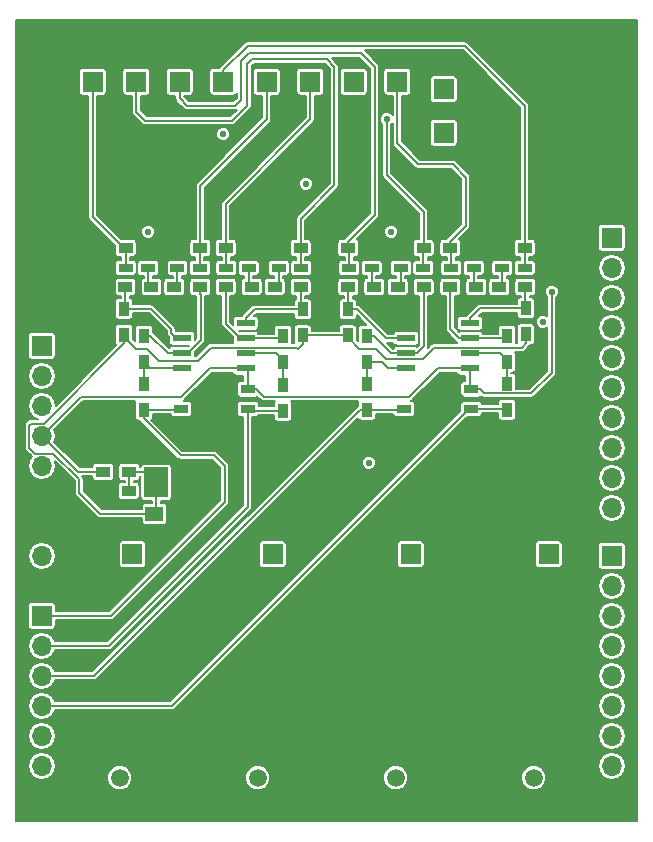
<source format=gbl>
G04 #@! TF.FileFunction,Copper,L4,Bot,Signal*
%FSLAX46Y46*%
G04 Gerber Fmt 4.6, Leading zero omitted, Abs format (unit mm)*
G04 Created by KiCad (PCBNEW 4.0.7) date 04/28/18 13:58:35*
%MOMM*%
%LPD*%
G01*
G04 APERTURE LIST*
%ADD10C,0.100000*%
%ADD11C,1.506220*%
%ADD12C,4.064000*%
%ADD13R,1.700000X1.700000*%
%ADD14O,1.700000X1.700000*%
%ADD15R,1.550000X0.600000*%
%ADD16R,1.200000X0.750000*%
%ADD17R,1.500000X1.250000*%
%ADD18R,0.900000X1.200000*%
%ADD19R,1.200000X0.900000*%
%ADD20R,2.000000X2.500000*%
%ADD21C,0.558800*%
%ADD22C,0.127000*%
G04 APERTURE END LIST*
D10*
D11*
X159512000Y-140716000D03*
X162052000Y-138176000D03*
X162052000Y-143256000D03*
X156972000Y-138176000D03*
X156972000Y-143256000D03*
D12*
X175387000Y-78867000D03*
D11*
X136144000Y-140716000D03*
X138684000Y-138176000D03*
X138684000Y-143256000D03*
X133604000Y-138176000D03*
X133604000Y-143256000D03*
X147828000Y-140716000D03*
X150368000Y-138176000D03*
X150368000Y-143256000D03*
X145288000Y-138176000D03*
X145288000Y-143256000D03*
X171196000Y-140716000D03*
X173736000Y-138176000D03*
X173736000Y-143256000D03*
X168656000Y-138176000D03*
X168656000Y-143256000D03*
D13*
X177800000Y-94996000D03*
D14*
X177800000Y-97536000D03*
X177800000Y-100076000D03*
X177800000Y-102616000D03*
X177800000Y-105156000D03*
X177800000Y-107696000D03*
X177800000Y-110236000D03*
X177800000Y-112776000D03*
X177800000Y-115316000D03*
X177800000Y-117856000D03*
D13*
X129540000Y-104140000D03*
D14*
X129540000Y-106680000D03*
X129540000Y-109220000D03*
X129540000Y-111760000D03*
X129540000Y-114300000D03*
X129540000Y-116840000D03*
X129540000Y-119380000D03*
X129540000Y-121920000D03*
D13*
X177800000Y-121920000D03*
D14*
X177800000Y-124460000D03*
X177800000Y-127000000D03*
X177800000Y-129540000D03*
X177800000Y-132080000D03*
X177800000Y-134620000D03*
X177800000Y-137160000D03*
X177800000Y-139700000D03*
D13*
X129540000Y-127000000D03*
D14*
X129540000Y-129540000D03*
X129540000Y-132080000D03*
X129540000Y-134620000D03*
X129540000Y-137160000D03*
X129540000Y-139700000D03*
D15*
X141412000Y-106045000D03*
X141412000Y-104775000D03*
X141412000Y-103505000D03*
X141412000Y-102235000D03*
X146812000Y-102235000D03*
X146812000Y-103505000D03*
X146812000Y-104775000D03*
X146812000Y-106045000D03*
X160401000Y-106045000D03*
X160401000Y-104775000D03*
X160401000Y-103505000D03*
X160401000Y-102235000D03*
X165801000Y-102235000D03*
X165801000Y-103505000D03*
X165801000Y-104775000D03*
X165801000Y-106045000D03*
D13*
X137223500Y-121793000D03*
X149098000Y-121793000D03*
X160782000Y-121793000D03*
X163576000Y-82423000D03*
X163576000Y-86106000D03*
X172466000Y-121793000D03*
X133858000Y-81788000D03*
X141224000Y-81788000D03*
X148590000Y-81788000D03*
X155956000Y-81788000D03*
X137541000Y-81788000D03*
X144907000Y-81788000D03*
X152273000Y-81788000D03*
X159639000Y-81788000D03*
D16*
X136652000Y-97536000D03*
X138552000Y-97536000D03*
X155575000Y-97536000D03*
X157475000Y-97536000D03*
X147000000Y-107823000D03*
X145100000Y-107823000D03*
X165923000Y-107823000D03*
X164023000Y-107823000D03*
X141351000Y-109474000D03*
X143251000Y-109474000D03*
X160213000Y-109474000D03*
X162113000Y-109474000D03*
X142936000Y-97536000D03*
X141036000Y-97536000D03*
X161859000Y-97536000D03*
X159959000Y-97536000D03*
D17*
X139085000Y-118364000D03*
X141585000Y-118364000D03*
D16*
X151511000Y-97536000D03*
X149611000Y-97536000D03*
X170429000Y-97536000D03*
X168529000Y-97536000D03*
X147000000Y-109474000D03*
X145100000Y-109474000D03*
X165923000Y-109474000D03*
X164023000Y-109474000D03*
X145161000Y-97536000D03*
X147061000Y-97536000D03*
X164216000Y-97536000D03*
X166116000Y-97536000D03*
D18*
X136525000Y-101008000D03*
X136525000Y-103208000D03*
X155448000Y-101051000D03*
X155448000Y-103251000D03*
D19*
X136631500Y-99187000D03*
X138831500Y-99187000D03*
X155491000Y-99187000D03*
X157691000Y-99187000D03*
X136652000Y-95885000D03*
X138852000Y-95885000D03*
X155491000Y-95885000D03*
X157691000Y-95885000D03*
D18*
X138176000Y-109558000D03*
X138176000Y-107358000D03*
X157099000Y-109558000D03*
X157099000Y-107358000D03*
D19*
X140759000Y-95885000D03*
X142959000Y-95885000D03*
X159682000Y-95885000D03*
X161882000Y-95885000D03*
X142959000Y-99187000D03*
X140759000Y-99187000D03*
X161882000Y-99187000D03*
X159682000Y-99187000D03*
D18*
X138176000Y-105494000D03*
X138176000Y-103294000D03*
X157099000Y-105494000D03*
X157099000Y-103294000D03*
D19*
X136947000Y-114808000D03*
X134747000Y-114808000D03*
X134706000Y-116459000D03*
X136906000Y-116459000D03*
D18*
X151638000Y-101051000D03*
X151638000Y-103251000D03*
X170561000Y-100965000D03*
X170561000Y-103165000D03*
D19*
X151468000Y-99187000D03*
X149268000Y-99187000D03*
X170475000Y-99187000D03*
X168275000Y-99187000D03*
X151468000Y-95885000D03*
X149268000Y-95885000D03*
X170434000Y-95885000D03*
X168234000Y-95885000D03*
D18*
X149987000Y-109642000D03*
X149987000Y-107442000D03*
X168910000Y-109558000D03*
X168910000Y-107358000D03*
D19*
X147320000Y-95885000D03*
X145120000Y-95885000D03*
X166327000Y-95885000D03*
X164127000Y-95885000D03*
X145120000Y-99187000D03*
X147320000Y-99187000D03*
X164127000Y-99187000D03*
X166327000Y-99187000D03*
D18*
X149987000Y-105494000D03*
X149987000Y-103294000D03*
X168910000Y-105494000D03*
X168910000Y-103294000D03*
D20*
X139224000Y-115697000D03*
X143224000Y-115697000D03*
D12*
X129921000Y-78994000D03*
D21*
X148209000Y-86487000D03*
X167132000Y-88900000D03*
X175260000Y-90932000D03*
X166370000Y-92583000D03*
X172720000Y-99568000D03*
X158750000Y-84963000D03*
X144907000Y-86233000D03*
X138557000Y-94488000D03*
X151892000Y-90424000D03*
X157226000Y-114046000D03*
X171958000Y-102108000D03*
X159131000Y-94488000D03*
D22*
X136652000Y-95885000D02*
X136502000Y-95885000D01*
X136502000Y-95885000D02*
X133858000Y-93241000D01*
X133858000Y-93241000D02*
X133858000Y-82765000D01*
X133858000Y-82765000D02*
X133858000Y-81788000D01*
X136652000Y-95885000D02*
X136652000Y-96462000D01*
X136652000Y-96462000D02*
X136652000Y-97536000D01*
X138552000Y-97536000D02*
X138552000Y-98907500D01*
X138552000Y-98907500D02*
X138831500Y-99187000D01*
X155491000Y-95885000D02*
X155491000Y-95308000D01*
X155491000Y-95308000D02*
X157734000Y-93065000D01*
X147066000Y-79375000D02*
X146431000Y-80010000D01*
X157734000Y-93065000D02*
X157734000Y-80518000D01*
X146431000Y-80010000D02*
X146431000Y-83312000D01*
X157734000Y-80518000D02*
X156591000Y-79375000D01*
X156591000Y-79375000D02*
X147066000Y-79375000D01*
X145923000Y-83820000D02*
X141859000Y-83820000D01*
X141859000Y-83820000D02*
X141224000Y-83185000D01*
X146431000Y-83312000D02*
X145923000Y-83820000D01*
X141224000Y-83185000D02*
X141224000Y-81788000D01*
X155575000Y-97536000D02*
X155575000Y-95969000D01*
X155575000Y-95969000D02*
X155491000Y-95885000D01*
X157475000Y-97536000D02*
X157475000Y-98971000D01*
X157475000Y-98971000D02*
X157691000Y-99187000D01*
X172720000Y-106426000D02*
X172720000Y-99568000D01*
X129540000Y-111760000D02*
X132588000Y-114808000D01*
X132588000Y-114808000D02*
X134747000Y-114808000D01*
X141351000Y-108458000D02*
X132842000Y-108458000D01*
X132842000Y-108458000D02*
X129540000Y-111760000D01*
X143764000Y-106045000D02*
X141351000Y-108458000D01*
X146812000Y-106045000D02*
X143764000Y-106045000D01*
X147000000Y-107823000D02*
X147000000Y-106233000D01*
X147000000Y-106233000D02*
X146812000Y-106045000D01*
X160655000Y-108458000D02*
X148362000Y-108458000D01*
X148362000Y-108458000D02*
X147727000Y-107823000D01*
X147727000Y-107823000D02*
X147000000Y-107823000D01*
X163068000Y-106045000D02*
X160655000Y-108458000D01*
X165801000Y-106045000D02*
X163068000Y-106045000D01*
X170997499Y-108148501D02*
X172720000Y-106426000D01*
X165923000Y-107823000D02*
X166650000Y-107823000D01*
X166650000Y-107823000D02*
X166975501Y-108148501D01*
X166975501Y-108148501D02*
X170997499Y-108148501D01*
X165801000Y-106045000D02*
X165801000Y-107701000D01*
X165801000Y-107701000D02*
X165923000Y-107823000D01*
X138176000Y-109558000D02*
X138176000Y-110285000D01*
X145034000Y-114300000D02*
X145034000Y-117348000D01*
X135382000Y-127000000D02*
X129540000Y-127000000D01*
X138176000Y-110285000D02*
X141302000Y-113411000D01*
X141302000Y-113411000D02*
X144145000Y-113411000D01*
X144145000Y-113411000D02*
X145034000Y-114300000D01*
X145034000Y-117348000D02*
X135382000Y-127000000D01*
X138176000Y-109558000D02*
X141267000Y-109558000D01*
X141267000Y-109558000D02*
X141351000Y-109474000D01*
X157099000Y-109558000D02*
X160129000Y-109558000D01*
X160129000Y-109558000D02*
X160213000Y-109474000D01*
X129540000Y-132080000D02*
X133985000Y-132080000D01*
X156507000Y-109558000D02*
X157099000Y-109558000D01*
X133985000Y-132080000D02*
X156507000Y-109558000D01*
X142959000Y-90594000D02*
X148590000Y-84963000D01*
X148590000Y-84963000D02*
X148590000Y-81788000D01*
X142959000Y-95885000D02*
X142959000Y-90594000D01*
X142936000Y-97536000D02*
X142936000Y-95908000D01*
X142936000Y-95908000D02*
X142959000Y-95885000D01*
X141036000Y-97536000D02*
X141036000Y-98910000D01*
X141036000Y-98910000D02*
X140759000Y-99187000D01*
X161882000Y-92794000D02*
X158750000Y-89662000D01*
X158750000Y-89662000D02*
X158750000Y-84963000D01*
X161882000Y-95885000D02*
X161882000Y-92794000D01*
X161859000Y-97536000D02*
X161859000Y-95908000D01*
X161859000Y-95908000D02*
X161882000Y-95885000D01*
X159959000Y-97536000D02*
X159959000Y-98910000D01*
X159959000Y-98910000D02*
X159682000Y-99187000D01*
X136525000Y-103208000D02*
X136525000Y-103935000D01*
X128675501Y-110719499D02*
X128499499Y-110895501D01*
X136525000Y-103935000D02*
X129740501Y-110719499D01*
X129740501Y-110719499D02*
X128675501Y-110719499D01*
X128499499Y-110895501D02*
X128499499Y-112751499D01*
X128499499Y-112751499D02*
X129007499Y-113259499D01*
X129007499Y-113259499D02*
X130531499Y-113259499D01*
X132715000Y-115443000D02*
X132715000Y-116586000D01*
X130531499Y-113259499D02*
X132715000Y-115443000D01*
X132715000Y-116586000D02*
X134493000Y-118364000D01*
X134493000Y-118364000D02*
X139085000Y-118364000D01*
X138468902Y-104394000D02*
X137561000Y-104394000D01*
X137561000Y-104394000D02*
X136525000Y-103358000D01*
X136525000Y-103358000D02*
X136525000Y-103208000D01*
X142748000Y-105410000D02*
X139484902Y-105410000D01*
X139484902Y-105410000D02*
X138468902Y-104394000D01*
X143873501Y-104284499D02*
X142748000Y-105410000D01*
X151222000Y-104394000D02*
X151112499Y-104284499D01*
X151112499Y-104284499D02*
X143873501Y-104284499D01*
X151638000Y-103251000D02*
X151638000Y-103978000D01*
X151638000Y-103978000D02*
X151222000Y-104394000D01*
X155448000Y-103251000D02*
X151638000Y-103251000D01*
X157861000Y-104394000D02*
X156441000Y-104394000D01*
X156441000Y-104394000D02*
X155448000Y-103401000D01*
X155448000Y-103401000D02*
X155448000Y-103251000D01*
X158732501Y-105265501D02*
X157861000Y-104394000D01*
X162796501Y-104284499D02*
X161815499Y-105265501D01*
X161815499Y-105265501D02*
X158732501Y-105265501D01*
X170561000Y-103165000D02*
X170561000Y-103892000D01*
X170561000Y-103892000D02*
X170168501Y-104284499D01*
X170168501Y-104284499D02*
X162796501Y-104284499D01*
X139224000Y-115697000D02*
X139224000Y-118225000D01*
X139224000Y-118225000D02*
X139085000Y-118364000D01*
X136947000Y-114808000D02*
X138335000Y-114808000D01*
X138335000Y-114808000D02*
X139224000Y-115697000D01*
X136947000Y-114808000D02*
X136947000Y-116418000D01*
X136947000Y-116418000D02*
X136906000Y-116459000D01*
X151468000Y-95885000D02*
X151468000Y-93388000D01*
X151468000Y-93388000D02*
X154305000Y-90551000D01*
X154305000Y-90551000D02*
X154305000Y-80518000D01*
X154305000Y-80518000D02*
X153670000Y-79883000D01*
X138303000Y-85090000D02*
X137541000Y-84328000D01*
X153670000Y-79883000D02*
X147320000Y-79883000D01*
X146939000Y-80264000D02*
X146939000Y-83820000D01*
X147320000Y-79883000D02*
X146939000Y-80264000D01*
X146939000Y-83820000D02*
X145669000Y-85090000D01*
X145669000Y-85090000D02*
X138303000Y-85090000D01*
X137541000Y-84328000D02*
X137541000Y-81788000D01*
X151468000Y-95885000D02*
X151468000Y-97493000D01*
X151468000Y-97493000D02*
X151511000Y-97536000D01*
X149611000Y-97536000D02*
X149611000Y-98844000D01*
X149611000Y-98844000D02*
X149268000Y-99187000D01*
X170434000Y-95885000D02*
X170434000Y-83820000D01*
X170434000Y-83820000D02*
X165354000Y-78740000D01*
X146978000Y-78740000D02*
X144907000Y-80811000D01*
X165354000Y-78740000D02*
X146978000Y-78740000D01*
X144907000Y-80811000D02*
X144907000Y-81788000D01*
X170429000Y-97536000D02*
X170429000Y-95890000D01*
X170429000Y-95890000D02*
X170434000Y-95885000D01*
X168529000Y-97536000D02*
X168529000Y-98933000D01*
X168529000Y-98933000D02*
X168275000Y-99187000D01*
X129540000Y-129540000D02*
X135255000Y-129540000D01*
X135255000Y-129540000D02*
X147000000Y-117795000D01*
X147000000Y-117795000D02*
X147000000Y-116017000D01*
X147000000Y-116017000D02*
X147000000Y-109474000D01*
X149987000Y-109642000D02*
X147168000Y-109642000D01*
X147168000Y-109642000D02*
X147000000Y-109474000D01*
X165923000Y-109474000D02*
X165698000Y-109474000D01*
X165698000Y-109474000D02*
X140552000Y-134620000D01*
X140552000Y-134620000D02*
X129540000Y-134620000D01*
X165923000Y-109474000D02*
X168826000Y-109474000D01*
X168826000Y-109474000D02*
X168910000Y-109558000D01*
X145120000Y-92116000D02*
X152273000Y-84963000D01*
X152273000Y-84963000D02*
X152273000Y-81788000D01*
X145120000Y-95885000D02*
X145120000Y-92116000D01*
X145161000Y-97536000D02*
X145161000Y-95926000D01*
X145161000Y-95926000D02*
X145120000Y-95885000D01*
X147061000Y-97536000D02*
X147061000Y-98928000D01*
X147061000Y-98928000D02*
X147320000Y-99187000D01*
X161417000Y-88773000D02*
X159639000Y-86995000D01*
X159639000Y-86995000D02*
X159639000Y-81788000D01*
X164338000Y-88773000D02*
X161417000Y-88773000D01*
X165455000Y-89890000D02*
X164338000Y-88773000D01*
X165455000Y-93980000D02*
X165455000Y-89890000D01*
X164127000Y-95885000D02*
X164127000Y-95308000D01*
X164127000Y-95308000D02*
X165455000Y-93980000D01*
X164216000Y-97536000D02*
X164216000Y-95974000D01*
X164216000Y-95974000D02*
X164127000Y-95885000D01*
X166116000Y-97536000D02*
X166116000Y-98976000D01*
X166116000Y-98976000D02*
X166327000Y-99187000D01*
X136525000Y-101008000D02*
X138767098Y-101008000D01*
X140510000Y-102750902D02*
X140510000Y-103078000D01*
X140937000Y-103505000D02*
X141412000Y-103505000D01*
X138767098Y-101008000D02*
X140510000Y-102750902D01*
X140510000Y-103078000D02*
X140937000Y-103505000D01*
X136631500Y-99187000D02*
X136631500Y-100901500D01*
X136631500Y-100901500D02*
X136525000Y-101008000D01*
X155448000Y-101051000D02*
X156248902Y-101051000D01*
X156248902Y-101051000D02*
X158702902Y-103505000D01*
X158702902Y-103505000D02*
X159499000Y-103505000D01*
X159499000Y-103505000D02*
X160401000Y-103505000D01*
X155491000Y-99187000D02*
X155491000Y-101008000D01*
X155491000Y-101008000D02*
X155448000Y-101051000D01*
X138176000Y-105494000D02*
X138176000Y-106221000D01*
X138176000Y-106221000D02*
X138176000Y-107358000D01*
X141412000Y-106045000D02*
X138727000Y-106045000D01*
X138727000Y-106045000D02*
X138176000Y-105494000D01*
X157099000Y-105494000D02*
X157099000Y-107358000D01*
X158326000Y-105494000D02*
X158877000Y-106045000D01*
X158877000Y-106045000D02*
X160401000Y-106045000D01*
X157099000Y-105494000D02*
X158326000Y-105494000D01*
X143002000Y-99807000D02*
X143002000Y-103660000D01*
X143002000Y-103660000D02*
X141887000Y-104775000D01*
X141887000Y-104775000D02*
X141412000Y-104775000D01*
X142959000Y-99187000D02*
X142959000Y-99764000D01*
X142959000Y-99764000D02*
X143002000Y-99807000D01*
X138176000Y-103294000D02*
X138753000Y-103294000D01*
X138753000Y-103294000D02*
X140234000Y-104775000D01*
X140234000Y-104775000D02*
X140510000Y-104775000D01*
X140510000Y-104775000D02*
X141412000Y-104775000D01*
X160401000Y-104775000D02*
X161303000Y-104775000D01*
X161303000Y-104775000D02*
X161882000Y-104196000D01*
X161882000Y-104196000D02*
X161882000Y-99764000D01*
X161882000Y-99764000D02*
X161882000Y-99187000D01*
X157099000Y-103294000D02*
X157676000Y-103294000D01*
X157676000Y-103294000D02*
X159157000Y-104775000D01*
X159157000Y-104775000D02*
X159499000Y-104775000D01*
X159499000Y-104775000D02*
X160401000Y-104775000D01*
X151638000Y-101051000D02*
X147569000Y-101051000D01*
X147569000Y-101051000D02*
X146812000Y-101808000D01*
X146812000Y-101808000D02*
X146812000Y-102235000D01*
X151468000Y-99187000D02*
X151468000Y-100881000D01*
X151468000Y-100881000D02*
X151638000Y-101051000D01*
X170561000Y-100965000D02*
X166644000Y-100965000D01*
X166644000Y-100965000D02*
X165801000Y-101808000D01*
X165801000Y-101808000D02*
X165801000Y-102235000D01*
X170475000Y-99187000D02*
X170475000Y-100879000D01*
X170475000Y-100879000D02*
X170561000Y-100965000D01*
X149987000Y-105494000D02*
X149987000Y-107442000D01*
X146812000Y-104775000D02*
X149268000Y-104775000D01*
X149410000Y-104767000D02*
X149987000Y-105344000D01*
X149268000Y-104775000D02*
X149276000Y-104767000D01*
X149276000Y-104767000D02*
X149410000Y-104767000D01*
X149987000Y-105344000D02*
X149987000Y-105494000D01*
X168910000Y-105494000D02*
X168910000Y-106221000D01*
X168910000Y-106221000D02*
X168910000Y-107358000D01*
X165801000Y-104775000D02*
X168191000Y-104775000D01*
X168191000Y-104775000D02*
X168199000Y-104767000D01*
X168199000Y-104767000D02*
X168333000Y-104767000D01*
X168333000Y-104767000D02*
X168910000Y-105344000D01*
X168910000Y-105344000D02*
X168910000Y-105494000D01*
X146812000Y-103505000D02*
X146337000Y-103505000D01*
X146337000Y-103505000D02*
X145120000Y-102288000D01*
X145120000Y-102288000D02*
X145120000Y-99764000D01*
X145120000Y-99764000D02*
X145120000Y-99187000D01*
X146812000Y-103505000D02*
X149776000Y-103505000D01*
X149776000Y-103505000D02*
X149987000Y-103294000D01*
X165801000Y-103505000D02*
X164899000Y-103505000D01*
X164899000Y-103505000D02*
X164127000Y-102733000D01*
X164127000Y-102733000D02*
X164127000Y-99764000D01*
X164127000Y-99764000D02*
X164127000Y-99187000D01*
X165801000Y-103505000D02*
X168699000Y-103505000D01*
X168699000Y-103505000D02*
X168910000Y-103294000D01*
G36*
X179947500Y-144387500D02*
X127392500Y-144387500D01*
X127392500Y-140928023D01*
X135073205Y-140928023D01*
X135235852Y-141321659D01*
X135536757Y-141623089D01*
X135930108Y-141786423D01*
X136356023Y-141786795D01*
X136749659Y-141624148D01*
X137051089Y-141323243D01*
X137214423Y-140929892D01*
X137214424Y-140928023D01*
X146757205Y-140928023D01*
X146919852Y-141321659D01*
X147220757Y-141623089D01*
X147614108Y-141786423D01*
X148040023Y-141786795D01*
X148433659Y-141624148D01*
X148735089Y-141323243D01*
X148898423Y-140929892D01*
X148898424Y-140928023D01*
X158441205Y-140928023D01*
X158603852Y-141321659D01*
X158904757Y-141623089D01*
X159298108Y-141786423D01*
X159724023Y-141786795D01*
X160117659Y-141624148D01*
X160419089Y-141323243D01*
X160582423Y-140929892D01*
X160582424Y-140928023D01*
X170125205Y-140928023D01*
X170287852Y-141321659D01*
X170588757Y-141623089D01*
X170982108Y-141786423D01*
X171408023Y-141786795D01*
X171801659Y-141624148D01*
X172103089Y-141323243D01*
X172266423Y-140929892D01*
X172266795Y-140503977D01*
X172104148Y-140110341D01*
X171803243Y-139808911D01*
X171540957Y-139700000D01*
X176609627Y-139700000D01*
X176698498Y-140146783D01*
X176951580Y-140525547D01*
X177330344Y-140778629D01*
X177777127Y-140867500D01*
X177822873Y-140867500D01*
X178269656Y-140778629D01*
X178648420Y-140525547D01*
X178901502Y-140146783D01*
X178990373Y-139700000D01*
X178901502Y-139253217D01*
X178648420Y-138874453D01*
X178269656Y-138621371D01*
X177822873Y-138532500D01*
X177777127Y-138532500D01*
X177330344Y-138621371D01*
X176951580Y-138874453D01*
X176698498Y-139253217D01*
X176609627Y-139700000D01*
X171540957Y-139700000D01*
X171409892Y-139645577D01*
X170983977Y-139645205D01*
X170590341Y-139807852D01*
X170288911Y-140108757D01*
X170125577Y-140502108D01*
X170125205Y-140928023D01*
X160582424Y-140928023D01*
X160582795Y-140503977D01*
X160420148Y-140110341D01*
X160119243Y-139808911D01*
X159725892Y-139645577D01*
X159299977Y-139645205D01*
X158906341Y-139807852D01*
X158604911Y-140108757D01*
X158441577Y-140502108D01*
X158441205Y-140928023D01*
X148898424Y-140928023D01*
X148898795Y-140503977D01*
X148736148Y-140110341D01*
X148435243Y-139808911D01*
X148041892Y-139645577D01*
X147615977Y-139645205D01*
X147222341Y-139807852D01*
X146920911Y-140108757D01*
X146757577Y-140502108D01*
X146757205Y-140928023D01*
X137214424Y-140928023D01*
X137214795Y-140503977D01*
X137052148Y-140110341D01*
X136751243Y-139808911D01*
X136357892Y-139645577D01*
X135931977Y-139645205D01*
X135538341Y-139807852D01*
X135236911Y-140108757D01*
X135073577Y-140502108D01*
X135073205Y-140928023D01*
X127392500Y-140928023D01*
X127392500Y-139700000D01*
X128349627Y-139700000D01*
X128438498Y-140146783D01*
X128691580Y-140525547D01*
X129070344Y-140778629D01*
X129517127Y-140867500D01*
X129562873Y-140867500D01*
X130009656Y-140778629D01*
X130388420Y-140525547D01*
X130641502Y-140146783D01*
X130730373Y-139700000D01*
X130641502Y-139253217D01*
X130388420Y-138874453D01*
X130009656Y-138621371D01*
X129562873Y-138532500D01*
X129517127Y-138532500D01*
X129070344Y-138621371D01*
X128691580Y-138874453D01*
X128438498Y-139253217D01*
X128349627Y-139700000D01*
X127392500Y-139700000D01*
X127392500Y-137160000D01*
X128349627Y-137160000D01*
X128438498Y-137606783D01*
X128691580Y-137985547D01*
X129070344Y-138238629D01*
X129517127Y-138327500D01*
X129562873Y-138327500D01*
X130009656Y-138238629D01*
X130388420Y-137985547D01*
X130641502Y-137606783D01*
X130730373Y-137160000D01*
X176609627Y-137160000D01*
X176698498Y-137606783D01*
X176951580Y-137985547D01*
X177330344Y-138238629D01*
X177777127Y-138327500D01*
X177822873Y-138327500D01*
X178269656Y-138238629D01*
X178648420Y-137985547D01*
X178901502Y-137606783D01*
X178990373Y-137160000D01*
X178901502Y-136713217D01*
X178648420Y-136334453D01*
X178269656Y-136081371D01*
X177822873Y-135992500D01*
X177777127Y-135992500D01*
X177330344Y-136081371D01*
X176951580Y-136334453D01*
X176698498Y-136713217D01*
X176609627Y-137160000D01*
X130730373Y-137160000D01*
X130641502Y-136713217D01*
X130388420Y-136334453D01*
X130009656Y-136081371D01*
X129562873Y-135992500D01*
X129517127Y-135992500D01*
X129070344Y-136081371D01*
X128691580Y-136334453D01*
X128438498Y-136713217D01*
X128349627Y-137160000D01*
X127392500Y-137160000D01*
X127392500Y-134620000D01*
X128349627Y-134620000D01*
X128438498Y-135066783D01*
X128691580Y-135445547D01*
X129070344Y-135698629D01*
X129517127Y-135787500D01*
X129562873Y-135787500D01*
X130009656Y-135698629D01*
X130388420Y-135445547D01*
X130641502Y-135066783D01*
X130654587Y-135001000D01*
X140552000Y-135001000D01*
X140697803Y-134971998D01*
X140821408Y-134889408D01*
X141090816Y-134620000D01*
X176609627Y-134620000D01*
X176698498Y-135066783D01*
X176951580Y-135445547D01*
X177330344Y-135698629D01*
X177777127Y-135787500D01*
X177822873Y-135787500D01*
X178269656Y-135698629D01*
X178648420Y-135445547D01*
X178901502Y-135066783D01*
X178990373Y-134620000D01*
X178901502Y-134173217D01*
X178648420Y-133794453D01*
X178269656Y-133541371D01*
X177822873Y-133452500D01*
X177777127Y-133452500D01*
X177330344Y-133541371D01*
X176951580Y-133794453D01*
X176698498Y-134173217D01*
X176609627Y-134620000D01*
X141090816Y-134620000D01*
X143630816Y-132080000D01*
X176609627Y-132080000D01*
X176698498Y-132526783D01*
X176951580Y-132905547D01*
X177330344Y-133158629D01*
X177777127Y-133247500D01*
X177822873Y-133247500D01*
X178269656Y-133158629D01*
X178648420Y-132905547D01*
X178901502Y-132526783D01*
X178990373Y-132080000D01*
X178901502Y-131633217D01*
X178648420Y-131254453D01*
X178269656Y-131001371D01*
X177822873Y-130912500D01*
X177777127Y-130912500D01*
X177330344Y-131001371D01*
X176951580Y-131254453D01*
X176698498Y-131633217D01*
X176609627Y-132080000D01*
X143630816Y-132080000D01*
X146170816Y-129540000D01*
X176609627Y-129540000D01*
X176698498Y-129986783D01*
X176951580Y-130365547D01*
X177330344Y-130618629D01*
X177777127Y-130707500D01*
X177822873Y-130707500D01*
X178269656Y-130618629D01*
X178648420Y-130365547D01*
X178901502Y-129986783D01*
X178990373Y-129540000D01*
X178901502Y-129093217D01*
X178648420Y-128714453D01*
X178269656Y-128461371D01*
X177822873Y-128372500D01*
X177777127Y-128372500D01*
X177330344Y-128461371D01*
X176951580Y-128714453D01*
X176698498Y-129093217D01*
X176609627Y-129540000D01*
X146170816Y-129540000D01*
X148710816Y-127000000D01*
X176609627Y-127000000D01*
X176698498Y-127446783D01*
X176951580Y-127825547D01*
X177330344Y-128078629D01*
X177777127Y-128167500D01*
X177822873Y-128167500D01*
X178269656Y-128078629D01*
X178648420Y-127825547D01*
X178901502Y-127446783D01*
X178990373Y-127000000D01*
X178901502Y-126553217D01*
X178648420Y-126174453D01*
X178269656Y-125921371D01*
X177822873Y-125832500D01*
X177777127Y-125832500D01*
X177330344Y-125921371D01*
X176951580Y-126174453D01*
X176698498Y-126553217D01*
X176609627Y-127000000D01*
X148710816Y-127000000D01*
X151250816Y-124460000D01*
X176609627Y-124460000D01*
X176698498Y-124906783D01*
X176951580Y-125285547D01*
X177330344Y-125538629D01*
X177777127Y-125627500D01*
X177822873Y-125627500D01*
X178269656Y-125538629D01*
X178648420Y-125285547D01*
X178901502Y-124906783D01*
X178990373Y-124460000D01*
X178901502Y-124013217D01*
X178648420Y-123634453D01*
X178269656Y-123381371D01*
X177822873Y-123292500D01*
X177777127Y-123292500D01*
X177330344Y-123381371D01*
X176951580Y-123634453D01*
X176698498Y-124013217D01*
X176609627Y-124460000D01*
X151250816Y-124460000D01*
X154767816Y-120943000D01*
X159608280Y-120943000D01*
X159608280Y-122643000D01*
X159630419Y-122760658D01*
X159699955Y-122868721D01*
X159806055Y-122941215D01*
X159932000Y-122966720D01*
X161632000Y-122966720D01*
X161749658Y-122944581D01*
X161857721Y-122875045D01*
X161930215Y-122768945D01*
X161955720Y-122643000D01*
X161955720Y-120943000D01*
X171292280Y-120943000D01*
X171292280Y-122643000D01*
X171314419Y-122760658D01*
X171383955Y-122868721D01*
X171490055Y-122941215D01*
X171616000Y-122966720D01*
X173316000Y-122966720D01*
X173433658Y-122944581D01*
X173541721Y-122875045D01*
X173614215Y-122768945D01*
X173639720Y-122643000D01*
X173639720Y-121070000D01*
X176626280Y-121070000D01*
X176626280Y-122770000D01*
X176648419Y-122887658D01*
X176717955Y-122995721D01*
X176824055Y-123068215D01*
X176950000Y-123093720D01*
X178650000Y-123093720D01*
X178767658Y-123071581D01*
X178875721Y-123002045D01*
X178948215Y-122895945D01*
X178973720Y-122770000D01*
X178973720Y-121070000D01*
X178951581Y-120952342D01*
X178882045Y-120844279D01*
X178775945Y-120771785D01*
X178650000Y-120746280D01*
X176950000Y-120746280D01*
X176832342Y-120768419D01*
X176724279Y-120837955D01*
X176651785Y-120944055D01*
X176626280Y-121070000D01*
X173639720Y-121070000D01*
X173639720Y-120943000D01*
X173617581Y-120825342D01*
X173548045Y-120717279D01*
X173441945Y-120644785D01*
X173316000Y-120619280D01*
X171616000Y-120619280D01*
X171498342Y-120641419D01*
X171390279Y-120710955D01*
X171317785Y-120817055D01*
X171292280Y-120943000D01*
X161955720Y-120943000D01*
X161933581Y-120825342D01*
X161864045Y-120717279D01*
X161757945Y-120644785D01*
X161632000Y-120619280D01*
X159932000Y-120619280D01*
X159814342Y-120641419D01*
X159706279Y-120710955D01*
X159633785Y-120817055D01*
X159608280Y-120943000D01*
X154767816Y-120943000D01*
X157854816Y-117856000D01*
X176609627Y-117856000D01*
X176698498Y-118302783D01*
X176951580Y-118681547D01*
X177330344Y-118934629D01*
X177777127Y-119023500D01*
X177822873Y-119023500D01*
X178269656Y-118934629D01*
X178648420Y-118681547D01*
X178901502Y-118302783D01*
X178990373Y-117856000D01*
X178901502Y-117409217D01*
X178648420Y-117030453D01*
X178269656Y-116777371D01*
X177822873Y-116688500D01*
X177777127Y-116688500D01*
X177330344Y-116777371D01*
X176951580Y-117030453D01*
X176698498Y-117409217D01*
X176609627Y-117856000D01*
X157854816Y-117856000D01*
X160394816Y-115316000D01*
X176609627Y-115316000D01*
X176698498Y-115762783D01*
X176951580Y-116141547D01*
X177330344Y-116394629D01*
X177777127Y-116483500D01*
X177822873Y-116483500D01*
X178269656Y-116394629D01*
X178648420Y-116141547D01*
X178901502Y-115762783D01*
X178990373Y-115316000D01*
X178901502Y-114869217D01*
X178648420Y-114490453D01*
X178269656Y-114237371D01*
X177822873Y-114148500D01*
X177777127Y-114148500D01*
X177330344Y-114237371D01*
X176951580Y-114490453D01*
X176698498Y-114869217D01*
X176609627Y-115316000D01*
X160394816Y-115316000D01*
X162934816Y-112776000D01*
X176609627Y-112776000D01*
X176698498Y-113222783D01*
X176951580Y-113601547D01*
X177330344Y-113854629D01*
X177777127Y-113943500D01*
X177822873Y-113943500D01*
X178269656Y-113854629D01*
X178648420Y-113601547D01*
X178901502Y-113222783D01*
X178990373Y-112776000D01*
X178901502Y-112329217D01*
X178648420Y-111950453D01*
X178269656Y-111697371D01*
X177822873Y-111608500D01*
X177777127Y-111608500D01*
X177330344Y-111697371D01*
X176951580Y-111950453D01*
X176698498Y-112329217D01*
X176609627Y-112776000D01*
X162934816Y-112776000D01*
X165538096Y-110172720D01*
X166523000Y-110172720D01*
X166640658Y-110150581D01*
X166748721Y-110081045D01*
X166821215Y-109974945D01*
X166845505Y-109855000D01*
X168136280Y-109855000D01*
X168136280Y-110158000D01*
X168158419Y-110275658D01*
X168227955Y-110383721D01*
X168334055Y-110456215D01*
X168460000Y-110481720D01*
X169360000Y-110481720D01*
X169477658Y-110459581D01*
X169585721Y-110390045D01*
X169658215Y-110283945D01*
X169667924Y-110236000D01*
X176609627Y-110236000D01*
X176698498Y-110682783D01*
X176951580Y-111061547D01*
X177330344Y-111314629D01*
X177777127Y-111403500D01*
X177822873Y-111403500D01*
X178269656Y-111314629D01*
X178648420Y-111061547D01*
X178901502Y-110682783D01*
X178990373Y-110236000D01*
X178901502Y-109789217D01*
X178648420Y-109410453D01*
X178269656Y-109157371D01*
X177822873Y-109068500D01*
X177777127Y-109068500D01*
X177330344Y-109157371D01*
X176951580Y-109410453D01*
X176698498Y-109789217D01*
X176609627Y-110236000D01*
X169667924Y-110236000D01*
X169683720Y-110158000D01*
X169683720Y-108958000D01*
X169661581Y-108840342D01*
X169592045Y-108732279D01*
X169485945Y-108659785D01*
X169360000Y-108634280D01*
X168460000Y-108634280D01*
X168342342Y-108656419D01*
X168234279Y-108725955D01*
X168161785Y-108832055D01*
X168136280Y-108958000D01*
X168136280Y-109093000D01*
X166845591Y-109093000D01*
X166824581Y-108981342D01*
X166755045Y-108873279D01*
X166648945Y-108800785D01*
X166523000Y-108775280D01*
X165323000Y-108775280D01*
X165205342Y-108797419D01*
X165097279Y-108866955D01*
X165024785Y-108973055D01*
X164999280Y-109099000D01*
X164999280Y-109633904D01*
X140394184Y-134239000D01*
X130654587Y-134239000D01*
X130641502Y-134173217D01*
X130388420Y-133794453D01*
X130009656Y-133541371D01*
X129562873Y-133452500D01*
X129517127Y-133452500D01*
X129070344Y-133541371D01*
X128691580Y-133794453D01*
X128438498Y-134173217D01*
X128349627Y-134620000D01*
X127392500Y-134620000D01*
X127392500Y-121920000D01*
X128349627Y-121920000D01*
X128438498Y-122366783D01*
X128691580Y-122745547D01*
X129070344Y-122998629D01*
X129517127Y-123087500D01*
X129562873Y-123087500D01*
X130009656Y-122998629D01*
X130388420Y-122745547D01*
X130641502Y-122366783D01*
X130730373Y-121920000D01*
X130641502Y-121473217D01*
X130388420Y-121094453D01*
X130161755Y-120943000D01*
X136049780Y-120943000D01*
X136049780Y-122643000D01*
X136071919Y-122760658D01*
X136141455Y-122868721D01*
X136247555Y-122941215D01*
X136373500Y-122966720D01*
X138073500Y-122966720D01*
X138191158Y-122944581D01*
X138299221Y-122875045D01*
X138371715Y-122768945D01*
X138397220Y-122643000D01*
X138397220Y-120943000D01*
X138375081Y-120825342D01*
X138305545Y-120717279D01*
X138199445Y-120644785D01*
X138073500Y-120619280D01*
X136373500Y-120619280D01*
X136255842Y-120641419D01*
X136147779Y-120710955D01*
X136075285Y-120817055D01*
X136049780Y-120943000D01*
X130161755Y-120943000D01*
X130009656Y-120841371D01*
X129562873Y-120752500D01*
X129517127Y-120752500D01*
X129070344Y-120841371D01*
X128691580Y-121094453D01*
X128438498Y-121473217D01*
X128349627Y-121920000D01*
X127392500Y-121920000D01*
X127392500Y-110895501D01*
X128118499Y-110895501D01*
X128118499Y-112751499D01*
X128147501Y-112897302D01*
X128230091Y-113020907D01*
X128688399Y-113479214D01*
X128438498Y-113853217D01*
X128349627Y-114300000D01*
X128438498Y-114746783D01*
X128691580Y-115125547D01*
X129070344Y-115378629D01*
X129517127Y-115467500D01*
X129562873Y-115467500D01*
X130009656Y-115378629D01*
X130388420Y-115125547D01*
X130641502Y-114746783D01*
X130730373Y-114300000D01*
X130655184Y-113922000D01*
X132334000Y-115600815D01*
X132334000Y-116586000D01*
X132363002Y-116731803D01*
X132445592Y-116855408D01*
X134223590Y-118633405D01*
X134223592Y-118633408D01*
X134295638Y-118681547D01*
X134347198Y-118715998D01*
X134493000Y-118745001D01*
X134493005Y-118745000D01*
X138011280Y-118745000D01*
X138011280Y-118989000D01*
X138033419Y-119106658D01*
X138102955Y-119214721D01*
X138209055Y-119287215D01*
X138335000Y-119312720D01*
X139835000Y-119312720D01*
X139952658Y-119290581D01*
X140060721Y-119221045D01*
X140133215Y-119114945D01*
X140158720Y-118989000D01*
X140158720Y-117739000D01*
X140136581Y-117621342D01*
X140067045Y-117513279D01*
X139960945Y-117440785D01*
X139835000Y-117415280D01*
X139605000Y-117415280D01*
X139605000Y-117270720D01*
X140224000Y-117270720D01*
X140341658Y-117248581D01*
X140449721Y-117179045D01*
X140522215Y-117072945D01*
X140547720Y-116947000D01*
X140547720Y-114447000D01*
X140525581Y-114329342D01*
X140456045Y-114221279D01*
X140349945Y-114148785D01*
X140224000Y-114123280D01*
X138224000Y-114123280D01*
X138106342Y-114145419D01*
X137998279Y-114214955D01*
X137925785Y-114321055D01*
X137904330Y-114427000D01*
X137870720Y-114427000D01*
X137870720Y-114358000D01*
X137848581Y-114240342D01*
X137779045Y-114132279D01*
X137672945Y-114059785D01*
X137547000Y-114034280D01*
X136347000Y-114034280D01*
X136229342Y-114056419D01*
X136121279Y-114125955D01*
X136048785Y-114232055D01*
X136023280Y-114358000D01*
X136023280Y-115258000D01*
X136045419Y-115375658D01*
X136114955Y-115483721D01*
X136221055Y-115556215D01*
X136347000Y-115581720D01*
X136566000Y-115581720D01*
X136566000Y-115685280D01*
X136306000Y-115685280D01*
X136188342Y-115707419D01*
X136080279Y-115776955D01*
X136007785Y-115883055D01*
X135982280Y-116009000D01*
X135982280Y-116909000D01*
X136004419Y-117026658D01*
X136073955Y-117134721D01*
X136180055Y-117207215D01*
X136306000Y-117232720D01*
X137506000Y-117232720D01*
X137623658Y-117210581D01*
X137731721Y-117141045D01*
X137804215Y-117034945D01*
X137829720Y-116909000D01*
X137829720Y-116009000D01*
X137807581Y-115891342D01*
X137738045Y-115783279D01*
X137631945Y-115710785D01*
X137506000Y-115685280D01*
X137328000Y-115685280D01*
X137328000Y-115581720D01*
X137547000Y-115581720D01*
X137664658Y-115559581D01*
X137772721Y-115490045D01*
X137845215Y-115383945D01*
X137870720Y-115258000D01*
X137870720Y-115189000D01*
X137900280Y-115189000D01*
X137900280Y-116947000D01*
X137922419Y-117064658D01*
X137991955Y-117172721D01*
X138098055Y-117245215D01*
X138224000Y-117270720D01*
X138843000Y-117270720D01*
X138843000Y-117415280D01*
X138335000Y-117415280D01*
X138217342Y-117437419D01*
X138109279Y-117506955D01*
X138036785Y-117613055D01*
X138011280Y-117739000D01*
X138011280Y-117983000D01*
X134650815Y-117983000D01*
X133096000Y-116428184D01*
X133096000Y-115443005D01*
X133096001Y-115443000D01*
X133066998Y-115297198D01*
X132994703Y-115189000D01*
X133823280Y-115189000D01*
X133823280Y-115258000D01*
X133845419Y-115375658D01*
X133914955Y-115483721D01*
X134021055Y-115556215D01*
X134147000Y-115581720D01*
X135347000Y-115581720D01*
X135464658Y-115559581D01*
X135572721Y-115490045D01*
X135645215Y-115383945D01*
X135670720Y-115258000D01*
X135670720Y-114358000D01*
X135648581Y-114240342D01*
X135579045Y-114132279D01*
X135472945Y-114059785D01*
X135347000Y-114034280D01*
X134147000Y-114034280D01*
X134029342Y-114056419D01*
X133921279Y-114125955D01*
X133848785Y-114232055D01*
X133823280Y-114358000D01*
X133823280Y-114427000D01*
X132745816Y-114427000D01*
X130595078Y-112276262D01*
X130641502Y-112206783D01*
X130730373Y-111760000D01*
X130641502Y-111313217D01*
X130595078Y-111243738D01*
X132999816Y-108839000D01*
X137426379Y-108839000D01*
X137402280Y-108958000D01*
X137402280Y-110158000D01*
X137424419Y-110275658D01*
X137493955Y-110383721D01*
X137600055Y-110456215D01*
X137726000Y-110481720D01*
X137858024Y-110481720D01*
X137906592Y-110554408D01*
X141032590Y-113680405D01*
X141032592Y-113680408D01*
X141156198Y-113762998D01*
X141302000Y-113792001D01*
X141302005Y-113792000D01*
X143987184Y-113792000D01*
X144653000Y-114457816D01*
X144653000Y-117190185D01*
X135224184Y-126619000D01*
X130713720Y-126619000D01*
X130713720Y-126150000D01*
X130691581Y-126032342D01*
X130622045Y-125924279D01*
X130515945Y-125851785D01*
X130390000Y-125826280D01*
X128690000Y-125826280D01*
X128572342Y-125848419D01*
X128464279Y-125917955D01*
X128391785Y-126024055D01*
X128366280Y-126150000D01*
X128366280Y-127850000D01*
X128388419Y-127967658D01*
X128457955Y-128075721D01*
X128564055Y-128148215D01*
X128690000Y-128173720D01*
X130390000Y-128173720D01*
X130507658Y-128151581D01*
X130615721Y-128082045D01*
X130688215Y-127975945D01*
X130713720Y-127850000D01*
X130713720Y-127381000D01*
X135382000Y-127381000D01*
X135527803Y-127351998D01*
X135651408Y-127269408D01*
X145303405Y-117617410D01*
X145303408Y-117617408D01*
X145377210Y-117506955D01*
X145385998Y-117493803D01*
X145415000Y-117348000D01*
X145415000Y-114300005D01*
X145415001Y-114300000D01*
X145385998Y-114154198D01*
X145303408Y-114030592D01*
X144414408Y-113141592D01*
X144290803Y-113059002D01*
X144145000Y-113030000D01*
X141459815Y-113030000D01*
X138832335Y-110402519D01*
X138851721Y-110390045D01*
X138924215Y-110283945D01*
X138949720Y-110158000D01*
X138949720Y-109939000D01*
X140444215Y-109939000D01*
X140449419Y-109966658D01*
X140518955Y-110074721D01*
X140625055Y-110147215D01*
X140751000Y-110172720D01*
X141951000Y-110172720D01*
X142068658Y-110150581D01*
X142176721Y-110081045D01*
X142249215Y-109974945D01*
X142274720Y-109849000D01*
X142274720Y-109099000D01*
X142252581Y-108981342D01*
X142183045Y-108873279D01*
X142076945Y-108800785D01*
X141951000Y-108775280D01*
X141548762Y-108775280D01*
X141620408Y-108727408D01*
X143921815Y-106426000D01*
X145728521Y-106426000D01*
X145735419Y-106462658D01*
X145804955Y-106570721D01*
X145911055Y-106643215D01*
X146037000Y-106668720D01*
X146619000Y-106668720D01*
X146619000Y-107124280D01*
X146400000Y-107124280D01*
X146282342Y-107146419D01*
X146174279Y-107215955D01*
X146101785Y-107322055D01*
X146076280Y-107448000D01*
X146076280Y-108198000D01*
X146098419Y-108315658D01*
X146167955Y-108423721D01*
X146274055Y-108496215D01*
X146400000Y-108521720D01*
X147600000Y-108521720D01*
X147717658Y-108499581D01*
X147807168Y-108441983D01*
X148092590Y-108727405D01*
X148092592Y-108727408D01*
X148197372Y-108797419D01*
X148216198Y-108809998D01*
X148362000Y-108839001D01*
X148362005Y-108839000D01*
X149291434Y-108839000D01*
X149238785Y-108916055D01*
X149213280Y-109042000D01*
X149213280Y-109261000D01*
X147923720Y-109261000D01*
X147923720Y-109099000D01*
X147901581Y-108981342D01*
X147832045Y-108873279D01*
X147725945Y-108800785D01*
X147600000Y-108775280D01*
X146400000Y-108775280D01*
X146282342Y-108797419D01*
X146174279Y-108866955D01*
X146101785Y-108973055D01*
X146076280Y-109099000D01*
X146076280Y-109849000D01*
X146098419Y-109966658D01*
X146167955Y-110074721D01*
X146274055Y-110147215D01*
X146400000Y-110172720D01*
X146619000Y-110172720D01*
X146619000Y-117637185D01*
X135097184Y-129159000D01*
X130654587Y-129159000D01*
X130641502Y-129093217D01*
X130388420Y-128714453D01*
X130009656Y-128461371D01*
X129562873Y-128372500D01*
X129517127Y-128372500D01*
X129070344Y-128461371D01*
X128691580Y-128714453D01*
X128438498Y-129093217D01*
X128349627Y-129540000D01*
X128438498Y-129986783D01*
X128691580Y-130365547D01*
X129070344Y-130618629D01*
X129517127Y-130707500D01*
X129562873Y-130707500D01*
X130009656Y-130618629D01*
X130388420Y-130365547D01*
X130641502Y-129986783D01*
X130654587Y-129921000D01*
X135255000Y-129921000D01*
X135400803Y-129891998D01*
X135524408Y-129809408D01*
X147269405Y-118064410D01*
X147269408Y-118064408D01*
X147342116Y-117955592D01*
X147351998Y-117940803D01*
X147381000Y-117795000D01*
X147381000Y-110172720D01*
X147600000Y-110172720D01*
X147717658Y-110150581D01*
X147825721Y-110081045D01*
X147865381Y-110023000D01*
X149213280Y-110023000D01*
X149213280Y-110242000D01*
X149235419Y-110359658D01*
X149304955Y-110467721D01*
X149411055Y-110540215D01*
X149537000Y-110565720D01*
X150437000Y-110565720D01*
X150554658Y-110543581D01*
X150662721Y-110474045D01*
X150735215Y-110367945D01*
X150760720Y-110242000D01*
X150760720Y-109042000D01*
X150738581Y-108924342D01*
X150683665Y-108839000D01*
X156349379Y-108839000D01*
X156325280Y-108958000D01*
X156325280Y-109230001D01*
X156237592Y-109288592D01*
X133827184Y-131699000D01*
X130654587Y-131699000D01*
X130641502Y-131633217D01*
X130388420Y-131254453D01*
X130009656Y-131001371D01*
X129562873Y-130912500D01*
X129517127Y-130912500D01*
X129070344Y-131001371D01*
X128691580Y-131254453D01*
X128438498Y-131633217D01*
X128349627Y-132080000D01*
X128438498Y-132526783D01*
X128691580Y-132905547D01*
X129070344Y-133158629D01*
X129517127Y-133247500D01*
X129562873Y-133247500D01*
X130009656Y-133158629D01*
X130388420Y-132905547D01*
X130641502Y-132526783D01*
X130654587Y-132461000D01*
X133985000Y-132461000D01*
X134130803Y-132431998D01*
X134254408Y-132349408D01*
X145660816Y-120943000D01*
X147924280Y-120943000D01*
X147924280Y-122643000D01*
X147946419Y-122760658D01*
X148015955Y-122868721D01*
X148122055Y-122941215D01*
X148248000Y-122966720D01*
X149948000Y-122966720D01*
X150065658Y-122944581D01*
X150173721Y-122875045D01*
X150246215Y-122768945D01*
X150271720Y-122643000D01*
X150271720Y-120943000D01*
X150249581Y-120825342D01*
X150180045Y-120717279D01*
X150073945Y-120644785D01*
X149948000Y-120619280D01*
X148248000Y-120619280D01*
X148130342Y-120641419D01*
X148022279Y-120710955D01*
X147949785Y-120817055D01*
X147924280Y-120943000D01*
X145660816Y-120943000D01*
X152439606Y-114164210D01*
X156628997Y-114164210D01*
X156719678Y-114383675D01*
X156887442Y-114551732D01*
X157106748Y-114642796D01*
X157344210Y-114643003D01*
X157563675Y-114552322D01*
X157731732Y-114384558D01*
X157822796Y-114165252D01*
X157823003Y-113927790D01*
X157732322Y-113708325D01*
X157564558Y-113540268D01*
X157345252Y-113449204D01*
X157107790Y-113448997D01*
X156888325Y-113539678D01*
X156720268Y-113707442D01*
X156629204Y-113926748D01*
X156628997Y-114164210D01*
X152439606Y-114164210D01*
X156344369Y-110259447D01*
X156347419Y-110275658D01*
X156416955Y-110383721D01*
X156523055Y-110456215D01*
X156649000Y-110481720D01*
X157549000Y-110481720D01*
X157666658Y-110459581D01*
X157774721Y-110390045D01*
X157847215Y-110283945D01*
X157872720Y-110158000D01*
X157872720Y-109939000D01*
X159306215Y-109939000D01*
X159311419Y-109966658D01*
X159380955Y-110074721D01*
X159487055Y-110147215D01*
X159613000Y-110172720D01*
X160813000Y-110172720D01*
X160930658Y-110150581D01*
X161038721Y-110081045D01*
X161111215Y-109974945D01*
X161136720Y-109849000D01*
X161136720Y-109099000D01*
X161114581Y-108981342D01*
X161045045Y-108873279D01*
X160938945Y-108800785D01*
X160843514Y-108781459D01*
X160924408Y-108727408D01*
X163225815Y-106426000D01*
X164717521Y-106426000D01*
X164724419Y-106462658D01*
X164793955Y-106570721D01*
X164900055Y-106643215D01*
X165026000Y-106668720D01*
X165420000Y-106668720D01*
X165420000Y-107124280D01*
X165323000Y-107124280D01*
X165205342Y-107146419D01*
X165097279Y-107215955D01*
X165024785Y-107322055D01*
X164999280Y-107448000D01*
X164999280Y-108198000D01*
X165021419Y-108315658D01*
X165090955Y-108423721D01*
X165197055Y-108496215D01*
X165323000Y-108521720D01*
X166523000Y-108521720D01*
X166640658Y-108499581D01*
X166736258Y-108438065D01*
X166829698Y-108500499D01*
X166975501Y-108529501D01*
X170997499Y-108529501D01*
X171143302Y-108500499D01*
X171266907Y-108417909D01*
X171988815Y-107696000D01*
X176609627Y-107696000D01*
X176698498Y-108142783D01*
X176951580Y-108521547D01*
X177330344Y-108774629D01*
X177777127Y-108863500D01*
X177822873Y-108863500D01*
X178269656Y-108774629D01*
X178648420Y-108521547D01*
X178901502Y-108142783D01*
X178990373Y-107696000D01*
X178901502Y-107249217D01*
X178648420Y-106870453D01*
X178269656Y-106617371D01*
X177822873Y-106528500D01*
X177777127Y-106528500D01*
X177330344Y-106617371D01*
X176951580Y-106870453D01*
X176698498Y-107249217D01*
X176609627Y-107696000D01*
X171988815Y-107696000D01*
X172989405Y-106695410D01*
X172989408Y-106695408D01*
X173068495Y-106577045D01*
X173071998Y-106571803D01*
X173101000Y-106426000D01*
X173101000Y-105156000D01*
X176609627Y-105156000D01*
X176698498Y-105602783D01*
X176951580Y-105981547D01*
X177330344Y-106234629D01*
X177777127Y-106323500D01*
X177822873Y-106323500D01*
X178269656Y-106234629D01*
X178648420Y-105981547D01*
X178901502Y-105602783D01*
X178990373Y-105156000D01*
X178901502Y-104709217D01*
X178648420Y-104330453D01*
X178269656Y-104077371D01*
X177822873Y-103988500D01*
X177777127Y-103988500D01*
X177330344Y-104077371D01*
X176951580Y-104330453D01*
X176698498Y-104709217D01*
X176609627Y-105156000D01*
X173101000Y-105156000D01*
X173101000Y-102616000D01*
X176609627Y-102616000D01*
X176698498Y-103062783D01*
X176951580Y-103441547D01*
X177330344Y-103694629D01*
X177777127Y-103783500D01*
X177822873Y-103783500D01*
X178269656Y-103694629D01*
X178648420Y-103441547D01*
X178901502Y-103062783D01*
X178990373Y-102616000D01*
X178901502Y-102169217D01*
X178648420Y-101790453D01*
X178269656Y-101537371D01*
X177822873Y-101448500D01*
X177777127Y-101448500D01*
X177330344Y-101537371D01*
X176951580Y-101790453D01*
X176698498Y-102169217D01*
X176609627Y-102616000D01*
X173101000Y-102616000D01*
X173101000Y-100076000D01*
X176609627Y-100076000D01*
X176698498Y-100522783D01*
X176951580Y-100901547D01*
X177330344Y-101154629D01*
X177777127Y-101243500D01*
X177822873Y-101243500D01*
X178269656Y-101154629D01*
X178648420Y-100901547D01*
X178901502Y-100522783D01*
X178990373Y-100076000D01*
X178901502Y-99629217D01*
X178648420Y-99250453D01*
X178269656Y-98997371D01*
X177822873Y-98908500D01*
X177777127Y-98908500D01*
X177330344Y-98997371D01*
X176951580Y-99250453D01*
X176698498Y-99629217D01*
X176609627Y-100076000D01*
X173101000Y-100076000D01*
X173101000Y-100031073D01*
X173225732Y-99906558D01*
X173316796Y-99687252D01*
X173317003Y-99449790D01*
X173226322Y-99230325D01*
X173058558Y-99062268D01*
X172839252Y-98971204D01*
X172601790Y-98970997D01*
X172382325Y-99061678D01*
X172214268Y-99229442D01*
X172123204Y-99448748D01*
X172122997Y-99686210D01*
X172213678Y-99905675D01*
X172339000Y-100031216D01*
X172339000Y-101644784D01*
X172296558Y-101602268D01*
X172077252Y-101511204D01*
X171839790Y-101510997D01*
X171620325Y-101601678D01*
X171452268Y-101769442D01*
X171361204Y-101988748D01*
X171360997Y-102226210D01*
X171451678Y-102445675D01*
X171619442Y-102613732D01*
X171838748Y-102704796D01*
X172076210Y-102705003D01*
X172295675Y-102614322D01*
X172339000Y-102571073D01*
X172339000Y-106268185D01*
X170839683Y-107767501D01*
X169683720Y-107767501D01*
X169683720Y-106758000D01*
X169661581Y-106640342D01*
X169592045Y-106532279D01*
X169485945Y-106459785D01*
X169360000Y-106434280D01*
X169291000Y-106434280D01*
X169291000Y-106417720D01*
X169360000Y-106417720D01*
X169477658Y-106395581D01*
X169585721Y-106326045D01*
X169658215Y-106219945D01*
X169683720Y-106094000D01*
X169683720Y-104894000D01*
X169661581Y-104776342D01*
X169592045Y-104668279D01*
X169587976Y-104665499D01*
X170168501Y-104665499D01*
X170314304Y-104636497D01*
X170437909Y-104553907D01*
X170830405Y-104161410D01*
X170830408Y-104161408D01*
X170878976Y-104088720D01*
X171011000Y-104088720D01*
X171128658Y-104066581D01*
X171236721Y-103997045D01*
X171309215Y-103890945D01*
X171334720Y-103765000D01*
X171334720Y-102565000D01*
X171312581Y-102447342D01*
X171243045Y-102339279D01*
X171136945Y-102266785D01*
X171011000Y-102241280D01*
X170111000Y-102241280D01*
X169993342Y-102263419D01*
X169885279Y-102332955D01*
X169812785Y-102439055D01*
X169787280Y-102565000D01*
X169787280Y-103765000D01*
X169809419Y-103882658D01*
X169822830Y-103903499D01*
X169681796Y-103903499D01*
X169683720Y-103894000D01*
X169683720Y-102694000D01*
X169661581Y-102576342D01*
X169592045Y-102468279D01*
X169485945Y-102395785D01*
X169360000Y-102370280D01*
X168460000Y-102370280D01*
X168342342Y-102392419D01*
X168234279Y-102461955D01*
X168161785Y-102568055D01*
X168136280Y-102694000D01*
X168136280Y-103124000D01*
X166884479Y-103124000D01*
X166877581Y-103087342D01*
X166808045Y-102979279D01*
X166701945Y-102906785D01*
X166576000Y-102881280D01*
X165026000Y-102881280D01*
X164908342Y-102903419D01*
X164864467Y-102931651D01*
X164508000Y-102575184D01*
X164508000Y-101935000D01*
X164702280Y-101935000D01*
X164702280Y-102535000D01*
X164724419Y-102652658D01*
X164793955Y-102760721D01*
X164900055Y-102833215D01*
X165026000Y-102858720D01*
X166576000Y-102858720D01*
X166693658Y-102836581D01*
X166801721Y-102767045D01*
X166874215Y-102660945D01*
X166899720Y-102535000D01*
X166899720Y-101935000D01*
X166877581Y-101817342D01*
X166808045Y-101709279D01*
X166701945Y-101636785D01*
X166576000Y-101611280D01*
X166536536Y-101611280D01*
X166801816Y-101346000D01*
X169787280Y-101346000D01*
X169787280Y-101565000D01*
X169809419Y-101682658D01*
X169878955Y-101790721D01*
X169985055Y-101863215D01*
X170111000Y-101888720D01*
X171011000Y-101888720D01*
X171128658Y-101866581D01*
X171236721Y-101797045D01*
X171309215Y-101690945D01*
X171334720Y-101565000D01*
X171334720Y-100365000D01*
X171312581Y-100247342D01*
X171243045Y-100139279D01*
X171136945Y-100066785D01*
X171011000Y-100041280D01*
X170856000Y-100041280D01*
X170856000Y-99960720D01*
X171075000Y-99960720D01*
X171192658Y-99938581D01*
X171300721Y-99869045D01*
X171373215Y-99762945D01*
X171398720Y-99637000D01*
X171398720Y-98737000D01*
X171376581Y-98619342D01*
X171307045Y-98511279D01*
X171200945Y-98438785D01*
X171075000Y-98413280D01*
X169875000Y-98413280D01*
X169757342Y-98435419D01*
X169649279Y-98504955D01*
X169576785Y-98611055D01*
X169551280Y-98737000D01*
X169551280Y-99637000D01*
X169573419Y-99754658D01*
X169642955Y-99862721D01*
X169749055Y-99935215D01*
X169875000Y-99960720D01*
X170094000Y-99960720D01*
X170094000Y-100044479D01*
X169993342Y-100063419D01*
X169885279Y-100132955D01*
X169812785Y-100239055D01*
X169787280Y-100365000D01*
X169787280Y-100584000D01*
X166644000Y-100584000D01*
X166498197Y-100613002D01*
X166374592Y-100695592D01*
X165531592Y-101538592D01*
X165483024Y-101611280D01*
X165026000Y-101611280D01*
X164908342Y-101633419D01*
X164800279Y-101702955D01*
X164727785Y-101809055D01*
X164702280Y-101935000D01*
X164508000Y-101935000D01*
X164508000Y-99960720D01*
X164727000Y-99960720D01*
X164844658Y-99938581D01*
X164952721Y-99869045D01*
X165025215Y-99762945D01*
X165050720Y-99637000D01*
X165050720Y-98737000D01*
X165028581Y-98619342D01*
X164959045Y-98511279D01*
X164852945Y-98438785D01*
X164727000Y-98413280D01*
X163527000Y-98413280D01*
X163409342Y-98435419D01*
X163301279Y-98504955D01*
X163228785Y-98611055D01*
X163203280Y-98737000D01*
X163203280Y-99637000D01*
X163225419Y-99754658D01*
X163294955Y-99862721D01*
X163401055Y-99935215D01*
X163527000Y-99960720D01*
X163746000Y-99960720D01*
X163746000Y-102733000D01*
X163775002Y-102878803D01*
X163857592Y-103002408D01*
X164629592Y-103774408D01*
X164706149Y-103825561D01*
X164720814Y-103903499D01*
X162796501Y-103903499D01*
X162650698Y-103932501D01*
X162601189Y-103965582D01*
X162527093Y-104015091D01*
X162527091Y-104015094D01*
X162242345Y-104299840D01*
X162263001Y-104196000D01*
X162263000Y-104195995D01*
X162263000Y-99960720D01*
X162482000Y-99960720D01*
X162599658Y-99938581D01*
X162707721Y-99869045D01*
X162780215Y-99762945D01*
X162805720Y-99637000D01*
X162805720Y-98737000D01*
X162783581Y-98619342D01*
X162714045Y-98511279D01*
X162607945Y-98438785D01*
X162482000Y-98413280D01*
X161282000Y-98413280D01*
X161164342Y-98435419D01*
X161056279Y-98504955D01*
X160983785Y-98611055D01*
X160958280Y-98737000D01*
X160958280Y-99637000D01*
X160980419Y-99754658D01*
X161049955Y-99862721D01*
X161156055Y-99935215D01*
X161282000Y-99960720D01*
X161501000Y-99960720D01*
X161501000Y-104038185D01*
X161337860Y-104201324D01*
X161301945Y-104176785D01*
X161176000Y-104151280D01*
X159626000Y-104151280D01*
X159508342Y-104173419D01*
X159400279Y-104242955D01*
X159327785Y-104349055D01*
X159318683Y-104394000D01*
X159314815Y-104394000D01*
X158806815Y-103886000D01*
X159317521Y-103886000D01*
X159324419Y-103922658D01*
X159393955Y-104030721D01*
X159500055Y-104103215D01*
X159626000Y-104128720D01*
X161176000Y-104128720D01*
X161293658Y-104106581D01*
X161401721Y-104037045D01*
X161474215Y-103930945D01*
X161499720Y-103805000D01*
X161499720Y-103205000D01*
X161477581Y-103087342D01*
X161408045Y-102979279D01*
X161301945Y-102906785D01*
X161176000Y-102881280D01*
X159626000Y-102881280D01*
X159508342Y-102903419D01*
X159400279Y-102972955D01*
X159327785Y-103079055D01*
X159318683Y-103124000D01*
X158860718Y-103124000D01*
X156518310Y-100781592D01*
X156394705Y-100699002D01*
X156248902Y-100670000D01*
X156221720Y-100670000D01*
X156221720Y-100451000D01*
X156199581Y-100333342D01*
X156130045Y-100225279D01*
X156023945Y-100152785D01*
X155898000Y-100127280D01*
X155872000Y-100127280D01*
X155872000Y-99960720D01*
X156091000Y-99960720D01*
X156208658Y-99938581D01*
X156316721Y-99869045D01*
X156389215Y-99762945D01*
X156414720Y-99637000D01*
X156414720Y-98737000D01*
X156392581Y-98619342D01*
X156323045Y-98511279D01*
X156216945Y-98438785D01*
X156091000Y-98413280D01*
X154891000Y-98413280D01*
X154773342Y-98435419D01*
X154665279Y-98504955D01*
X154592785Y-98611055D01*
X154567280Y-98737000D01*
X154567280Y-99637000D01*
X154589419Y-99754658D01*
X154658955Y-99862721D01*
X154765055Y-99935215D01*
X154891000Y-99960720D01*
X155110000Y-99960720D01*
X155110000Y-100127280D01*
X154998000Y-100127280D01*
X154880342Y-100149419D01*
X154772279Y-100218955D01*
X154699785Y-100325055D01*
X154674280Y-100451000D01*
X154674280Y-101651000D01*
X154696419Y-101768658D01*
X154765955Y-101876721D01*
X154872055Y-101949215D01*
X154998000Y-101974720D01*
X155898000Y-101974720D01*
X156015658Y-101952581D01*
X156123721Y-101883045D01*
X156196215Y-101776945D01*
X156221720Y-101651000D01*
X156221720Y-101562634D01*
X157029366Y-102370280D01*
X156649000Y-102370280D01*
X156531342Y-102392419D01*
X156423279Y-102461955D01*
X156350785Y-102568055D01*
X156325280Y-102694000D01*
X156325280Y-103739464D01*
X156221720Y-103635904D01*
X156221720Y-102651000D01*
X156199581Y-102533342D01*
X156130045Y-102425279D01*
X156023945Y-102352785D01*
X155898000Y-102327280D01*
X154998000Y-102327280D01*
X154880342Y-102349419D01*
X154772279Y-102418955D01*
X154699785Y-102525055D01*
X154674280Y-102651000D01*
X154674280Y-102870000D01*
X152411720Y-102870000D01*
X152411720Y-102651000D01*
X152389581Y-102533342D01*
X152320045Y-102425279D01*
X152213945Y-102352785D01*
X152088000Y-102327280D01*
X151188000Y-102327280D01*
X151070342Y-102349419D01*
X150962279Y-102418955D01*
X150889785Y-102525055D01*
X150864280Y-102651000D01*
X150864280Y-103851000D01*
X150874158Y-103903499D01*
X150758796Y-103903499D01*
X150760720Y-103894000D01*
X150760720Y-102694000D01*
X150738581Y-102576342D01*
X150669045Y-102468279D01*
X150562945Y-102395785D01*
X150437000Y-102370280D01*
X149537000Y-102370280D01*
X149419342Y-102392419D01*
X149311279Y-102461955D01*
X149238785Y-102568055D01*
X149213280Y-102694000D01*
X149213280Y-103124000D01*
X147895479Y-103124000D01*
X147888581Y-103087342D01*
X147819045Y-102979279D01*
X147712945Y-102906785D01*
X147587000Y-102881280D01*
X146252096Y-102881280D01*
X146229536Y-102858720D01*
X147587000Y-102858720D01*
X147704658Y-102836581D01*
X147812721Y-102767045D01*
X147885215Y-102660945D01*
X147910720Y-102535000D01*
X147910720Y-101935000D01*
X147888581Y-101817342D01*
X147819045Y-101709279D01*
X147712945Y-101636785D01*
X147587000Y-101611280D01*
X147547535Y-101611280D01*
X147726815Y-101432000D01*
X150864280Y-101432000D01*
X150864280Y-101651000D01*
X150886419Y-101768658D01*
X150955955Y-101876721D01*
X151062055Y-101949215D01*
X151188000Y-101974720D01*
X152088000Y-101974720D01*
X152205658Y-101952581D01*
X152313721Y-101883045D01*
X152386215Y-101776945D01*
X152411720Y-101651000D01*
X152411720Y-100451000D01*
X152389581Y-100333342D01*
X152320045Y-100225279D01*
X152213945Y-100152785D01*
X152088000Y-100127280D01*
X151849000Y-100127280D01*
X151849000Y-99960720D01*
X152068000Y-99960720D01*
X152185658Y-99938581D01*
X152293721Y-99869045D01*
X152366215Y-99762945D01*
X152391720Y-99637000D01*
X152391720Y-98737000D01*
X152369581Y-98619342D01*
X152300045Y-98511279D01*
X152193945Y-98438785D01*
X152068000Y-98413280D01*
X150868000Y-98413280D01*
X150750342Y-98435419D01*
X150642279Y-98504955D01*
X150569785Y-98611055D01*
X150544280Y-98737000D01*
X150544280Y-99637000D01*
X150566419Y-99754658D01*
X150635955Y-99862721D01*
X150742055Y-99935215D01*
X150868000Y-99960720D01*
X151087000Y-99960720D01*
X151087000Y-100146285D01*
X151070342Y-100149419D01*
X150962279Y-100218955D01*
X150889785Y-100325055D01*
X150864280Y-100451000D01*
X150864280Y-100670000D01*
X147569005Y-100670000D01*
X147569000Y-100669999D01*
X147440341Y-100695592D01*
X147423198Y-100699002D01*
X147299592Y-100781592D01*
X147299590Y-100781595D01*
X146542592Y-101538592D01*
X146494024Y-101611280D01*
X146037000Y-101611280D01*
X145919342Y-101633419D01*
X145811279Y-101702955D01*
X145738785Y-101809055D01*
X145713280Y-101935000D01*
X145713280Y-102342464D01*
X145501000Y-102130184D01*
X145501000Y-99960720D01*
X145720000Y-99960720D01*
X145837658Y-99938581D01*
X145945721Y-99869045D01*
X146018215Y-99762945D01*
X146043720Y-99637000D01*
X146043720Y-98737000D01*
X146021581Y-98619342D01*
X145952045Y-98511279D01*
X145845945Y-98438785D01*
X145720000Y-98413280D01*
X144520000Y-98413280D01*
X144402342Y-98435419D01*
X144294279Y-98504955D01*
X144221785Y-98611055D01*
X144196280Y-98737000D01*
X144196280Y-99637000D01*
X144218419Y-99754658D01*
X144287955Y-99862721D01*
X144394055Y-99935215D01*
X144520000Y-99960720D01*
X144739000Y-99960720D01*
X144739000Y-102288000D01*
X144768002Y-102433803D01*
X144850592Y-102557408D01*
X145713280Y-103420096D01*
X145713280Y-103805000D01*
X145731814Y-103903499D01*
X143873506Y-103903499D01*
X143873501Y-103903498D01*
X143727699Y-103932501D01*
X143604093Y-104015091D01*
X142590184Y-105029000D01*
X142510720Y-105029000D01*
X142510720Y-104690096D01*
X143271408Y-103929408D01*
X143353998Y-103805803D01*
X143383000Y-103660000D01*
X143383000Y-99960720D01*
X143559000Y-99960720D01*
X143676658Y-99938581D01*
X143784721Y-99869045D01*
X143857215Y-99762945D01*
X143882720Y-99637000D01*
X143882720Y-98737000D01*
X143860581Y-98619342D01*
X143791045Y-98511279D01*
X143684945Y-98438785D01*
X143559000Y-98413280D01*
X142359000Y-98413280D01*
X142241342Y-98435419D01*
X142133279Y-98504955D01*
X142060785Y-98611055D01*
X142035280Y-98737000D01*
X142035280Y-99637000D01*
X142057419Y-99754658D01*
X142126955Y-99862721D01*
X142233055Y-99935215D01*
X142359000Y-99960720D01*
X142621000Y-99960720D01*
X142621000Y-103502184D01*
X142510720Y-103612464D01*
X142510720Y-103205000D01*
X142488581Y-103087342D01*
X142419045Y-102979279D01*
X142312945Y-102906785D01*
X142187000Y-102881280D01*
X140891000Y-102881280D01*
X140891000Y-102750907D01*
X140891001Y-102750902D01*
X140861998Y-102605100D01*
X140842783Y-102576342D01*
X140779408Y-102481494D01*
X140779405Y-102481492D01*
X139036506Y-100738592D01*
X138912901Y-100656002D01*
X138767098Y-100627000D01*
X137298720Y-100627000D01*
X137298720Y-100408000D01*
X137276581Y-100290342D01*
X137207045Y-100182279D01*
X137100945Y-100109785D01*
X137012500Y-100091874D01*
X137012500Y-99960720D01*
X137231500Y-99960720D01*
X137349158Y-99938581D01*
X137457221Y-99869045D01*
X137529715Y-99762945D01*
X137555220Y-99637000D01*
X137555220Y-98737000D01*
X137533081Y-98619342D01*
X137463545Y-98511279D01*
X137357445Y-98438785D01*
X137231500Y-98413280D01*
X136031500Y-98413280D01*
X135913842Y-98435419D01*
X135805779Y-98504955D01*
X135733285Y-98611055D01*
X135707780Y-98737000D01*
X135707780Y-99637000D01*
X135729919Y-99754658D01*
X135799455Y-99862721D01*
X135905555Y-99935215D01*
X136031500Y-99960720D01*
X136250500Y-99960720D01*
X136250500Y-100084280D01*
X136075000Y-100084280D01*
X135957342Y-100106419D01*
X135849279Y-100175955D01*
X135776785Y-100282055D01*
X135751280Y-100408000D01*
X135751280Y-101608000D01*
X135773419Y-101725658D01*
X135842955Y-101833721D01*
X135949055Y-101906215D01*
X136075000Y-101931720D01*
X136975000Y-101931720D01*
X137092658Y-101909581D01*
X137200721Y-101840045D01*
X137273215Y-101733945D01*
X137298720Y-101608000D01*
X137298720Y-101389000D01*
X138609282Y-101389000D01*
X140129000Y-102908717D01*
X140129000Y-103078000D01*
X140158002Y-103223803D01*
X140240592Y-103347408D01*
X140313280Y-103420096D01*
X140313280Y-103805000D01*
X140335419Y-103922658D01*
X140404955Y-104030721D01*
X140511055Y-104103215D01*
X140637000Y-104128720D01*
X141994464Y-104128720D01*
X141971904Y-104151280D01*
X140637000Y-104151280D01*
X140519342Y-104173419D01*
X140411279Y-104242955D01*
X140342067Y-104344252D01*
X139022408Y-103024592D01*
X138949720Y-102976024D01*
X138949720Y-102694000D01*
X138927581Y-102576342D01*
X138858045Y-102468279D01*
X138751945Y-102395785D01*
X138626000Y-102370280D01*
X137726000Y-102370280D01*
X137608342Y-102392419D01*
X137500279Y-102461955D01*
X137427785Y-102568055D01*
X137402280Y-102694000D01*
X137402280Y-103696464D01*
X137298720Y-103592904D01*
X137298720Y-102608000D01*
X137276581Y-102490342D01*
X137207045Y-102382279D01*
X137100945Y-102309785D01*
X136975000Y-102284280D01*
X136075000Y-102284280D01*
X135957342Y-102306419D01*
X135849279Y-102375955D01*
X135776785Y-102482055D01*
X135751280Y-102608000D01*
X135751280Y-103808000D01*
X135773419Y-103925658D01*
X135842955Y-104033721D01*
X135869397Y-104051788D01*
X130725530Y-109195654D01*
X130641502Y-108773217D01*
X130388420Y-108394453D01*
X130009656Y-108141371D01*
X129562873Y-108052500D01*
X129517127Y-108052500D01*
X129070344Y-108141371D01*
X128691580Y-108394453D01*
X128438498Y-108773217D01*
X128349627Y-109220000D01*
X128438498Y-109666783D01*
X128691580Y-110045547D01*
X129070344Y-110298629D01*
X129270783Y-110338499D01*
X128675501Y-110338499D01*
X128529699Y-110367501D01*
X128406093Y-110450091D01*
X128406091Y-110450094D01*
X128230091Y-110626093D01*
X128147501Y-110749698D01*
X128147501Y-110749699D01*
X128118499Y-110895501D01*
X127392500Y-110895501D01*
X127392500Y-106680000D01*
X128349627Y-106680000D01*
X128438498Y-107126783D01*
X128691580Y-107505547D01*
X129070344Y-107758629D01*
X129517127Y-107847500D01*
X129562873Y-107847500D01*
X130009656Y-107758629D01*
X130388420Y-107505547D01*
X130641502Y-107126783D01*
X130730373Y-106680000D01*
X130641502Y-106233217D01*
X130388420Y-105854453D01*
X130009656Y-105601371D01*
X129562873Y-105512500D01*
X129517127Y-105512500D01*
X129070344Y-105601371D01*
X128691580Y-105854453D01*
X128438498Y-106233217D01*
X128349627Y-106680000D01*
X127392500Y-106680000D01*
X127392500Y-103290000D01*
X128366280Y-103290000D01*
X128366280Y-104990000D01*
X128388419Y-105107658D01*
X128457955Y-105215721D01*
X128564055Y-105288215D01*
X128690000Y-105313720D01*
X130390000Y-105313720D01*
X130507658Y-105291581D01*
X130615721Y-105222045D01*
X130688215Y-105115945D01*
X130713720Y-104990000D01*
X130713720Y-103290000D01*
X130691581Y-103172342D01*
X130622045Y-103064279D01*
X130515945Y-102991785D01*
X130390000Y-102966280D01*
X128690000Y-102966280D01*
X128572342Y-102988419D01*
X128464279Y-103057955D01*
X128391785Y-103164055D01*
X128366280Y-103290000D01*
X127392500Y-103290000D01*
X127392500Y-80938000D01*
X132684280Y-80938000D01*
X132684280Y-82638000D01*
X132706419Y-82755658D01*
X132775955Y-82863721D01*
X132882055Y-82936215D01*
X133008000Y-82961720D01*
X133477000Y-82961720D01*
X133477000Y-93241000D01*
X133506002Y-93386803D01*
X133588592Y-93510408D01*
X135728280Y-95650095D01*
X135728280Y-96335000D01*
X135750419Y-96452658D01*
X135819955Y-96560721D01*
X135926055Y-96633215D01*
X136052000Y-96658720D01*
X136271000Y-96658720D01*
X136271000Y-96837280D01*
X136052000Y-96837280D01*
X135934342Y-96859419D01*
X135826279Y-96928955D01*
X135753785Y-97035055D01*
X135728280Y-97161000D01*
X135728280Y-97911000D01*
X135750419Y-98028658D01*
X135819955Y-98136721D01*
X135926055Y-98209215D01*
X136052000Y-98234720D01*
X137252000Y-98234720D01*
X137369658Y-98212581D01*
X137477721Y-98143045D01*
X137550215Y-98036945D01*
X137575720Y-97911000D01*
X137575720Y-97161000D01*
X137628280Y-97161000D01*
X137628280Y-97911000D01*
X137650419Y-98028658D01*
X137719955Y-98136721D01*
X137826055Y-98209215D01*
X137952000Y-98234720D01*
X138171000Y-98234720D01*
X138171000Y-98424664D01*
X138113842Y-98435419D01*
X138005779Y-98504955D01*
X137933285Y-98611055D01*
X137907780Y-98737000D01*
X137907780Y-99637000D01*
X137929919Y-99754658D01*
X137999455Y-99862721D01*
X138105555Y-99935215D01*
X138231500Y-99960720D01*
X139431500Y-99960720D01*
X139549158Y-99938581D01*
X139657221Y-99869045D01*
X139729715Y-99762945D01*
X139755220Y-99637000D01*
X139755220Y-98737000D01*
X139835280Y-98737000D01*
X139835280Y-99637000D01*
X139857419Y-99754658D01*
X139926955Y-99862721D01*
X140033055Y-99935215D01*
X140159000Y-99960720D01*
X141359000Y-99960720D01*
X141476658Y-99938581D01*
X141584721Y-99869045D01*
X141657215Y-99762945D01*
X141682720Y-99637000D01*
X141682720Y-98737000D01*
X141660581Y-98619342D01*
X141591045Y-98511279D01*
X141484945Y-98438785D01*
X141417000Y-98425026D01*
X141417000Y-98234720D01*
X141636000Y-98234720D01*
X141753658Y-98212581D01*
X141861721Y-98143045D01*
X141934215Y-98036945D01*
X141959720Y-97911000D01*
X141959720Y-97161000D01*
X142012280Y-97161000D01*
X142012280Y-97911000D01*
X142034419Y-98028658D01*
X142103955Y-98136721D01*
X142210055Y-98209215D01*
X142336000Y-98234720D01*
X143536000Y-98234720D01*
X143653658Y-98212581D01*
X143761721Y-98143045D01*
X143834215Y-98036945D01*
X143859720Y-97911000D01*
X143859720Y-97161000D01*
X143837581Y-97043342D01*
X143768045Y-96935279D01*
X143661945Y-96862785D01*
X143536000Y-96837280D01*
X143317000Y-96837280D01*
X143317000Y-96658720D01*
X143559000Y-96658720D01*
X143676658Y-96636581D01*
X143784721Y-96567045D01*
X143857215Y-96460945D01*
X143882720Y-96335000D01*
X143882720Y-95435000D01*
X144196280Y-95435000D01*
X144196280Y-96335000D01*
X144218419Y-96452658D01*
X144287955Y-96560721D01*
X144394055Y-96633215D01*
X144520000Y-96658720D01*
X144780000Y-96658720D01*
X144780000Y-96837280D01*
X144561000Y-96837280D01*
X144443342Y-96859419D01*
X144335279Y-96928955D01*
X144262785Y-97035055D01*
X144237280Y-97161000D01*
X144237280Y-97911000D01*
X144259419Y-98028658D01*
X144328955Y-98136721D01*
X144435055Y-98209215D01*
X144561000Y-98234720D01*
X145761000Y-98234720D01*
X145878658Y-98212581D01*
X145986721Y-98143045D01*
X146059215Y-98036945D01*
X146084720Y-97911000D01*
X146084720Y-97161000D01*
X146137280Y-97161000D01*
X146137280Y-97911000D01*
X146159419Y-98028658D01*
X146228955Y-98136721D01*
X146335055Y-98209215D01*
X146461000Y-98234720D01*
X146680000Y-98234720D01*
X146680000Y-98420807D01*
X146602342Y-98435419D01*
X146494279Y-98504955D01*
X146421785Y-98611055D01*
X146396280Y-98737000D01*
X146396280Y-99637000D01*
X146418419Y-99754658D01*
X146487955Y-99862721D01*
X146594055Y-99935215D01*
X146720000Y-99960720D01*
X147920000Y-99960720D01*
X148037658Y-99938581D01*
X148145721Y-99869045D01*
X148218215Y-99762945D01*
X148243720Y-99637000D01*
X148243720Y-98737000D01*
X148344280Y-98737000D01*
X148344280Y-99637000D01*
X148366419Y-99754658D01*
X148435955Y-99862721D01*
X148542055Y-99935215D01*
X148668000Y-99960720D01*
X149868000Y-99960720D01*
X149985658Y-99938581D01*
X150093721Y-99869045D01*
X150166215Y-99762945D01*
X150191720Y-99637000D01*
X150191720Y-98737000D01*
X150169581Y-98619342D01*
X150100045Y-98511279D01*
X149993945Y-98438785D01*
X149992000Y-98438391D01*
X149992000Y-98234720D01*
X150211000Y-98234720D01*
X150328658Y-98212581D01*
X150436721Y-98143045D01*
X150509215Y-98036945D01*
X150534720Y-97911000D01*
X150534720Y-97161000D01*
X150512581Y-97043342D01*
X150443045Y-96935279D01*
X150336945Y-96862785D01*
X150211000Y-96837280D01*
X149011000Y-96837280D01*
X148893342Y-96859419D01*
X148785279Y-96928955D01*
X148712785Y-97035055D01*
X148687280Y-97161000D01*
X148687280Y-97911000D01*
X148709419Y-98028658D01*
X148778955Y-98136721D01*
X148885055Y-98209215D01*
X149011000Y-98234720D01*
X149230000Y-98234720D01*
X149230000Y-98413280D01*
X148668000Y-98413280D01*
X148550342Y-98435419D01*
X148442279Y-98504955D01*
X148369785Y-98611055D01*
X148344280Y-98737000D01*
X148243720Y-98737000D01*
X148221581Y-98619342D01*
X148152045Y-98511279D01*
X148045945Y-98438785D01*
X147920000Y-98413280D01*
X147442000Y-98413280D01*
X147442000Y-98234720D01*
X147661000Y-98234720D01*
X147778658Y-98212581D01*
X147886721Y-98143045D01*
X147959215Y-98036945D01*
X147984720Y-97911000D01*
X147984720Y-97161000D01*
X147962581Y-97043342D01*
X147893045Y-96935279D01*
X147786945Y-96862785D01*
X147661000Y-96837280D01*
X146461000Y-96837280D01*
X146343342Y-96859419D01*
X146235279Y-96928955D01*
X146162785Y-97035055D01*
X146137280Y-97161000D01*
X146084720Y-97161000D01*
X146062581Y-97043342D01*
X145993045Y-96935279D01*
X145886945Y-96862785D01*
X145761000Y-96837280D01*
X145542000Y-96837280D01*
X145542000Y-96658720D01*
X145720000Y-96658720D01*
X145837658Y-96636581D01*
X145945721Y-96567045D01*
X146018215Y-96460945D01*
X146043720Y-96335000D01*
X146043720Y-95435000D01*
X146021581Y-95317342D01*
X145952045Y-95209279D01*
X145845945Y-95136785D01*
X145720000Y-95111280D01*
X145501000Y-95111280D01*
X145501000Y-92273816D01*
X147232605Y-90542210D01*
X151294997Y-90542210D01*
X151385678Y-90761675D01*
X151553442Y-90929732D01*
X151772748Y-91020796D01*
X152010210Y-91021003D01*
X152229675Y-90930322D01*
X152397732Y-90762558D01*
X152488796Y-90543252D01*
X152489003Y-90305790D01*
X152398322Y-90086325D01*
X152230558Y-89918268D01*
X152011252Y-89827204D01*
X151773790Y-89826997D01*
X151554325Y-89917678D01*
X151386268Y-90085442D01*
X151295204Y-90304748D01*
X151294997Y-90542210D01*
X147232605Y-90542210D01*
X152542405Y-85232410D01*
X152542408Y-85232408D01*
X152624998Y-85108802D01*
X152630279Y-85082252D01*
X152654001Y-84963000D01*
X152654000Y-84962995D01*
X152654000Y-82961720D01*
X153123000Y-82961720D01*
X153240658Y-82939581D01*
X153348721Y-82870045D01*
X153421215Y-82763945D01*
X153446720Y-82638000D01*
X153446720Y-80938000D01*
X153424581Y-80820342D01*
X153355045Y-80712279D01*
X153248945Y-80639785D01*
X153123000Y-80614280D01*
X151423000Y-80614280D01*
X151305342Y-80636419D01*
X151197279Y-80705955D01*
X151124785Y-80812055D01*
X151099280Y-80938000D01*
X151099280Y-82638000D01*
X151121419Y-82755658D01*
X151190955Y-82863721D01*
X151297055Y-82936215D01*
X151423000Y-82961720D01*
X151892000Y-82961720D01*
X151892000Y-84805185D01*
X144850592Y-91846592D01*
X144768002Y-91970197D01*
X144768002Y-91970198D01*
X144739000Y-92116000D01*
X144739000Y-95111280D01*
X144520000Y-95111280D01*
X144402342Y-95133419D01*
X144294279Y-95202955D01*
X144221785Y-95309055D01*
X144196280Y-95435000D01*
X143882720Y-95435000D01*
X143860581Y-95317342D01*
X143791045Y-95209279D01*
X143684945Y-95136785D01*
X143559000Y-95111280D01*
X143340000Y-95111280D01*
X143340000Y-90751816D01*
X148859405Y-85232410D01*
X148859408Y-85232408D01*
X148941998Y-85108802D01*
X148947279Y-85082252D01*
X148971001Y-84963000D01*
X148971000Y-84962995D01*
X148971000Y-82961720D01*
X149440000Y-82961720D01*
X149557658Y-82939581D01*
X149665721Y-82870045D01*
X149738215Y-82763945D01*
X149763720Y-82638000D01*
X149763720Y-80938000D01*
X149741581Y-80820342D01*
X149672045Y-80712279D01*
X149565945Y-80639785D01*
X149440000Y-80614280D01*
X147740000Y-80614280D01*
X147622342Y-80636419D01*
X147514279Y-80705955D01*
X147441785Y-80812055D01*
X147416280Y-80938000D01*
X147416280Y-82638000D01*
X147438419Y-82755658D01*
X147507955Y-82863721D01*
X147614055Y-82936215D01*
X147740000Y-82961720D01*
X148209000Y-82961720D01*
X148209000Y-84805185D01*
X142689592Y-90324592D01*
X142607002Y-90448197D01*
X142607002Y-90448198D01*
X142578000Y-90594000D01*
X142578000Y-95111280D01*
X142359000Y-95111280D01*
X142241342Y-95133419D01*
X142133279Y-95202955D01*
X142060785Y-95309055D01*
X142035280Y-95435000D01*
X142035280Y-96335000D01*
X142057419Y-96452658D01*
X142126955Y-96560721D01*
X142233055Y-96633215D01*
X142359000Y-96658720D01*
X142555000Y-96658720D01*
X142555000Y-96837280D01*
X142336000Y-96837280D01*
X142218342Y-96859419D01*
X142110279Y-96928955D01*
X142037785Y-97035055D01*
X142012280Y-97161000D01*
X141959720Y-97161000D01*
X141937581Y-97043342D01*
X141868045Y-96935279D01*
X141761945Y-96862785D01*
X141636000Y-96837280D01*
X140436000Y-96837280D01*
X140318342Y-96859419D01*
X140210279Y-96928955D01*
X140137785Y-97035055D01*
X140112280Y-97161000D01*
X140112280Y-97911000D01*
X140134419Y-98028658D01*
X140203955Y-98136721D01*
X140310055Y-98209215D01*
X140436000Y-98234720D01*
X140655000Y-98234720D01*
X140655000Y-98413280D01*
X140159000Y-98413280D01*
X140041342Y-98435419D01*
X139933279Y-98504955D01*
X139860785Y-98611055D01*
X139835280Y-98737000D01*
X139755220Y-98737000D01*
X139733081Y-98619342D01*
X139663545Y-98511279D01*
X139557445Y-98438785D01*
X139431500Y-98413280D01*
X138933000Y-98413280D01*
X138933000Y-98234720D01*
X139152000Y-98234720D01*
X139269658Y-98212581D01*
X139377721Y-98143045D01*
X139450215Y-98036945D01*
X139475720Y-97911000D01*
X139475720Y-97161000D01*
X139453581Y-97043342D01*
X139384045Y-96935279D01*
X139277945Y-96862785D01*
X139152000Y-96837280D01*
X137952000Y-96837280D01*
X137834342Y-96859419D01*
X137726279Y-96928955D01*
X137653785Y-97035055D01*
X137628280Y-97161000D01*
X137575720Y-97161000D01*
X137553581Y-97043342D01*
X137484045Y-96935279D01*
X137377945Y-96862785D01*
X137252000Y-96837280D01*
X137033000Y-96837280D01*
X137033000Y-96658720D01*
X137252000Y-96658720D01*
X137369658Y-96636581D01*
X137477721Y-96567045D01*
X137550215Y-96460945D01*
X137575720Y-96335000D01*
X137575720Y-95435000D01*
X137553581Y-95317342D01*
X137484045Y-95209279D01*
X137377945Y-95136785D01*
X137252000Y-95111280D01*
X136267095Y-95111280D01*
X135762026Y-94606210D01*
X137959997Y-94606210D01*
X138050678Y-94825675D01*
X138218442Y-94993732D01*
X138437748Y-95084796D01*
X138675210Y-95085003D01*
X138894675Y-94994322D01*
X139062732Y-94826558D01*
X139153796Y-94607252D01*
X139154003Y-94369790D01*
X139063322Y-94150325D01*
X138895558Y-93982268D01*
X138676252Y-93891204D01*
X138438790Y-93890997D01*
X138219325Y-93981678D01*
X138051268Y-94149442D01*
X137960204Y-94368748D01*
X137959997Y-94606210D01*
X135762026Y-94606210D01*
X134239000Y-93083184D01*
X134239000Y-86351210D01*
X144309997Y-86351210D01*
X144400678Y-86570675D01*
X144568442Y-86738732D01*
X144787748Y-86829796D01*
X145025210Y-86830003D01*
X145244675Y-86739322D01*
X145412732Y-86571558D01*
X145503796Y-86352252D01*
X145504003Y-86114790D01*
X145413322Y-85895325D01*
X145245558Y-85727268D01*
X145026252Y-85636204D01*
X144788790Y-85635997D01*
X144569325Y-85726678D01*
X144401268Y-85894442D01*
X144310204Y-86113748D01*
X144309997Y-86351210D01*
X134239000Y-86351210D01*
X134239000Y-82961720D01*
X134708000Y-82961720D01*
X134825658Y-82939581D01*
X134933721Y-82870045D01*
X135006215Y-82763945D01*
X135031720Y-82638000D01*
X135031720Y-80938000D01*
X136367280Y-80938000D01*
X136367280Y-82638000D01*
X136389419Y-82755658D01*
X136458955Y-82863721D01*
X136565055Y-82936215D01*
X136691000Y-82961720D01*
X137160000Y-82961720D01*
X137160000Y-84328000D01*
X137189002Y-84473803D01*
X137271592Y-84597408D01*
X138033590Y-85359405D01*
X138033592Y-85359408D01*
X138157198Y-85441998D01*
X138303000Y-85471001D01*
X138303005Y-85471000D01*
X145669000Y-85471000D01*
X145814803Y-85441998D01*
X145938408Y-85359408D01*
X147208408Y-84089408D01*
X147290998Y-83965803D01*
X147320000Y-83820000D01*
X147320000Y-80421816D01*
X147477815Y-80264000D01*
X153512184Y-80264000D01*
X153924000Y-80675815D01*
X153924000Y-90393184D01*
X151198592Y-93118592D01*
X151116002Y-93242197D01*
X151116002Y-93242198D01*
X151087000Y-93388000D01*
X151087000Y-95111280D01*
X150868000Y-95111280D01*
X150750342Y-95133419D01*
X150642279Y-95202955D01*
X150569785Y-95309055D01*
X150544280Y-95435000D01*
X150544280Y-96335000D01*
X150566419Y-96452658D01*
X150635955Y-96560721D01*
X150742055Y-96633215D01*
X150868000Y-96658720D01*
X151087000Y-96658720D01*
X151087000Y-96837280D01*
X150911000Y-96837280D01*
X150793342Y-96859419D01*
X150685279Y-96928955D01*
X150612785Y-97035055D01*
X150587280Y-97161000D01*
X150587280Y-97911000D01*
X150609419Y-98028658D01*
X150678955Y-98136721D01*
X150785055Y-98209215D01*
X150911000Y-98234720D01*
X152111000Y-98234720D01*
X152228658Y-98212581D01*
X152336721Y-98143045D01*
X152409215Y-98036945D01*
X152434720Y-97911000D01*
X152434720Y-97161000D01*
X152412581Y-97043342D01*
X152343045Y-96935279D01*
X152236945Y-96862785D01*
X152111000Y-96837280D01*
X151849000Y-96837280D01*
X151849000Y-96658720D01*
X152068000Y-96658720D01*
X152185658Y-96636581D01*
X152293721Y-96567045D01*
X152366215Y-96460945D01*
X152391720Y-96335000D01*
X152391720Y-95435000D01*
X152369581Y-95317342D01*
X152300045Y-95209279D01*
X152193945Y-95136785D01*
X152068000Y-95111280D01*
X151849000Y-95111280D01*
X151849000Y-93545816D01*
X154574408Y-90820408D01*
X154656998Y-90696803D01*
X154686001Y-90551000D01*
X154686000Y-90550995D01*
X154686000Y-80938000D01*
X154782280Y-80938000D01*
X154782280Y-82638000D01*
X154804419Y-82755658D01*
X154873955Y-82863721D01*
X154980055Y-82936215D01*
X155106000Y-82961720D01*
X156806000Y-82961720D01*
X156923658Y-82939581D01*
X157031721Y-82870045D01*
X157104215Y-82763945D01*
X157129720Y-82638000D01*
X157129720Y-80938000D01*
X157107581Y-80820342D01*
X157038045Y-80712279D01*
X156931945Y-80639785D01*
X156806000Y-80614280D01*
X155106000Y-80614280D01*
X154988342Y-80636419D01*
X154880279Y-80705955D01*
X154807785Y-80812055D01*
X154782280Y-80938000D01*
X154686000Y-80938000D01*
X154686000Y-80518005D01*
X154686001Y-80518000D01*
X154656998Y-80372198D01*
X154584703Y-80264000D01*
X154574408Y-80248592D01*
X154574405Y-80248590D01*
X154081816Y-79756000D01*
X156433184Y-79756000D01*
X157353000Y-80675816D01*
X157353000Y-92907184D01*
X155221592Y-95038592D01*
X155173024Y-95111280D01*
X154891000Y-95111280D01*
X154773342Y-95133419D01*
X154665279Y-95202955D01*
X154592785Y-95309055D01*
X154567280Y-95435000D01*
X154567280Y-96335000D01*
X154589419Y-96452658D01*
X154658955Y-96560721D01*
X154765055Y-96633215D01*
X154891000Y-96658720D01*
X155194000Y-96658720D01*
X155194000Y-96837280D01*
X154975000Y-96837280D01*
X154857342Y-96859419D01*
X154749279Y-96928955D01*
X154676785Y-97035055D01*
X154651280Y-97161000D01*
X154651280Y-97911000D01*
X154673419Y-98028658D01*
X154742955Y-98136721D01*
X154849055Y-98209215D01*
X154975000Y-98234720D01*
X156175000Y-98234720D01*
X156292658Y-98212581D01*
X156400721Y-98143045D01*
X156473215Y-98036945D01*
X156498720Y-97911000D01*
X156498720Y-97161000D01*
X156551280Y-97161000D01*
X156551280Y-97911000D01*
X156573419Y-98028658D01*
X156642955Y-98136721D01*
X156749055Y-98209215D01*
X156875000Y-98234720D01*
X157094000Y-98234720D01*
X157094000Y-98413280D01*
X157091000Y-98413280D01*
X156973342Y-98435419D01*
X156865279Y-98504955D01*
X156792785Y-98611055D01*
X156767280Y-98737000D01*
X156767280Y-99637000D01*
X156789419Y-99754658D01*
X156858955Y-99862721D01*
X156965055Y-99935215D01*
X157091000Y-99960720D01*
X158291000Y-99960720D01*
X158408658Y-99938581D01*
X158516721Y-99869045D01*
X158589215Y-99762945D01*
X158614720Y-99637000D01*
X158614720Y-98737000D01*
X158758280Y-98737000D01*
X158758280Y-99637000D01*
X158780419Y-99754658D01*
X158849955Y-99862721D01*
X158956055Y-99935215D01*
X159082000Y-99960720D01*
X160282000Y-99960720D01*
X160399658Y-99938581D01*
X160507721Y-99869045D01*
X160580215Y-99762945D01*
X160605720Y-99637000D01*
X160605720Y-98737000D01*
X160583581Y-98619342D01*
X160514045Y-98511279D01*
X160407945Y-98438785D01*
X160340000Y-98425026D01*
X160340000Y-98234720D01*
X160559000Y-98234720D01*
X160676658Y-98212581D01*
X160784721Y-98143045D01*
X160857215Y-98036945D01*
X160882720Y-97911000D01*
X160882720Y-97161000D01*
X160860581Y-97043342D01*
X160791045Y-96935279D01*
X160684945Y-96862785D01*
X160559000Y-96837280D01*
X159359000Y-96837280D01*
X159241342Y-96859419D01*
X159133279Y-96928955D01*
X159060785Y-97035055D01*
X159035280Y-97161000D01*
X159035280Y-97911000D01*
X159057419Y-98028658D01*
X159126955Y-98136721D01*
X159233055Y-98209215D01*
X159359000Y-98234720D01*
X159578000Y-98234720D01*
X159578000Y-98413280D01*
X159082000Y-98413280D01*
X158964342Y-98435419D01*
X158856279Y-98504955D01*
X158783785Y-98611055D01*
X158758280Y-98737000D01*
X158614720Y-98737000D01*
X158592581Y-98619342D01*
X158523045Y-98511279D01*
X158416945Y-98438785D01*
X158291000Y-98413280D01*
X157856000Y-98413280D01*
X157856000Y-98234720D01*
X158075000Y-98234720D01*
X158192658Y-98212581D01*
X158300721Y-98143045D01*
X158373215Y-98036945D01*
X158398720Y-97911000D01*
X158398720Y-97161000D01*
X158376581Y-97043342D01*
X158307045Y-96935279D01*
X158200945Y-96862785D01*
X158075000Y-96837280D01*
X156875000Y-96837280D01*
X156757342Y-96859419D01*
X156649279Y-96928955D01*
X156576785Y-97035055D01*
X156551280Y-97161000D01*
X156498720Y-97161000D01*
X156476581Y-97043342D01*
X156407045Y-96935279D01*
X156300945Y-96862785D01*
X156175000Y-96837280D01*
X155956000Y-96837280D01*
X155956000Y-96658720D01*
X156091000Y-96658720D01*
X156208658Y-96636581D01*
X156316721Y-96567045D01*
X156389215Y-96460945D01*
X156414720Y-96335000D01*
X156414720Y-95435000D01*
X156392581Y-95317342D01*
X156323045Y-95209279D01*
X156216945Y-95136785D01*
X156203711Y-95134105D01*
X156731606Y-94606210D01*
X158533997Y-94606210D01*
X158624678Y-94825675D01*
X158792442Y-94993732D01*
X159011748Y-95084796D01*
X159249210Y-95085003D01*
X159468675Y-94994322D01*
X159636732Y-94826558D01*
X159727796Y-94607252D01*
X159728003Y-94369790D01*
X159637322Y-94150325D01*
X159469558Y-93982268D01*
X159250252Y-93891204D01*
X159012790Y-93890997D01*
X158793325Y-93981678D01*
X158625268Y-94149442D01*
X158534204Y-94368748D01*
X158533997Y-94606210D01*
X156731606Y-94606210D01*
X158003408Y-93334408D01*
X158085998Y-93210803D01*
X158115000Y-93065000D01*
X158115000Y-85081210D01*
X158152997Y-85081210D01*
X158243678Y-85300675D01*
X158369000Y-85426216D01*
X158369000Y-89662000D01*
X158398002Y-89807803D01*
X158480592Y-89931408D01*
X161501000Y-92951816D01*
X161501000Y-95111280D01*
X161282000Y-95111280D01*
X161164342Y-95133419D01*
X161056279Y-95202955D01*
X160983785Y-95309055D01*
X160958280Y-95435000D01*
X160958280Y-96335000D01*
X160980419Y-96452658D01*
X161049955Y-96560721D01*
X161156055Y-96633215D01*
X161282000Y-96658720D01*
X161478000Y-96658720D01*
X161478000Y-96837280D01*
X161259000Y-96837280D01*
X161141342Y-96859419D01*
X161033279Y-96928955D01*
X160960785Y-97035055D01*
X160935280Y-97161000D01*
X160935280Y-97911000D01*
X160957419Y-98028658D01*
X161026955Y-98136721D01*
X161133055Y-98209215D01*
X161259000Y-98234720D01*
X162459000Y-98234720D01*
X162576658Y-98212581D01*
X162684721Y-98143045D01*
X162757215Y-98036945D01*
X162782720Y-97911000D01*
X162782720Y-97161000D01*
X162760581Y-97043342D01*
X162691045Y-96935279D01*
X162584945Y-96862785D01*
X162459000Y-96837280D01*
X162240000Y-96837280D01*
X162240000Y-96658720D01*
X162482000Y-96658720D01*
X162599658Y-96636581D01*
X162707721Y-96567045D01*
X162780215Y-96460945D01*
X162805720Y-96335000D01*
X162805720Y-95435000D01*
X162783581Y-95317342D01*
X162714045Y-95209279D01*
X162607945Y-95136785D01*
X162482000Y-95111280D01*
X162263000Y-95111280D01*
X162263000Y-92794005D01*
X162263001Y-92794000D01*
X162233998Y-92648197D01*
X162151408Y-92524592D01*
X159131000Y-89504184D01*
X159131000Y-85426073D01*
X159255732Y-85301558D01*
X159258000Y-85296096D01*
X159258000Y-86995000D01*
X159287002Y-87140803D01*
X159369592Y-87264408D01*
X161147590Y-89042405D01*
X161147592Y-89042408D01*
X161271198Y-89124998D01*
X161417000Y-89154001D01*
X161417005Y-89154000D01*
X164180184Y-89154000D01*
X165074000Y-90047815D01*
X165074000Y-93822185D01*
X163857592Y-95038592D01*
X163809024Y-95111280D01*
X163527000Y-95111280D01*
X163409342Y-95133419D01*
X163301279Y-95202955D01*
X163228785Y-95309055D01*
X163203280Y-95435000D01*
X163203280Y-96335000D01*
X163225419Y-96452658D01*
X163294955Y-96560721D01*
X163401055Y-96633215D01*
X163527000Y-96658720D01*
X163835000Y-96658720D01*
X163835000Y-96837280D01*
X163616000Y-96837280D01*
X163498342Y-96859419D01*
X163390279Y-96928955D01*
X163317785Y-97035055D01*
X163292280Y-97161000D01*
X163292280Y-97911000D01*
X163314419Y-98028658D01*
X163383955Y-98136721D01*
X163490055Y-98209215D01*
X163616000Y-98234720D01*
X164816000Y-98234720D01*
X164933658Y-98212581D01*
X165041721Y-98143045D01*
X165114215Y-98036945D01*
X165139720Y-97911000D01*
X165139720Y-97161000D01*
X165192280Y-97161000D01*
X165192280Y-97911000D01*
X165214419Y-98028658D01*
X165283955Y-98136721D01*
X165390055Y-98209215D01*
X165516000Y-98234720D01*
X165735000Y-98234720D01*
X165735000Y-98413280D01*
X165727000Y-98413280D01*
X165609342Y-98435419D01*
X165501279Y-98504955D01*
X165428785Y-98611055D01*
X165403280Y-98737000D01*
X165403280Y-99637000D01*
X165425419Y-99754658D01*
X165494955Y-99862721D01*
X165601055Y-99935215D01*
X165727000Y-99960720D01*
X166927000Y-99960720D01*
X167044658Y-99938581D01*
X167152721Y-99869045D01*
X167225215Y-99762945D01*
X167250720Y-99637000D01*
X167250720Y-98737000D01*
X167351280Y-98737000D01*
X167351280Y-99637000D01*
X167373419Y-99754658D01*
X167442955Y-99862721D01*
X167549055Y-99935215D01*
X167675000Y-99960720D01*
X168875000Y-99960720D01*
X168992658Y-99938581D01*
X169100721Y-99869045D01*
X169173215Y-99762945D01*
X169198720Y-99637000D01*
X169198720Y-98737000D01*
X169176581Y-98619342D01*
X169107045Y-98511279D01*
X169000945Y-98438785D01*
X168910000Y-98420368D01*
X168910000Y-98234720D01*
X169129000Y-98234720D01*
X169246658Y-98212581D01*
X169354721Y-98143045D01*
X169427215Y-98036945D01*
X169452720Y-97911000D01*
X169452720Y-97161000D01*
X169430581Y-97043342D01*
X169361045Y-96935279D01*
X169254945Y-96862785D01*
X169129000Y-96837280D01*
X167929000Y-96837280D01*
X167811342Y-96859419D01*
X167703279Y-96928955D01*
X167630785Y-97035055D01*
X167605280Y-97161000D01*
X167605280Y-97911000D01*
X167627419Y-98028658D01*
X167696955Y-98136721D01*
X167803055Y-98209215D01*
X167929000Y-98234720D01*
X168148000Y-98234720D01*
X168148000Y-98413280D01*
X167675000Y-98413280D01*
X167557342Y-98435419D01*
X167449279Y-98504955D01*
X167376785Y-98611055D01*
X167351280Y-98737000D01*
X167250720Y-98737000D01*
X167228581Y-98619342D01*
X167159045Y-98511279D01*
X167052945Y-98438785D01*
X166927000Y-98413280D01*
X166497000Y-98413280D01*
X166497000Y-98234720D01*
X166716000Y-98234720D01*
X166833658Y-98212581D01*
X166941721Y-98143045D01*
X167014215Y-98036945D01*
X167039720Y-97911000D01*
X167039720Y-97161000D01*
X167017581Y-97043342D01*
X166948045Y-96935279D01*
X166841945Y-96862785D01*
X166716000Y-96837280D01*
X165516000Y-96837280D01*
X165398342Y-96859419D01*
X165290279Y-96928955D01*
X165217785Y-97035055D01*
X165192280Y-97161000D01*
X165139720Y-97161000D01*
X165117581Y-97043342D01*
X165048045Y-96935279D01*
X164941945Y-96862785D01*
X164816000Y-96837280D01*
X164597000Y-96837280D01*
X164597000Y-96658720D01*
X164727000Y-96658720D01*
X164844658Y-96636581D01*
X164952721Y-96567045D01*
X165025215Y-96460945D01*
X165050720Y-96335000D01*
X165050720Y-95435000D01*
X165028581Y-95317342D01*
X164959045Y-95209279D01*
X164852945Y-95136785D01*
X164839711Y-95134105D01*
X165724405Y-94249410D01*
X165724408Y-94249408D01*
X165806998Y-94125802D01*
X165836001Y-93980000D01*
X165836000Y-93979995D01*
X165836000Y-89890005D01*
X165836001Y-89890000D01*
X165806998Y-89744198D01*
X165724408Y-89620592D01*
X165724405Y-89620590D01*
X164607408Y-88503592D01*
X164483803Y-88421002D01*
X164338000Y-88392000D01*
X161574815Y-88392000D01*
X160020000Y-86837184D01*
X160020000Y-85256000D01*
X162402280Y-85256000D01*
X162402280Y-86956000D01*
X162424419Y-87073658D01*
X162493955Y-87181721D01*
X162600055Y-87254215D01*
X162726000Y-87279720D01*
X164426000Y-87279720D01*
X164543658Y-87257581D01*
X164651721Y-87188045D01*
X164724215Y-87081945D01*
X164749720Y-86956000D01*
X164749720Y-85256000D01*
X164727581Y-85138342D01*
X164658045Y-85030279D01*
X164551945Y-84957785D01*
X164426000Y-84932280D01*
X162726000Y-84932280D01*
X162608342Y-84954419D01*
X162500279Y-85023955D01*
X162427785Y-85130055D01*
X162402280Y-85256000D01*
X160020000Y-85256000D01*
X160020000Y-82961720D01*
X160489000Y-82961720D01*
X160606658Y-82939581D01*
X160714721Y-82870045D01*
X160787215Y-82763945D01*
X160812720Y-82638000D01*
X160812720Y-81573000D01*
X162402280Y-81573000D01*
X162402280Y-83273000D01*
X162424419Y-83390658D01*
X162493955Y-83498721D01*
X162600055Y-83571215D01*
X162726000Y-83596720D01*
X164426000Y-83596720D01*
X164543658Y-83574581D01*
X164651721Y-83505045D01*
X164724215Y-83398945D01*
X164749720Y-83273000D01*
X164749720Y-81573000D01*
X164727581Y-81455342D01*
X164658045Y-81347279D01*
X164551945Y-81274785D01*
X164426000Y-81249280D01*
X162726000Y-81249280D01*
X162608342Y-81271419D01*
X162500279Y-81340955D01*
X162427785Y-81447055D01*
X162402280Y-81573000D01*
X160812720Y-81573000D01*
X160812720Y-80938000D01*
X160790581Y-80820342D01*
X160721045Y-80712279D01*
X160614945Y-80639785D01*
X160489000Y-80614280D01*
X158789000Y-80614280D01*
X158671342Y-80636419D01*
X158563279Y-80705955D01*
X158490785Y-80812055D01*
X158465280Y-80938000D01*
X158465280Y-82638000D01*
X158487419Y-82755658D01*
X158556955Y-82863721D01*
X158663055Y-82936215D01*
X158789000Y-82961720D01*
X159258000Y-82961720D01*
X159258000Y-84629386D01*
X159256322Y-84625325D01*
X159088558Y-84457268D01*
X158869252Y-84366204D01*
X158631790Y-84365997D01*
X158412325Y-84456678D01*
X158244268Y-84624442D01*
X158153204Y-84843748D01*
X158152997Y-85081210D01*
X158115000Y-85081210D01*
X158115000Y-80518000D01*
X158085998Y-80372197D01*
X158003408Y-80248592D01*
X156875816Y-79121000D01*
X165196184Y-79121000D01*
X170053000Y-83977816D01*
X170053000Y-95111280D01*
X169834000Y-95111280D01*
X169716342Y-95133419D01*
X169608279Y-95202955D01*
X169535785Y-95309055D01*
X169510280Y-95435000D01*
X169510280Y-96335000D01*
X169532419Y-96452658D01*
X169601955Y-96560721D01*
X169708055Y-96633215D01*
X169834000Y-96658720D01*
X170048000Y-96658720D01*
X170048000Y-96837280D01*
X169829000Y-96837280D01*
X169711342Y-96859419D01*
X169603279Y-96928955D01*
X169530785Y-97035055D01*
X169505280Y-97161000D01*
X169505280Y-97911000D01*
X169527419Y-98028658D01*
X169596955Y-98136721D01*
X169703055Y-98209215D01*
X169829000Y-98234720D01*
X171029000Y-98234720D01*
X171146658Y-98212581D01*
X171254721Y-98143045D01*
X171327215Y-98036945D01*
X171352720Y-97911000D01*
X171352720Y-97536000D01*
X176609627Y-97536000D01*
X176698498Y-97982783D01*
X176951580Y-98361547D01*
X177330344Y-98614629D01*
X177777127Y-98703500D01*
X177822873Y-98703500D01*
X178269656Y-98614629D01*
X178648420Y-98361547D01*
X178901502Y-97982783D01*
X178990373Y-97536000D01*
X178901502Y-97089217D01*
X178648420Y-96710453D01*
X178269656Y-96457371D01*
X177822873Y-96368500D01*
X177777127Y-96368500D01*
X177330344Y-96457371D01*
X176951580Y-96710453D01*
X176698498Y-97089217D01*
X176609627Y-97536000D01*
X171352720Y-97536000D01*
X171352720Y-97161000D01*
X171330581Y-97043342D01*
X171261045Y-96935279D01*
X171154945Y-96862785D01*
X171029000Y-96837280D01*
X170810000Y-96837280D01*
X170810000Y-96658720D01*
X171034000Y-96658720D01*
X171151658Y-96636581D01*
X171259721Y-96567045D01*
X171332215Y-96460945D01*
X171357720Y-96335000D01*
X171357720Y-95435000D01*
X171335581Y-95317342D01*
X171266045Y-95209279D01*
X171159945Y-95136785D01*
X171034000Y-95111280D01*
X170815000Y-95111280D01*
X170815000Y-94146000D01*
X176626280Y-94146000D01*
X176626280Y-95846000D01*
X176648419Y-95963658D01*
X176717955Y-96071721D01*
X176824055Y-96144215D01*
X176950000Y-96169720D01*
X178650000Y-96169720D01*
X178767658Y-96147581D01*
X178875721Y-96078045D01*
X178948215Y-95971945D01*
X178973720Y-95846000D01*
X178973720Y-94146000D01*
X178951581Y-94028342D01*
X178882045Y-93920279D01*
X178775945Y-93847785D01*
X178650000Y-93822280D01*
X176950000Y-93822280D01*
X176832342Y-93844419D01*
X176724279Y-93913955D01*
X176651785Y-94020055D01*
X176626280Y-94146000D01*
X170815000Y-94146000D01*
X170815000Y-83820005D01*
X170815001Y-83820000D01*
X170785998Y-83674197D01*
X170703408Y-83550592D01*
X165623408Y-78470592D01*
X165499803Y-78388002D01*
X165354000Y-78359000D01*
X146978000Y-78359000D01*
X146832197Y-78388002D01*
X146782688Y-78421083D01*
X146708592Y-78470592D01*
X146708590Y-78470595D01*
X144637592Y-80541592D01*
X144589024Y-80614280D01*
X144057000Y-80614280D01*
X143939342Y-80636419D01*
X143831279Y-80705955D01*
X143758785Y-80812055D01*
X143733280Y-80938000D01*
X143733280Y-82638000D01*
X143755419Y-82755658D01*
X143824955Y-82863721D01*
X143931055Y-82936215D01*
X144057000Y-82961720D01*
X145757000Y-82961720D01*
X145874658Y-82939581D01*
X145982721Y-82870045D01*
X146050000Y-82771578D01*
X146050000Y-83154185D01*
X145765184Y-83439000D01*
X142016815Y-83439000D01*
X141605000Y-83027184D01*
X141605000Y-82961720D01*
X142074000Y-82961720D01*
X142191658Y-82939581D01*
X142299721Y-82870045D01*
X142372215Y-82763945D01*
X142397720Y-82638000D01*
X142397720Y-80938000D01*
X142375581Y-80820342D01*
X142306045Y-80712279D01*
X142199945Y-80639785D01*
X142074000Y-80614280D01*
X140374000Y-80614280D01*
X140256342Y-80636419D01*
X140148279Y-80705955D01*
X140075785Y-80812055D01*
X140050280Y-80938000D01*
X140050280Y-82638000D01*
X140072419Y-82755658D01*
X140141955Y-82863721D01*
X140248055Y-82936215D01*
X140374000Y-82961720D01*
X140843000Y-82961720D01*
X140843000Y-83185000D01*
X140872002Y-83330803D01*
X140954592Y-83454408D01*
X141589590Y-84089405D01*
X141589592Y-84089408D01*
X141713198Y-84171998D01*
X141859000Y-84201001D01*
X141859005Y-84201000D01*
X145923000Y-84201000D01*
X146043067Y-84177117D01*
X145511184Y-84709000D01*
X138460815Y-84709000D01*
X137922000Y-84170184D01*
X137922000Y-82961720D01*
X138391000Y-82961720D01*
X138508658Y-82939581D01*
X138616721Y-82870045D01*
X138689215Y-82763945D01*
X138714720Y-82638000D01*
X138714720Y-80938000D01*
X138692581Y-80820342D01*
X138623045Y-80712279D01*
X138516945Y-80639785D01*
X138391000Y-80614280D01*
X136691000Y-80614280D01*
X136573342Y-80636419D01*
X136465279Y-80705955D01*
X136392785Y-80812055D01*
X136367280Y-80938000D01*
X135031720Y-80938000D01*
X135009581Y-80820342D01*
X134940045Y-80712279D01*
X134833945Y-80639785D01*
X134708000Y-80614280D01*
X133008000Y-80614280D01*
X132890342Y-80636419D01*
X132782279Y-80705955D01*
X132709785Y-80812055D01*
X132684280Y-80938000D01*
X127392500Y-80938000D01*
X127392500Y-76592500D01*
X179947500Y-76592500D01*
X179947500Y-144387500D01*
X179947500Y-144387500D01*
G37*
X179947500Y-144387500D02*
X127392500Y-144387500D01*
X127392500Y-140928023D01*
X135073205Y-140928023D01*
X135235852Y-141321659D01*
X135536757Y-141623089D01*
X135930108Y-141786423D01*
X136356023Y-141786795D01*
X136749659Y-141624148D01*
X137051089Y-141323243D01*
X137214423Y-140929892D01*
X137214424Y-140928023D01*
X146757205Y-140928023D01*
X146919852Y-141321659D01*
X147220757Y-141623089D01*
X147614108Y-141786423D01*
X148040023Y-141786795D01*
X148433659Y-141624148D01*
X148735089Y-141323243D01*
X148898423Y-140929892D01*
X148898424Y-140928023D01*
X158441205Y-140928023D01*
X158603852Y-141321659D01*
X158904757Y-141623089D01*
X159298108Y-141786423D01*
X159724023Y-141786795D01*
X160117659Y-141624148D01*
X160419089Y-141323243D01*
X160582423Y-140929892D01*
X160582424Y-140928023D01*
X170125205Y-140928023D01*
X170287852Y-141321659D01*
X170588757Y-141623089D01*
X170982108Y-141786423D01*
X171408023Y-141786795D01*
X171801659Y-141624148D01*
X172103089Y-141323243D01*
X172266423Y-140929892D01*
X172266795Y-140503977D01*
X172104148Y-140110341D01*
X171803243Y-139808911D01*
X171540957Y-139700000D01*
X176609627Y-139700000D01*
X176698498Y-140146783D01*
X176951580Y-140525547D01*
X177330344Y-140778629D01*
X177777127Y-140867500D01*
X177822873Y-140867500D01*
X178269656Y-140778629D01*
X178648420Y-140525547D01*
X178901502Y-140146783D01*
X178990373Y-139700000D01*
X178901502Y-139253217D01*
X178648420Y-138874453D01*
X178269656Y-138621371D01*
X177822873Y-138532500D01*
X177777127Y-138532500D01*
X177330344Y-138621371D01*
X176951580Y-138874453D01*
X176698498Y-139253217D01*
X176609627Y-139700000D01*
X171540957Y-139700000D01*
X171409892Y-139645577D01*
X170983977Y-139645205D01*
X170590341Y-139807852D01*
X170288911Y-140108757D01*
X170125577Y-140502108D01*
X170125205Y-140928023D01*
X160582424Y-140928023D01*
X160582795Y-140503977D01*
X160420148Y-140110341D01*
X160119243Y-139808911D01*
X159725892Y-139645577D01*
X159299977Y-139645205D01*
X158906341Y-139807852D01*
X158604911Y-140108757D01*
X158441577Y-140502108D01*
X158441205Y-140928023D01*
X148898424Y-140928023D01*
X148898795Y-140503977D01*
X148736148Y-140110341D01*
X148435243Y-139808911D01*
X148041892Y-139645577D01*
X147615977Y-139645205D01*
X147222341Y-139807852D01*
X146920911Y-140108757D01*
X146757577Y-140502108D01*
X146757205Y-140928023D01*
X137214424Y-140928023D01*
X137214795Y-140503977D01*
X137052148Y-140110341D01*
X136751243Y-139808911D01*
X136357892Y-139645577D01*
X135931977Y-139645205D01*
X135538341Y-139807852D01*
X135236911Y-140108757D01*
X135073577Y-140502108D01*
X135073205Y-140928023D01*
X127392500Y-140928023D01*
X127392500Y-139700000D01*
X128349627Y-139700000D01*
X128438498Y-140146783D01*
X128691580Y-140525547D01*
X129070344Y-140778629D01*
X129517127Y-140867500D01*
X129562873Y-140867500D01*
X130009656Y-140778629D01*
X130388420Y-140525547D01*
X130641502Y-140146783D01*
X130730373Y-139700000D01*
X130641502Y-139253217D01*
X130388420Y-138874453D01*
X130009656Y-138621371D01*
X129562873Y-138532500D01*
X129517127Y-138532500D01*
X129070344Y-138621371D01*
X128691580Y-138874453D01*
X128438498Y-139253217D01*
X128349627Y-139700000D01*
X127392500Y-139700000D01*
X127392500Y-137160000D01*
X128349627Y-137160000D01*
X128438498Y-137606783D01*
X128691580Y-137985547D01*
X129070344Y-138238629D01*
X129517127Y-138327500D01*
X129562873Y-138327500D01*
X130009656Y-138238629D01*
X130388420Y-137985547D01*
X130641502Y-137606783D01*
X130730373Y-137160000D01*
X176609627Y-137160000D01*
X176698498Y-137606783D01*
X176951580Y-137985547D01*
X177330344Y-138238629D01*
X177777127Y-138327500D01*
X177822873Y-138327500D01*
X178269656Y-138238629D01*
X178648420Y-137985547D01*
X178901502Y-137606783D01*
X178990373Y-137160000D01*
X178901502Y-136713217D01*
X178648420Y-136334453D01*
X178269656Y-136081371D01*
X177822873Y-135992500D01*
X177777127Y-135992500D01*
X177330344Y-136081371D01*
X176951580Y-136334453D01*
X176698498Y-136713217D01*
X176609627Y-137160000D01*
X130730373Y-137160000D01*
X130641502Y-136713217D01*
X130388420Y-136334453D01*
X130009656Y-136081371D01*
X129562873Y-135992500D01*
X129517127Y-135992500D01*
X129070344Y-136081371D01*
X128691580Y-136334453D01*
X128438498Y-136713217D01*
X128349627Y-137160000D01*
X127392500Y-137160000D01*
X127392500Y-134620000D01*
X128349627Y-134620000D01*
X128438498Y-135066783D01*
X128691580Y-135445547D01*
X129070344Y-135698629D01*
X129517127Y-135787500D01*
X129562873Y-135787500D01*
X130009656Y-135698629D01*
X130388420Y-135445547D01*
X130641502Y-135066783D01*
X130654587Y-135001000D01*
X140552000Y-135001000D01*
X140697803Y-134971998D01*
X140821408Y-134889408D01*
X141090816Y-134620000D01*
X176609627Y-134620000D01*
X176698498Y-135066783D01*
X176951580Y-135445547D01*
X177330344Y-135698629D01*
X177777127Y-135787500D01*
X177822873Y-135787500D01*
X178269656Y-135698629D01*
X178648420Y-135445547D01*
X178901502Y-135066783D01*
X178990373Y-134620000D01*
X178901502Y-134173217D01*
X178648420Y-133794453D01*
X178269656Y-133541371D01*
X177822873Y-133452500D01*
X177777127Y-133452500D01*
X177330344Y-133541371D01*
X176951580Y-133794453D01*
X176698498Y-134173217D01*
X176609627Y-134620000D01*
X141090816Y-134620000D01*
X143630816Y-132080000D01*
X176609627Y-132080000D01*
X176698498Y-132526783D01*
X176951580Y-132905547D01*
X177330344Y-133158629D01*
X177777127Y-133247500D01*
X177822873Y-133247500D01*
X178269656Y-133158629D01*
X178648420Y-132905547D01*
X178901502Y-132526783D01*
X178990373Y-132080000D01*
X178901502Y-131633217D01*
X178648420Y-131254453D01*
X178269656Y-131001371D01*
X177822873Y-130912500D01*
X177777127Y-130912500D01*
X177330344Y-131001371D01*
X176951580Y-131254453D01*
X176698498Y-131633217D01*
X176609627Y-132080000D01*
X143630816Y-132080000D01*
X146170816Y-129540000D01*
X176609627Y-129540000D01*
X176698498Y-129986783D01*
X176951580Y-130365547D01*
X177330344Y-130618629D01*
X177777127Y-130707500D01*
X177822873Y-130707500D01*
X178269656Y-130618629D01*
X178648420Y-130365547D01*
X178901502Y-129986783D01*
X178990373Y-129540000D01*
X178901502Y-129093217D01*
X178648420Y-128714453D01*
X178269656Y-128461371D01*
X177822873Y-128372500D01*
X177777127Y-128372500D01*
X177330344Y-128461371D01*
X176951580Y-128714453D01*
X176698498Y-129093217D01*
X176609627Y-129540000D01*
X146170816Y-129540000D01*
X148710816Y-127000000D01*
X176609627Y-127000000D01*
X176698498Y-127446783D01*
X176951580Y-127825547D01*
X177330344Y-128078629D01*
X177777127Y-128167500D01*
X177822873Y-128167500D01*
X178269656Y-128078629D01*
X178648420Y-127825547D01*
X178901502Y-127446783D01*
X178990373Y-127000000D01*
X178901502Y-126553217D01*
X178648420Y-126174453D01*
X178269656Y-125921371D01*
X177822873Y-125832500D01*
X177777127Y-125832500D01*
X177330344Y-125921371D01*
X176951580Y-126174453D01*
X176698498Y-126553217D01*
X176609627Y-127000000D01*
X148710816Y-127000000D01*
X151250816Y-124460000D01*
X176609627Y-124460000D01*
X176698498Y-124906783D01*
X176951580Y-125285547D01*
X177330344Y-125538629D01*
X177777127Y-125627500D01*
X177822873Y-125627500D01*
X178269656Y-125538629D01*
X178648420Y-125285547D01*
X178901502Y-124906783D01*
X178990373Y-124460000D01*
X178901502Y-124013217D01*
X178648420Y-123634453D01*
X178269656Y-123381371D01*
X177822873Y-123292500D01*
X177777127Y-123292500D01*
X177330344Y-123381371D01*
X176951580Y-123634453D01*
X176698498Y-124013217D01*
X176609627Y-124460000D01*
X151250816Y-124460000D01*
X154767816Y-120943000D01*
X159608280Y-120943000D01*
X159608280Y-122643000D01*
X159630419Y-122760658D01*
X159699955Y-122868721D01*
X159806055Y-122941215D01*
X159932000Y-122966720D01*
X161632000Y-122966720D01*
X161749658Y-122944581D01*
X161857721Y-122875045D01*
X161930215Y-122768945D01*
X161955720Y-122643000D01*
X161955720Y-120943000D01*
X171292280Y-120943000D01*
X171292280Y-122643000D01*
X171314419Y-122760658D01*
X171383955Y-122868721D01*
X171490055Y-122941215D01*
X171616000Y-122966720D01*
X173316000Y-122966720D01*
X173433658Y-122944581D01*
X173541721Y-122875045D01*
X173614215Y-122768945D01*
X173639720Y-122643000D01*
X173639720Y-121070000D01*
X176626280Y-121070000D01*
X176626280Y-122770000D01*
X176648419Y-122887658D01*
X176717955Y-122995721D01*
X176824055Y-123068215D01*
X176950000Y-123093720D01*
X178650000Y-123093720D01*
X178767658Y-123071581D01*
X178875721Y-123002045D01*
X178948215Y-122895945D01*
X178973720Y-122770000D01*
X178973720Y-121070000D01*
X178951581Y-120952342D01*
X178882045Y-120844279D01*
X178775945Y-120771785D01*
X178650000Y-120746280D01*
X176950000Y-120746280D01*
X176832342Y-120768419D01*
X176724279Y-120837955D01*
X176651785Y-120944055D01*
X176626280Y-121070000D01*
X173639720Y-121070000D01*
X173639720Y-120943000D01*
X173617581Y-120825342D01*
X173548045Y-120717279D01*
X173441945Y-120644785D01*
X173316000Y-120619280D01*
X171616000Y-120619280D01*
X171498342Y-120641419D01*
X171390279Y-120710955D01*
X171317785Y-120817055D01*
X171292280Y-120943000D01*
X161955720Y-120943000D01*
X161933581Y-120825342D01*
X161864045Y-120717279D01*
X161757945Y-120644785D01*
X161632000Y-120619280D01*
X159932000Y-120619280D01*
X159814342Y-120641419D01*
X159706279Y-120710955D01*
X159633785Y-120817055D01*
X159608280Y-120943000D01*
X154767816Y-120943000D01*
X157854816Y-117856000D01*
X176609627Y-117856000D01*
X176698498Y-118302783D01*
X176951580Y-118681547D01*
X177330344Y-118934629D01*
X177777127Y-119023500D01*
X177822873Y-119023500D01*
X178269656Y-118934629D01*
X178648420Y-118681547D01*
X178901502Y-118302783D01*
X178990373Y-117856000D01*
X178901502Y-117409217D01*
X178648420Y-117030453D01*
X178269656Y-116777371D01*
X177822873Y-116688500D01*
X177777127Y-116688500D01*
X177330344Y-116777371D01*
X176951580Y-117030453D01*
X176698498Y-117409217D01*
X176609627Y-117856000D01*
X157854816Y-117856000D01*
X160394816Y-115316000D01*
X176609627Y-115316000D01*
X176698498Y-115762783D01*
X176951580Y-116141547D01*
X177330344Y-116394629D01*
X177777127Y-116483500D01*
X177822873Y-116483500D01*
X178269656Y-116394629D01*
X178648420Y-116141547D01*
X178901502Y-115762783D01*
X178990373Y-115316000D01*
X178901502Y-114869217D01*
X178648420Y-114490453D01*
X178269656Y-114237371D01*
X177822873Y-114148500D01*
X177777127Y-114148500D01*
X177330344Y-114237371D01*
X176951580Y-114490453D01*
X176698498Y-114869217D01*
X176609627Y-115316000D01*
X160394816Y-115316000D01*
X162934816Y-112776000D01*
X176609627Y-112776000D01*
X176698498Y-113222783D01*
X176951580Y-113601547D01*
X177330344Y-113854629D01*
X177777127Y-113943500D01*
X177822873Y-113943500D01*
X178269656Y-113854629D01*
X178648420Y-113601547D01*
X178901502Y-113222783D01*
X178990373Y-112776000D01*
X178901502Y-112329217D01*
X178648420Y-111950453D01*
X178269656Y-111697371D01*
X177822873Y-111608500D01*
X177777127Y-111608500D01*
X177330344Y-111697371D01*
X176951580Y-111950453D01*
X176698498Y-112329217D01*
X176609627Y-112776000D01*
X162934816Y-112776000D01*
X165538096Y-110172720D01*
X166523000Y-110172720D01*
X166640658Y-110150581D01*
X166748721Y-110081045D01*
X166821215Y-109974945D01*
X166845505Y-109855000D01*
X168136280Y-109855000D01*
X168136280Y-110158000D01*
X168158419Y-110275658D01*
X168227955Y-110383721D01*
X168334055Y-110456215D01*
X168460000Y-110481720D01*
X169360000Y-110481720D01*
X169477658Y-110459581D01*
X169585721Y-110390045D01*
X169658215Y-110283945D01*
X169667924Y-110236000D01*
X176609627Y-110236000D01*
X176698498Y-110682783D01*
X176951580Y-111061547D01*
X177330344Y-111314629D01*
X177777127Y-111403500D01*
X177822873Y-111403500D01*
X178269656Y-111314629D01*
X178648420Y-111061547D01*
X178901502Y-110682783D01*
X178990373Y-110236000D01*
X178901502Y-109789217D01*
X178648420Y-109410453D01*
X178269656Y-109157371D01*
X177822873Y-109068500D01*
X177777127Y-109068500D01*
X177330344Y-109157371D01*
X176951580Y-109410453D01*
X176698498Y-109789217D01*
X176609627Y-110236000D01*
X169667924Y-110236000D01*
X169683720Y-110158000D01*
X169683720Y-108958000D01*
X169661581Y-108840342D01*
X169592045Y-108732279D01*
X169485945Y-108659785D01*
X169360000Y-108634280D01*
X168460000Y-108634280D01*
X168342342Y-108656419D01*
X168234279Y-108725955D01*
X168161785Y-108832055D01*
X168136280Y-108958000D01*
X168136280Y-109093000D01*
X166845591Y-109093000D01*
X166824581Y-108981342D01*
X166755045Y-108873279D01*
X166648945Y-108800785D01*
X166523000Y-108775280D01*
X165323000Y-108775280D01*
X165205342Y-108797419D01*
X165097279Y-108866955D01*
X165024785Y-108973055D01*
X164999280Y-109099000D01*
X164999280Y-109633904D01*
X140394184Y-134239000D01*
X130654587Y-134239000D01*
X130641502Y-134173217D01*
X130388420Y-133794453D01*
X130009656Y-133541371D01*
X129562873Y-133452500D01*
X129517127Y-133452500D01*
X129070344Y-133541371D01*
X128691580Y-133794453D01*
X128438498Y-134173217D01*
X128349627Y-134620000D01*
X127392500Y-134620000D01*
X127392500Y-121920000D01*
X128349627Y-121920000D01*
X128438498Y-122366783D01*
X128691580Y-122745547D01*
X129070344Y-122998629D01*
X129517127Y-123087500D01*
X129562873Y-123087500D01*
X130009656Y-122998629D01*
X130388420Y-122745547D01*
X130641502Y-122366783D01*
X130730373Y-121920000D01*
X130641502Y-121473217D01*
X130388420Y-121094453D01*
X130161755Y-120943000D01*
X136049780Y-120943000D01*
X136049780Y-122643000D01*
X136071919Y-122760658D01*
X136141455Y-122868721D01*
X136247555Y-122941215D01*
X136373500Y-122966720D01*
X138073500Y-122966720D01*
X138191158Y-122944581D01*
X138299221Y-122875045D01*
X138371715Y-122768945D01*
X138397220Y-122643000D01*
X138397220Y-120943000D01*
X138375081Y-120825342D01*
X138305545Y-120717279D01*
X138199445Y-120644785D01*
X138073500Y-120619280D01*
X136373500Y-120619280D01*
X136255842Y-120641419D01*
X136147779Y-120710955D01*
X136075285Y-120817055D01*
X136049780Y-120943000D01*
X130161755Y-120943000D01*
X130009656Y-120841371D01*
X129562873Y-120752500D01*
X129517127Y-120752500D01*
X129070344Y-120841371D01*
X128691580Y-121094453D01*
X128438498Y-121473217D01*
X128349627Y-121920000D01*
X127392500Y-121920000D01*
X127392500Y-110895501D01*
X128118499Y-110895501D01*
X128118499Y-112751499D01*
X128147501Y-112897302D01*
X128230091Y-113020907D01*
X128688399Y-113479214D01*
X128438498Y-113853217D01*
X128349627Y-114300000D01*
X128438498Y-114746783D01*
X128691580Y-115125547D01*
X129070344Y-115378629D01*
X129517127Y-115467500D01*
X129562873Y-115467500D01*
X130009656Y-115378629D01*
X130388420Y-115125547D01*
X130641502Y-114746783D01*
X130730373Y-114300000D01*
X130655184Y-113922000D01*
X132334000Y-115600815D01*
X132334000Y-116586000D01*
X132363002Y-116731803D01*
X132445592Y-116855408D01*
X134223590Y-118633405D01*
X134223592Y-118633408D01*
X134295638Y-118681547D01*
X134347198Y-118715998D01*
X134493000Y-118745001D01*
X134493005Y-118745000D01*
X138011280Y-118745000D01*
X138011280Y-118989000D01*
X138033419Y-119106658D01*
X138102955Y-119214721D01*
X138209055Y-119287215D01*
X138335000Y-119312720D01*
X139835000Y-119312720D01*
X139952658Y-119290581D01*
X140060721Y-119221045D01*
X140133215Y-119114945D01*
X140158720Y-118989000D01*
X140158720Y-117739000D01*
X140136581Y-117621342D01*
X140067045Y-117513279D01*
X139960945Y-117440785D01*
X139835000Y-117415280D01*
X139605000Y-117415280D01*
X139605000Y-117270720D01*
X140224000Y-117270720D01*
X140341658Y-117248581D01*
X140449721Y-117179045D01*
X140522215Y-117072945D01*
X140547720Y-116947000D01*
X140547720Y-114447000D01*
X140525581Y-114329342D01*
X140456045Y-114221279D01*
X140349945Y-114148785D01*
X140224000Y-114123280D01*
X138224000Y-114123280D01*
X138106342Y-114145419D01*
X137998279Y-114214955D01*
X137925785Y-114321055D01*
X137904330Y-114427000D01*
X137870720Y-114427000D01*
X137870720Y-114358000D01*
X137848581Y-114240342D01*
X137779045Y-114132279D01*
X137672945Y-114059785D01*
X137547000Y-114034280D01*
X136347000Y-114034280D01*
X136229342Y-114056419D01*
X136121279Y-114125955D01*
X136048785Y-114232055D01*
X136023280Y-114358000D01*
X136023280Y-115258000D01*
X136045419Y-115375658D01*
X136114955Y-115483721D01*
X136221055Y-115556215D01*
X136347000Y-115581720D01*
X136566000Y-115581720D01*
X136566000Y-115685280D01*
X136306000Y-115685280D01*
X136188342Y-115707419D01*
X136080279Y-115776955D01*
X136007785Y-115883055D01*
X135982280Y-116009000D01*
X135982280Y-116909000D01*
X136004419Y-117026658D01*
X136073955Y-117134721D01*
X136180055Y-117207215D01*
X136306000Y-117232720D01*
X137506000Y-117232720D01*
X137623658Y-117210581D01*
X137731721Y-117141045D01*
X137804215Y-117034945D01*
X137829720Y-116909000D01*
X137829720Y-116009000D01*
X137807581Y-115891342D01*
X137738045Y-115783279D01*
X137631945Y-115710785D01*
X137506000Y-115685280D01*
X137328000Y-115685280D01*
X137328000Y-115581720D01*
X137547000Y-115581720D01*
X137664658Y-115559581D01*
X137772721Y-115490045D01*
X137845215Y-115383945D01*
X137870720Y-115258000D01*
X137870720Y-115189000D01*
X137900280Y-115189000D01*
X137900280Y-116947000D01*
X137922419Y-117064658D01*
X137991955Y-117172721D01*
X138098055Y-117245215D01*
X138224000Y-117270720D01*
X138843000Y-117270720D01*
X138843000Y-117415280D01*
X138335000Y-117415280D01*
X138217342Y-117437419D01*
X138109279Y-117506955D01*
X138036785Y-117613055D01*
X138011280Y-117739000D01*
X138011280Y-117983000D01*
X134650815Y-117983000D01*
X133096000Y-116428184D01*
X133096000Y-115443005D01*
X133096001Y-115443000D01*
X133066998Y-115297198D01*
X132994703Y-115189000D01*
X133823280Y-115189000D01*
X133823280Y-115258000D01*
X133845419Y-115375658D01*
X133914955Y-115483721D01*
X134021055Y-115556215D01*
X134147000Y-115581720D01*
X135347000Y-115581720D01*
X135464658Y-115559581D01*
X135572721Y-115490045D01*
X135645215Y-115383945D01*
X135670720Y-115258000D01*
X135670720Y-114358000D01*
X135648581Y-114240342D01*
X135579045Y-114132279D01*
X135472945Y-114059785D01*
X135347000Y-114034280D01*
X134147000Y-114034280D01*
X134029342Y-114056419D01*
X133921279Y-114125955D01*
X133848785Y-114232055D01*
X133823280Y-114358000D01*
X133823280Y-114427000D01*
X132745816Y-114427000D01*
X130595078Y-112276262D01*
X130641502Y-112206783D01*
X130730373Y-111760000D01*
X130641502Y-111313217D01*
X130595078Y-111243738D01*
X132999816Y-108839000D01*
X137426379Y-108839000D01*
X137402280Y-108958000D01*
X137402280Y-110158000D01*
X137424419Y-110275658D01*
X137493955Y-110383721D01*
X137600055Y-110456215D01*
X137726000Y-110481720D01*
X137858024Y-110481720D01*
X137906592Y-110554408D01*
X141032590Y-113680405D01*
X141032592Y-113680408D01*
X141156198Y-113762998D01*
X141302000Y-113792001D01*
X141302005Y-113792000D01*
X143987184Y-113792000D01*
X144653000Y-114457816D01*
X144653000Y-117190185D01*
X135224184Y-126619000D01*
X130713720Y-126619000D01*
X130713720Y-126150000D01*
X130691581Y-126032342D01*
X130622045Y-125924279D01*
X130515945Y-125851785D01*
X130390000Y-125826280D01*
X128690000Y-125826280D01*
X128572342Y-125848419D01*
X128464279Y-125917955D01*
X128391785Y-126024055D01*
X128366280Y-126150000D01*
X128366280Y-127850000D01*
X128388419Y-127967658D01*
X128457955Y-128075721D01*
X128564055Y-128148215D01*
X128690000Y-128173720D01*
X130390000Y-128173720D01*
X130507658Y-128151581D01*
X130615721Y-128082045D01*
X130688215Y-127975945D01*
X130713720Y-127850000D01*
X130713720Y-127381000D01*
X135382000Y-127381000D01*
X135527803Y-127351998D01*
X135651408Y-127269408D01*
X145303405Y-117617410D01*
X145303408Y-117617408D01*
X145377210Y-117506955D01*
X145385998Y-117493803D01*
X145415000Y-117348000D01*
X145415000Y-114300005D01*
X145415001Y-114300000D01*
X145385998Y-114154198D01*
X145303408Y-114030592D01*
X144414408Y-113141592D01*
X144290803Y-113059002D01*
X144145000Y-113030000D01*
X141459815Y-113030000D01*
X138832335Y-110402519D01*
X138851721Y-110390045D01*
X138924215Y-110283945D01*
X138949720Y-110158000D01*
X138949720Y-109939000D01*
X140444215Y-109939000D01*
X140449419Y-109966658D01*
X140518955Y-110074721D01*
X140625055Y-110147215D01*
X140751000Y-110172720D01*
X141951000Y-110172720D01*
X142068658Y-110150581D01*
X142176721Y-110081045D01*
X142249215Y-109974945D01*
X142274720Y-109849000D01*
X142274720Y-109099000D01*
X142252581Y-108981342D01*
X142183045Y-108873279D01*
X142076945Y-108800785D01*
X141951000Y-108775280D01*
X141548762Y-108775280D01*
X141620408Y-108727408D01*
X143921815Y-106426000D01*
X145728521Y-106426000D01*
X145735419Y-106462658D01*
X145804955Y-106570721D01*
X145911055Y-106643215D01*
X146037000Y-106668720D01*
X146619000Y-106668720D01*
X146619000Y-107124280D01*
X146400000Y-107124280D01*
X146282342Y-107146419D01*
X146174279Y-107215955D01*
X146101785Y-107322055D01*
X146076280Y-107448000D01*
X146076280Y-108198000D01*
X146098419Y-108315658D01*
X146167955Y-108423721D01*
X146274055Y-108496215D01*
X146400000Y-108521720D01*
X147600000Y-108521720D01*
X147717658Y-108499581D01*
X147807168Y-108441983D01*
X148092590Y-108727405D01*
X148092592Y-108727408D01*
X148197372Y-108797419D01*
X148216198Y-108809998D01*
X148362000Y-108839001D01*
X148362005Y-108839000D01*
X149291434Y-108839000D01*
X149238785Y-108916055D01*
X149213280Y-109042000D01*
X149213280Y-109261000D01*
X147923720Y-109261000D01*
X147923720Y-109099000D01*
X147901581Y-108981342D01*
X147832045Y-108873279D01*
X147725945Y-108800785D01*
X147600000Y-108775280D01*
X146400000Y-108775280D01*
X146282342Y-108797419D01*
X146174279Y-108866955D01*
X146101785Y-108973055D01*
X146076280Y-109099000D01*
X146076280Y-109849000D01*
X146098419Y-109966658D01*
X146167955Y-110074721D01*
X146274055Y-110147215D01*
X146400000Y-110172720D01*
X146619000Y-110172720D01*
X146619000Y-117637185D01*
X135097184Y-129159000D01*
X130654587Y-129159000D01*
X130641502Y-129093217D01*
X130388420Y-128714453D01*
X130009656Y-128461371D01*
X129562873Y-128372500D01*
X129517127Y-128372500D01*
X129070344Y-128461371D01*
X128691580Y-128714453D01*
X128438498Y-129093217D01*
X128349627Y-129540000D01*
X128438498Y-129986783D01*
X128691580Y-130365547D01*
X129070344Y-130618629D01*
X129517127Y-130707500D01*
X129562873Y-130707500D01*
X130009656Y-130618629D01*
X130388420Y-130365547D01*
X130641502Y-129986783D01*
X130654587Y-129921000D01*
X135255000Y-129921000D01*
X135400803Y-129891998D01*
X135524408Y-129809408D01*
X147269405Y-118064410D01*
X147269408Y-118064408D01*
X147342116Y-117955592D01*
X147351998Y-117940803D01*
X147381000Y-117795000D01*
X147381000Y-110172720D01*
X147600000Y-110172720D01*
X147717658Y-110150581D01*
X147825721Y-110081045D01*
X147865381Y-110023000D01*
X149213280Y-110023000D01*
X149213280Y-110242000D01*
X149235419Y-110359658D01*
X149304955Y-110467721D01*
X149411055Y-110540215D01*
X149537000Y-110565720D01*
X150437000Y-110565720D01*
X150554658Y-110543581D01*
X150662721Y-110474045D01*
X150735215Y-110367945D01*
X150760720Y-110242000D01*
X150760720Y-109042000D01*
X150738581Y-108924342D01*
X150683665Y-108839000D01*
X156349379Y-108839000D01*
X156325280Y-108958000D01*
X156325280Y-109230001D01*
X156237592Y-109288592D01*
X133827184Y-131699000D01*
X130654587Y-131699000D01*
X130641502Y-131633217D01*
X130388420Y-131254453D01*
X130009656Y-131001371D01*
X129562873Y-130912500D01*
X129517127Y-130912500D01*
X129070344Y-131001371D01*
X128691580Y-131254453D01*
X128438498Y-131633217D01*
X128349627Y-132080000D01*
X128438498Y-132526783D01*
X128691580Y-132905547D01*
X129070344Y-133158629D01*
X129517127Y-133247500D01*
X129562873Y-133247500D01*
X130009656Y-133158629D01*
X130388420Y-132905547D01*
X130641502Y-132526783D01*
X130654587Y-132461000D01*
X133985000Y-132461000D01*
X134130803Y-132431998D01*
X134254408Y-132349408D01*
X145660816Y-120943000D01*
X147924280Y-120943000D01*
X147924280Y-122643000D01*
X147946419Y-122760658D01*
X148015955Y-122868721D01*
X148122055Y-122941215D01*
X148248000Y-122966720D01*
X149948000Y-122966720D01*
X150065658Y-122944581D01*
X150173721Y-122875045D01*
X150246215Y-122768945D01*
X150271720Y-122643000D01*
X150271720Y-120943000D01*
X150249581Y-120825342D01*
X150180045Y-120717279D01*
X150073945Y-120644785D01*
X149948000Y-120619280D01*
X148248000Y-120619280D01*
X148130342Y-120641419D01*
X148022279Y-120710955D01*
X147949785Y-120817055D01*
X147924280Y-120943000D01*
X145660816Y-120943000D01*
X152439606Y-114164210D01*
X156628997Y-114164210D01*
X156719678Y-114383675D01*
X156887442Y-114551732D01*
X157106748Y-114642796D01*
X157344210Y-114643003D01*
X157563675Y-114552322D01*
X157731732Y-114384558D01*
X157822796Y-114165252D01*
X157823003Y-113927790D01*
X157732322Y-113708325D01*
X157564558Y-113540268D01*
X157345252Y-113449204D01*
X157107790Y-113448997D01*
X156888325Y-113539678D01*
X156720268Y-113707442D01*
X156629204Y-113926748D01*
X156628997Y-114164210D01*
X152439606Y-114164210D01*
X156344369Y-110259447D01*
X156347419Y-110275658D01*
X156416955Y-110383721D01*
X156523055Y-110456215D01*
X156649000Y-110481720D01*
X157549000Y-110481720D01*
X157666658Y-110459581D01*
X157774721Y-110390045D01*
X157847215Y-110283945D01*
X157872720Y-110158000D01*
X157872720Y-109939000D01*
X159306215Y-109939000D01*
X159311419Y-109966658D01*
X159380955Y-110074721D01*
X159487055Y-110147215D01*
X159613000Y-110172720D01*
X160813000Y-110172720D01*
X160930658Y-110150581D01*
X161038721Y-110081045D01*
X161111215Y-109974945D01*
X161136720Y-109849000D01*
X161136720Y-109099000D01*
X161114581Y-108981342D01*
X161045045Y-108873279D01*
X160938945Y-108800785D01*
X160843514Y-108781459D01*
X160924408Y-108727408D01*
X163225815Y-106426000D01*
X164717521Y-106426000D01*
X164724419Y-106462658D01*
X164793955Y-106570721D01*
X164900055Y-106643215D01*
X165026000Y-106668720D01*
X165420000Y-106668720D01*
X165420000Y-107124280D01*
X165323000Y-107124280D01*
X165205342Y-107146419D01*
X165097279Y-107215955D01*
X165024785Y-107322055D01*
X164999280Y-107448000D01*
X164999280Y-108198000D01*
X165021419Y-108315658D01*
X165090955Y-108423721D01*
X165197055Y-108496215D01*
X165323000Y-108521720D01*
X166523000Y-108521720D01*
X166640658Y-108499581D01*
X166736258Y-108438065D01*
X166829698Y-108500499D01*
X166975501Y-108529501D01*
X170997499Y-108529501D01*
X171143302Y-108500499D01*
X171266907Y-108417909D01*
X171988815Y-107696000D01*
X176609627Y-107696000D01*
X176698498Y-108142783D01*
X176951580Y-108521547D01*
X177330344Y-108774629D01*
X177777127Y-108863500D01*
X177822873Y-108863500D01*
X178269656Y-108774629D01*
X178648420Y-108521547D01*
X178901502Y-108142783D01*
X178990373Y-107696000D01*
X178901502Y-107249217D01*
X178648420Y-106870453D01*
X178269656Y-106617371D01*
X177822873Y-106528500D01*
X177777127Y-106528500D01*
X177330344Y-106617371D01*
X176951580Y-106870453D01*
X176698498Y-107249217D01*
X176609627Y-107696000D01*
X171988815Y-107696000D01*
X172989405Y-106695410D01*
X172989408Y-106695408D01*
X173068495Y-106577045D01*
X173071998Y-106571803D01*
X173101000Y-106426000D01*
X173101000Y-105156000D01*
X176609627Y-105156000D01*
X176698498Y-105602783D01*
X176951580Y-105981547D01*
X177330344Y-106234629D01*
X177777127Y-106323500D01*
X177822873Y-106323500D01*
X178269656Y-106234629D01*
X178648420Y-105981547D01*
X178901502Y-105602783D01*
X178990373Y-105156000D01*
X178901502Y-104709217D01*
X178648420Y-104330453D01*
X178269656Y-104077371D01*
X177822873Y-103988500D01*
X177777127Y-103988500D01*
X177330344Y-104077371D01*
X176951580Y-104330453D01*
X176698498Y-104709217D01*
X176609627Y-105156000D01*
X173101000Y-105156000D01*
X173101000Y-102616000D01*
X176609627Y-102616000D01*
X176698498Y-103062783D01*
X176951580Y-103441547D01*
X177330344Y-103694629D01*
X177777127Y-103783500D01*
X177822873Y-103783500D01*
X178269656Y-103694629D01*
X178648420Y-103441547D01*
X178901502Y-103062783D01*
X178990373Y-102616000D01*
X178901502Y-102169217D01*
X178648420Y-101790453D01*
X178269656Y-101537371D01*
X177822873Y-101448500D01*
X177777127Y-101448500D01*
X177330344Y-101537371D01*
X176951580Y-101790453D01*
X176698498Y-102169217D01*
X176609627Y-102616000D01*
X173101000Y-102616000D01*
X173101000Y-100076000D01*
X176609627Y-100076000D01*
X176698498Y-100522783D01*
X176951580Y-100901547D01*
X177330344Y-101154629D01*
X177777127Y-101243500D01*
X177822873Y-101243500D01*
X178269656Y-101154629D01*
X178648420Y-100901547D01*
X178901502Y-100522783D01*
X178990373Y-100076000D01*
X178901502Y-99629217D01*
X178648420Y-99250453D01*
X178269656Y-98997371D01*
X177822873Y-98908500D01*
X177777127Y-98908500D01*
X177330344Y-98997371D01*
X176951580Y-99250453D01*
X176698498Y-99629217D01*
X176609627Y-100076000D01*
X173101000Y-100076000D01*
X173101000Y-100031073D01*
X173225732Y-99906558D01*
X173316796Y-99687252D01*
X173317003Y-99449790D01*
X173226322Y-99230325D01*
X173058558Y-99062268D01*
X172839252Y-98971204D01*
X172601790Y-98970997D01*
X172382325Y-99061678D01*
X172214268Y-99229442D01*
X172123204Y-99448748D01*
X172122997Y-99686210D01*
X172213678Y-99905675D01*
X172339000Y-100031216D01*
X172339000Y-101644784D01*
X172296558Y-101602268D01*
X172077252Y-101511204D01*
X171839790Y-101510997D01*
X171620325Y-101601678D01*
X171452268Y-101769442D01*
X171361204Y-101988748D01*
X171360997Y-102226210D01*
X171451678Y-102445675D01*
X171619442Y-102613732D01*
X171838748Y-102704796D01*
X172076210Y-102705003D01*
X172295675Y-102614322D01*
X172339000Y-102571073D01*
X172339000Y-106268185D01*
X170839683Y-107767501D01*
X169683720Y-107767501D01*
X169683720Y-106758000D01*
X169661581Y-106640342D01*
X169592045Y-106532279D01*
X169485945Y-106459785D01*
X169360000Y-106434280D01*
X169291000Y-106434280D01*
X169291000Y-106417720D01*
X169360000Y-106417720D01*
X169477658Y-106395581D01*
X169585721Y-106326045D01*
X169658215Y-106219945D01*
X169683720Y-106094000D01*
X169683720Y-104894000D01*
X169661581Y-104776342D01*
X169592045Y-104668279D01*
X169587976Y-104665499D01*
X170168501Y-104665499D01*
X170314304Y-104636497D01*
X170437909Y-104553907D01*
X170830405Y-104161410D01*
X170830408Y-104161408D01*
X170878976Y-104088720D01*
X171011000Y-104088720D01*
X171128658Y-104066581D01*
X171236721Y-103997045D01*
X171309215Y-103890945D01*
X171334720Y-103765000D01*
X171334720Y-102565000D01*
X171312581Y-102447342D01*
X171243045Y-102339279D01*
X171136945Y-102266785D01*
X171011000Y-102241280D01*
X170111000Y-102241280D01*
X169993342Y-102263419D01*
X169885279Y-102332955D01*
X169812785Y-102439055D01*
X169787280Y-102565000D01*
X169787280Y-103765000D01*
X169809419Y-103882658D01*
X169822830Y-103903499D01*
X169681796Y-103903499D01*
X169683720Y-103894000D01*
X169683720Y-102694000D01*
X169661581Y-102576342D01*
X169592045Y-102468279D01*
X169485945Y-102395785D01*
X169360000Y-102370280D01*
X168460000Y-102370280D01*
X168342342Y-102392419D01*
X168234279Y-102461955D01*
X168161785Y-102568055D01*
X168136280Y-102694000D01*
X168136280Y-103124000D01*
X166884479Y-103124000D01*
X166877581Y-103087342D01*
X166808045Y-102979279D01*
X166701945Y-102906785D01*
X166576000Y-102881280D01*
X165026000Y-102881280D01*
X164908342Y-102903419D01*
X164864467Y-102931651D01*
X164508000Y-102575184D01*
X164508000Y-101935000D01*
X164702280Y-101935000D01*
X164702280Y-102535000D01*
X164724419Y-102652658D01*
X164793955Y-102760721D01*
X164900055Y-102833215D01*
X165026000Y-102858720D01*
X166576000Y-102858720D01*
X166693658Y-102836581D01*
X166801721Y-102767045D01*
X166874215Y-102660945D01*
X166899720Y-102535000D01*
X166899720Y-101935000D01*
X166877581Y-101817342D01*
X166808045Y-101709279D01*
X166701945Y-101636785D01*
X166576000Y-101611280D01*
X166536536Y-101611280D01*
X166801816Y-101346000D01*
X169787280Y-101346000D01*
X169787280Y-101565000D01*
X169809419Y-101682658D01*
X169878955Y-101790721D01*
X169985055Y-101863215D01*
X170111000Y-101888720D01*
X171011000Y-101888720D01*
X171128658Y-101866581D01*
X171236721Y-101797045D01*
X171309215Y-101690945D01*
X171334720Y-101565000D01*
X171334720Y-100365000D01*
X171312581Y-100247342D01*
X171243045Y-100139279D01*
X171136945Y-100066785D01*
X171011000Y-100041280D01*
X170856000Y-100041280D01*
X170856000Y-99960720D01*
X171075000Y-99960720D01*
X171192658Y-99938581D01*
X171300721Y-99869045D01*
X171373215Y-99762945D01*
X171398720Y-99637000D01*
X171398720Y-98737000D01*
X171376581Y-98619342D01*
X171307045Y-98511279D01*
X171200945Y-98438785D01*
X171075000Y-98413280D01*
X169875000Y-98413280D01*
X169757342Y-98435419D01*
X169649279Y-98504955D01*
X169576785Y-98611055D01*
X169551280Y-98737000D01*
X169551280Y-99637000D01*
X169573419Y-99754658D01*
X169642955Y-99862721D01*
X169749055Y-99935215D01*
X169875000Y-99960720D01*
X170094000Y-99960720D01*
X170094000Y-100044479D01*
X169993342Y-100063419D01*
X169885279Y-100132955D01*
X169812785Y-100239055D01*
X169787280Y-100365000D01*
X169787280Y-100584000D01*
X166644000Y-100584000D01*
X166498197Y-100613002D01*
X166374592Y-100695592D01*
X165531592Y-101538592D01*
X165483024Y-101611280D01*
X165026000Y-101611280D01*
X164908342Y-101633419D01*
X164800279Y-101702955D01*
X164727785Y-101809055D01*
X164702280Y-101935000D01*
X164508000Y-101935000D01*
X164508000Y-99960720D01*
X164727000Y-99960720D01*
X164844658Y-99938581D01*
X164952721Y-99869045D01*
X165025215Y-99762945D01*
X165050720Y-99637000D01*
X165050720Y-98737000D01*
X165028581Y-98619342D01*
X164959045Y-98511279D01*
X164852945Y-98438785D01*
X164727000Y-98413280D01*
X163527000Y-98413280D01*
X163409342Y-98435419D01*
X163301279Y-98504955D01*
X163228785Y-98611055D01*
X163203280Y-98737000D01*
X163203280Y-99637000D01*
X163225419Y-99754658D01*
X163294955Y-99862721D01*
X163401055Y-99935215D01*
X163527000Y-99960720D01*
X163746000Y-99960720D01*
X163746000Y-102733000D01*
X163775002Y-102878803D01*
X163857592Y-103002408D01*
X164629592Y-103774408D01*
X164706149Y-103825561D01*
X164720814Y-103903499D01*
X162796501Y-103903499D01*
X162650698Y-103932501D01*
X162601189Y-103965582D01*
X162527093Y-104015091D01*
X162527091Y-104015094D01*
X162242345Y-104299840D01*
X162263001Y-104196000D01*
X162263000Y-104195995D01*
X162263000Y-99960720D01*
X162482000Y-99960720D01*
X162599658Y-99938581D01*
X162707721Y-99869045D01*
X162780215Y-99762945D01*
X162805720Y-99637000D01*
X162805720Y-98737000D01*
X162783581Y-98619342D01*
X162714045Y-98511279D01*
X162607945Y-98438785D01*
X162482000Y-98413280D01*
X161282000Y-98413280D01*
X161164342Y-98435419D01*
X161056279Y-98504955D01*
X160983785Y-98611055D01*
X160958280Y-98737000D01*
X160958280Y-99637000D01*
X160980419Y-99754658D01*
X161049955Y-99862721D01*
X161156055Y-99935215D01*
X161282000Y-99960720D01*
X161501000Y-99960720D01*
X161501000Y-104038185D01*
X161337860Y-104201324D01*
X161301945Y-104176785D01*
X161176000Y-104151280D01*
X159626000Y-104151280D01*
X159508342Y-104173419D01*
X159400279Y-104242955D01*
X159327785Y-104349055D01*
X159318683Y-104394000D01*
X159314815Y-104394000D01*
X158806815Y-103886000D01*
X159317521Y-103886000D01*
X159324419Y-103922658D01*
X159393955Y-104030721D01*
X159500055Y-104103215D01*
X159626000Y-104128720D01*
X161176000Y-104128720D01*
X161293658Y-104106581D01*
X161401721Y-104037045D01*
X161474215Y-103930945D01*
X161499720Y-103805000D01*
X161499720Y-103205000D01*
X161477581Y-103087342D01*
X161408045Y-102979279D01*
X161301945Y-102906785D01*
X161176000Y-102881280D01*
X159626000Y-102881280D01*
X159508342Y-102903419D01*
X159400279Y-102972955D01*
X159327785Y-103079055D01*
X159318683Y-103124000D01*
X158860718Y-103124000D01*
X156518310Y-100781592D01*
X156394705Y-100699002D01*
X156248902Y-100670000D01*
X156221720Y-100670000D01*
X156221720Y-100451000D01*
X156199581Y-100333342D01*
X156130045Y-100225279D01*
X156023945Y-100152785D01*
X155898000Y-100127280D01*
X155872000Y-100127280D01*
X155872000Y-99960720D01*
X156091000Y-99960720D01*
X156208658Y-99938581D01*
X156316721Y-99869045D01*
X156389215Y-99762945D01*
X156414720Y-99637000D01*
X156414720Y-98737000D01*
X156392581Y-98619342D01*
X156323045Y-98511279D01*
X156216945Y-98438785D01*
X156091000Y-98413280D01*
X154891000Y-98413280D01*
X154773342Y-98435419D01*
X154665279Y-98504955D01*
X154592785Y-98611055D01*
X154567280Y-98737000D01*
X154567280Y-99637000D01*
X154589419Y-99754658D01*
X154658955Y-99862721D01*
X154765055Y-99935215D01*
X154891000Y-99960720D01*
X155110000Y-99960720D01*
X155110000Y-100127280D01*
X154998000Y-100127280D01*
X154880342Y-100149419D01*
X154772279Y-100218955D01*
X154699785Y-100325055D01*
X154674280Y-100451000D01*
X154674280Y-101651000D01*
X154696419Y-101768658D01*
X154765955Y-101876721D01*
X154872055Y-101949215D01*
X154998000Y-101974720D01*
X155898000Y-101974720D01*
X156015658Y-101952581D01*
X156123721Y-101883045D01*
X156196215Y-101776945D01*
X156221720Y-101651000D01*
X156221720Y-101562634D01*
X157029366Y-102370280D01*
X156649000Y-102370280D01*
X156531342Y-102392419D01*
X156423279Y-102461955D01*
X156350785Y-102568055D01*
X156325280Y-102694000D01*
X156325280Y-103739464D01*
X156221720Y-103635904D01*
X156221720Y-102651000D01*
X156199581Y-102533342D01*
X156130045Y-102425279D01*
X156023945Y-102352785D01*
X155898000Y-102327280D01*
X154998000Y-102327280D01*
X154880342Y-102349419D01*
X154772279Y-102418955D01*
X154699785Y-102525055D01*
X154674280Y-102651000D01*
X154674280Y-102870000D01*
X152411720Y-102870000D01*
X152411720Y-102651000D01*
X152389581Y-102533342D01*
X152320045Y-102425279D01*
X152213945Y-102352785D01*
X152088000Y-102327280D01*
X151188000Y-102327280D01*
X151070342Y-102349419D01*
X150962279Y-102418955D01*
X150889785Y-102525055D01*
X150864280Y-102651000D01*
X150864280Y-103851000D01*
X150874158Y-103903499D01*
X150758796Y-103903499D01*
X150760720Y-103894000D01*
X150760720Y-102694000D01*
X150738581Y-102576342D01*
X150669045Y-102468279D01*
X150562945Y-102395785D01*
X150437000Y-102370280D01*
X149537000Y-102370280D01*
X149419342Y-102392419D01*
X149311279Y-102461955D01*
X149238785Y-102568055D01*
X149213280Y-102694000D01*
X149213280Y-103124000D01*
X147895479Y-103124000D01*
X147888581Y-103087342D01*
X147819045Y-102979279D01*
X147712945Y-102906785D01*
X147587000Y-102881280D01*
X146252096Y-102881280D01*
X146229536Y-102858720D01*
X147587000Y-102858720D01*
X147704658Y-102836581D01*
X147812721Y-102767045D01*
X147885215Y-102660945D01*
X147910720Y-102535000D01*
X147910720Y-101935000D01*
X147888581Y-101817342D01*
X147819045Y-101709279D01*
X147712945Y-101636785D01*
X147587000Y-101611280D01*
X147547535Y-101611280D01*
X147726815Y-101432000D01*
X150864280Y-101432000D01*
X150864280Y-101651000D01*
X150886419Y-101768658D01*
X150955955Y-101876721D01*
X151062055Y-101949215D01*
X151188000Y-101974720D01*
X152088000Y-101974720D01*
X152205658Y-101952581D01*
X152313721Y-101883045D01*
X152386215Y-101776945D01*
X152411720Y-101651000D01*
X152411720Y-100451000D01*
X152389581Y-100333342D01*
X152320045Y-100225279D01*
X152213945Y-100152785D01*
X152088000Y-100127280D01*
X151849000Y-100127280D01*
X151849000Y-99960720D01*
X152068000Y-99960720D01*
X152185658Y-99938581D01*
X152293721Y-99869045D01*
X152366215Y-99762945D01*
X152391720Y-99637000D01*
X152391720Y-98737000D01*
X152369581Y-98619342D01*
X152300045Y-98511279D01*
X152193945Y-98438785D01*
X152068000Y-98413280D01*
X150868000Y-98413280D01*
X150750342Y-98435419D01*
X150642279Y-98504955D01*
X150569785Y-98611055D01*
X150544280Y-98737000D01*
X150544280Y-99637000D01*
X150566419Y-99754658D01*
X150635955Y-99862721D01*
X150742055Y-99935215D01*
X150868000Y-99960720D01*
X151087000Y-99960720D01*
X151087000Y-100146285D01*
X151070342Y-100149419D01*
X150962279Y-100218955D01*
X150889785Y-100325055D01*
X150864280Y-100451000D01*
X150864280Y-100670000D01*
X147569005Y-100670000D01*
X147569000Y-100669999D01*
X147440341Y-100695592D01*
X147423198Y-100699002D01*
X147299592Y-100781592D01*
X147299590Y-100781595D01*
X146542592Y-101538592D01*
X146494024Y-101611280D01*
X146037000Y-101611280D01*
X145919342Y-101633419D01*
X145811279Y-101702955D01*
X145738785Y-101809055D01*
X145713280Y-101935000D01*
X145713280Y-102342464D01*
X145501000Y-102130184D01*
X145501000Y-99960720D01*
X145720000Y-99960720D01*
X145837658Y-99938581D01*
X145945721Y-99869045D01*
X146018215Y-99762945D01*
X146043720Y-99637000D01*
X146043720Y-98737000D01*
X146021581Y-98619342D01*
X145952045Y-98511279D01*
X145845945Y-98438785D01*
X145720000Y-98413280D01*
X144520000Y-98413280D01*
X144402342Y-98435419D01*
X144294279Y-98504955D01*
X144221785Y-98611055D01*
X144196280Y-98737000D01*
X144196280Y-99637000D01*
X144218419Y-99754658D01*
X144287955Y-99862721D01*
X144394055Y-99935215D01*
X144520000Y-99960720D01*
X144739000Y-99960720D01*
X144739000Y-102288000D01*
X144768002Y-102433803D01*
X144850592Y-102557408D01*
X145713280Y-103420096D01*
X145713280Y-103805000D01*
X145731814Y-103903499D01*
X143873506Y-103903499D01*
X143873501Y-103903498D01*
X143727699Y-103932501D01*
X143604093Y-104015091D01*
X142590184Y-105029000D01*
X142510720Y-105029000D01*
X142510720Y-104690096D01*
X143271408Y-103929408D01*
X143353998Y-103805803D01*
X143383000Y-103660000D01*
X143383000Y-99960720D01*
X143559000Y-99960720D01*
X143676658Y-99938581D01*
X143784721Y-99869045D01*
X143857215Y-99762945D01*
X143882720Y-99637000D01*
X143882720Y-98737000D01*
X143860581Y-98619342D01*
X143791045Y-98511279D01*
X143684945Y-98438785D01*
X143559000Y-98413280D01*
X142359000Y-98413280D01*
X142241342Y-98435419D01*
X142133279Y-98504955D01*
X142060785Y-98611055D01*
X142035280Y-98737000D01*
X142035280Y-99637000D01*
X142057419Y-99754658D01*
X142126955Y-99862721D01*
X142233055Y-99935215D01*
X142359000Y-99960720D01*
X142621000Y-99960720D01*
X142621000Y-103502184D01*
X142510720Y-103612464D01*
X142510720Y-103205000D01*
X142488581Y-103087342D01*
X142419045Y-102979279D01*
X142312945Y-102906785D01*
X142187000Y-102881280D01*
X140891000Y-102881280D01*
X140891000Y-102750907D01*
X140891001Y-102750902D01*
X140861998Y-102605100D01*
X140842783Y-102576342D01*
X140779408Y-102481494D01*
X140779405Y-102481492D01*
X139036506Y-100738592D01*
X138912901Y-100656002D01*
X138767098Y-100627000D01*
X137298720Y-100627000D01*
X137298720Y-100408000D01*
X137276581Y-100290342D01*
X137207045Y-100182279D01*
X137100945Y-100109785D01*
X137012500Y-100091874D01*
X137012500Y-99960720D01*
X137231500Y-99960720D01*
X137349158Y-99938581D01*
X137457221Y-99869045D01*
X137529715Y-99762945D01*
X137555220Y-99637000D01*
X137555220Y-98737000D01*
X137533081Y-98619342D01*
X137463545Y-98511279D01*
X137357445Y-98438785D01*
X137231500Y-98413280D01*
X136031500Y-98413280D01*
X135913842Y-98435419D01*
X135805779Y-98504955D01*
X135733285Y-98611055D01*
X135707780Y-98737000D01*
X135707780Y-99637000D01*
X135729919Y-99754658D01*
X135799455Y-99862721D01*
X135905555Y-99935215D01*
X136031500Y-99960720D01*
X136250500Y-99960720D01*
X136250500Y-100084280D01*
X136075000Y-100084280D01*
X135957342Y-100106419D01*
X135849279Y-100175955D01*
X135776785Y-100282055D01*
X135751280Y-100408000D01*
X135751280Y-101608000D01*
X135773419Y-101725658D01*
X135842955Y-101833721D01*
X135949055Y-101906215D01*
X136075000Y-101931720D01*
X136975000Y-101931720D01*
X137092658Y-101909581D01*
X137200721Y-101840045D01*
X137273215Y-101733945D01*
X137298720Y-101608000D01*
X137298720Y-101389000D01*
X138609282Y-101389000D01*
X140129000Y-102908717D01*
X140129000Y-103078000D01*
X140158002Y-103223803D01*
X140240592Y-103347408D01*
X140313280Y-103420096D01*
X140313280Y-103805000D01*
X140335419Y-103922658D01*
X140404955Y-104030721D01*
X140511055Y-104103215D01*
X140637000Y-104128720D01*
X141994464Y-104128720D01*
X141971904Y-104151280D01*
X140637000Y-104151280D01*
X140519342Y-104173419D01*
X140411279Y-104242955D01*
X140342067Y-104344252D01*
X139022408Y-103024592D01*
X138949720Y-102976024D01*
X138949720Y-102694000D01*
X138927581Y-102576342D01*
X138858045Y-102468279D01*
X138751945Y-102395785D01*
X138626000Y-102370280D01*
X137726000Y-102370280D01*
X137608342Y-102392419D01*
X137500279Y-102461955D01*
X137427785Y-102568055D01*
X137402280Y-102694000D01*
X137402280Y-103696464D01*
X137298720Y-103592904D01*
X137298720Y-102608000D01*
X137276581Y-102490342D01*
X137207045Y-102382279D01*
X137100945Y-102309785D01*
X136975000Y-102284280D01*
X136075000Y-102284280D01*
X135957342Y-102306419D01*
X135849279Y-102375955D01*
X135776785Y-102482055D01*
X135751280Y-102608000D01*
X135751280Y-103808000D01*
X135773419Y-103925658D01*
X135842955Y-104033721D01*
X135869397Y-104051788D01*
X130725530Y-109195654D01*
X130641502Y-108773217D01*
X130388420Y-108394453D01*
X130009656Y-108141371D01*
X129562873Y-108052500D01*
X129517127Y-108052500D01*
X129070344Y-108141371D01*
X128691580Y-108394453D01*
X128438498Y-108773217D01*
X128349627Y-109220000D01*
X128438498Y-109666783D01*
X128691580Y-110045547D01*
X129070344Y-110298629D01*
X129270783Y-110338499D01*
X128675501Y-110338499D01*
X128529699Y-110367501D01*
X128406093Y-110450091D01*
X128406091Y-110450094D01*
X128230091Y-110626093D01*
X128147501Y-110749698D01*
X128147501Y-110749699D01*
X128118499Y-110895501D01*
X127392500Y-110895501D01*
X127392500Y-106680000D01*
X128349627Y-106680000D01*
X128438498Y-107126783D01*
X128691580Y-107505547D01*
X129070344Y-107758629D01*
X129517127Y-107847500D01*
X129562873Y-107847500D01*
X130009656Y-107758629D01*
X130388420Y-107505547D01*
X130641502Y-107126783D01*
X130730373Y-106680000D01*
X130641502Y-106233217D01*
X130388420Y-105854453D01*
X130009656Y-105601371D01*
X129562873Y-105512500D01*
X129517127Y-105512500D01*
X129070344Y-105601371D01*
X128691580Y-105854453D01*
X128438498Y-106233217D01*
X128349627Y-106680000D01*
X127392500Y-106680000D01*
X127392500Y-103290000D01*
X128366280Y-103290000D01*
X128366280Y-104990000D01*
X128388419Y-105107658D01*
X128457955Y-105215721D01*
X128564055Y-105288215D01*
X128690000Y-105313720D01*
X130390000Y-105313720D01*
X130507658Y-105291581D01*
X130615721Y-105222045D01*
X130688215Y-105115945D01*
X130713720Y-104990000D01*
X130713720Y-103290000D01*
X130691581Y-103172342D01*
X130622045Y-103064279D01*
X130515945Y-102991785D01*
X130390000Y-102966280D01*
X128690000Y-102966280D01*
X128572342Y-102988419D01*
X128464279Y-103057955D01*
X128391785Y-103164055D01*
X128366280Y-103290000D01*
X127392500Y-103290000D01*
X127392500Y-80938000D01*
X132684280Y-80938000D01*
X132684280Y-82638000D01*
X132706419Y-82755658D01*
X132775955Y-82863721D01*
X132882055Y-82936215D01*
X133008000Y-82961720D01*
X133477000Y-82961720D01*
X133477000Y-93241000D01*
X133506002Y-93386803D01*
X133588592Y-93510408D01*
X135728280Y-95650095D01*
X135728280Y-96335000D01*
X135750419Y-96452658D01*
X135819955Y-96560721D01*
X135926055Y-96633215D01*
X136052000Y-96658720D01*
X136271000Y-96658720D01*
X136271000Y-96837280D01*
X136052000Y-96837280D01*
X135934342Y-96859419D01*
X135826279Y-96928955D01*
X135753785Y-97035055D01*
X135728280Y-97161000D01*
X135728280Y-97911000D01*
X135750419Y-98028658D01*
X135819955Y-98136721D01*
X135926055Y-98209215D01*
X136052000Y-98234720D01*
X137252000Y-98234720D01*
X137369658Y-98212581D01*
X137477721Y-98143045D01*
X137550215Y-98036945D01*
X137575720Y-97911000D01*
X137575720Y-97161000D01*
X137628280Y-97161000D01*
X137628280Y-97911000D01*
X137650419Y-98028658D01*
X137719955Y-98136721D01*
X137826055Y-98209215D01*
X137952000Y-98234720D01*
X138171000Y-98234720D01*
X138171000Y-98424664D01*
X138113842Y-98435419D01*
X138005779Y-98504955D01*
X137933285Y-98611055D01*
X137907780Y-98737000D01*
X137907780Y-99637000D01*
X137929919Y-99754658D01*
X137999455Y-99862721D01*
X138105555Y-99935215D01*
X138231500Y-99960720D01*
X139431500Y-99960720D01*
X139549158Y-99938581D01*
X139657221Y-99869045D01*
X139729715Y-99762945D01*
X139755220Y-99637000D01*
X139755220Y-98737000D01*
X139835280Y-98737000D01*
X139835280Y-99637000D01*
X139857419Y-99754658D01*
X139926955Y-99862721D01*
X140033055Y-99935215D01*
X140159000Y-99960720D01*
X141359000Y-99960720D01*
X141476658Y-99938581D01*
X141584721Y-99869045D01*
X141657215Y-99762945D01*
X141682720Y-99637000D01*
X141682720Y-98737000D01*
X141660581Y-98619342D01*
X141591045Y-98511279D01*
X141484945Y-98438785D01*
X141417000Y-98425026D01*
X141417000Y-98234720D01*
X141636000Y-98234720D01*
X141753658Y-98212581D01*
X141861721Y-98143045D01*
X141934215Y-98036945D01*
X141959720Y-97911000D01*
X141959720Y-97161000D01*
X142012280Y-97161000D01*
X142012280Y-97911000D01*
X142034419Y-98028658D01*
X142103955Y-98136721D01*
X142210055Y-98209215D01*
X142336000Y-98234720D01*
X143536000Y-98234720D01*
X143653658Y-98212581D01*
X143761721Y-98143045D01*
X143834215Y-98036945D01*
X143859720Y-97911000D01*
X143859720Y-97161000D01*
X143837581Y-97043342D01*
X143768045Y-96935279D01*
X143661945Y-96862785D01*
X143536000Y-96837280D01*
X143317000Y-96837280D01*
X143317000Y-96658720D01*
X143559000Y-96658720D01*
X143676658Y-96636581D01*
X143784721Y-96567045D01*
X143857215Y-96460945D01*
X143882720Y-96335000D01*
X143882720Y-95435000D01*
X144196280Y-95435000D01*
X144196280Y-96335000D01*
X144218419Y-96452658D01*
X144287955Y-96560721D01*
X144394055Y-96633215D01*
X144520000Y-96658720D01*
X144780000Y-96658720D01*
X144780000Y-96837280D01*
X144561000Y-96837280D01*
X144443342Y-96859419D01*
X144335279Y-96928955D01*
X144262785Y-97035055D01*
X144237280Y-97161000D01*
X144237280Y-97911000D01*
X144259419Y-98028658D01*
X144328955Y-98136721D01*
X144435055Y-98209215D01*
X144561000Y-98234720D01*
X145761000Y-98234720D01*
X145878658Y-98212581D01*
X145986721Y-98143045D01*
X146059215Y-98036945D01*
X146084720Y-97911000D01*
X146084720Y-97161000D01*
X146137280Y-97161000D01*
X146137280Y-97911000D01*
X146159419Y-98028658D01*
X146228955Y-98136721D01*
X146335055Y-98209215D01*
X146461000Y-98234720D01*
X146680000Y-98234720D01*
X146680000Y-98420807D01*
X146602342Y-98435419D01*
X146494279Y-98504955D01*
X146421785Y-98611055D01*
X146396280Y-98737000D01*
X146396280Y-99637000D01*
X146418419Y-99754658D01*
X146487955Y-99862721D01*
X146594055Y-99935215D01*
X146720000Y-99960720D01*
X147920000Y-99960720D01*
X148037658Y-99938581D01*
X148145721Y-99869045D01*
X148218215Y-99762945D01*
X148243720Y-99637000D01*
X148243720Y-98737000D01*
X148344280Y-98737000D01*
X148344280Y-99637000D01*
X148366419Y-99754658D01*
X148435955Y-99862721D01*
X148542055Y-99935215D01*
X148668000Y-99960720D01*
X149868000Y-99960720D01*
X149985658Y-99938581D01*
X150093721Y-99869045D01*
X150166215Y-99762945D01*
X150191720Y-99637000D01*
X150191720Y-98737000D01*
X150169581Y-98619342D01*
X150100045Y-98511279D01*
X149993945Y-98438785D01*
X149992000Y-98438391D01*
X149992000Y-98234720D01*
X150211000Y-98234720D01*
X150328658Y-98212581D01*
X150436721Y-98143045D01*
X150509215Y-98036945D01*
X150534720Y-97911000D01*
X150534720Y-97161000D01*
X150512581Y-97043342D01*
X150443045Y-96935279D01*
X150336945Y-96862785D01*
X150211000Y-96837280D01*
X149011000Y-96837280D01*
X148893342Y-96859419D01*
X148785279Y-96928955D01*
X148712785Y-97035055D01*
X148687280Y-97161000D01*
X148687280Y-97911000D01*
X148709419Y-98028658D01*
X148778955Y-98136721D01*
X148885055Y-98209215D01*
X149011000Y-98234720D01*
X149230000Y-98234720D01*
X149230000Y-98413280D01*
X148668000Y-98413280D01*
X148550342Y-98435419D01*
X148442279Y-98504955D01*
X148369785Y-98611055D01*
X148344280Y-98737000D01*
X148243720Y-98737000D01*
X148221581Y-98619342D01*
X148152045Y-98511279D01*
X148045945Y-98438785D01*
X147920000Y-98413280D01*
X147442000Y-98413280D01*
X147442000Y-98234720D01*
X147661000Y-98234720D01*
X147778658Y-98212581D01*
X147886721Y-98143045D01*
X147959215Y-98036945D01*
X147984720Y-97911000D01*
X147984720Y-97161000D01*
X147962581Y-97043342D01*
X147893045Y-96935279D01*
X147786945Y-96862785D01*
X147661000Y-96837280D01*
X146461000Y-96837280D01*
X146343342Y-96859419D01*
X146235279Y-96928955D01*
X146162785Y-97035055D01*
X146137280Y-97161000D01*
X146084720Y-97161000D01*
X146062581Y-97043342D01*
X145993045Y-96935279D01*
X145886945Y-96862785D01*
X145761000Y-96837280D01*
X145542000Y-96837280D01*
X145542000Y-96658720D01*
X145720000Y-96658720D01*
X145837658Y-96636581D01*
X145945721Y-96567045D01*
X146018215Y-96460945D01*
X146043720Y-96335000D01*
X146043720Y-95435000D01*
X146021581Y-95317342D01*
X145952045Y-95209279D01*
X145845945Y-95136785D01*
X145720000Y-95111280D01*
X145501000Y-95111280D01*
X145501000Y-92273816D01*
X147232605Y-90542210D01*
X151294997Y-90542210D01*
X151385678Y-90761675D01*
X151553442Y-90929732D01*
X151772748Y-91020796D01*
X152010210Y-91021003D01*
X152229675Y-90930322D01*
X152397732Y-90762558D01*
X152488796Y-90543252D01*
X152489003Y-90305790D01*
X152398322Y-90086325D01*
X152230558Y-89918268D01*
X152011252Y-89827204D01*
X151773790Y-89826997D01*
X151554325Y-89917678D01*
X151386268Y-90085442D01*
X151295204Y-90304748D01*
X151294997Y-90542210D01*
X147232605Y-90542210D01*
X152542405Y-85232410D01*
X152542408Y-85232408D01*
X152624998Y-85108802D01*
X152630279Y-85082252D01*
X152654001Y-84963000D01*
X152654000Y-84962995D01*
X152654000Y-82961720D01*
X153123000Y-82961720D01*
X153240658Y-82939581D01*
X153348721Y-82870045D01*
X153421215Y-82763945D01*
X153446720Y-82638000D01*
X153446720Y-80938000D01*
X153424581Y-80820342D01*
X153355045Y-80712279D01*
X153248945Y-80639785D01*
X153123000Y-80614280D01*
X151423000Y-80614280D01*
X151305342Y-80636419D01*
X151197279Y-80705955D01*
X151124785Y-80812055D01*
X151099280Y-80938000D01*
X151099280Y-82638000D01*
X151121419Y-82755658D01*
X151190955Y-82863721D01*
X151297055Y-82936215D01*
X151423000Y-82961720D01*
X151892000Y-82961720D01*
X151892000Y-84805185D01*
X144850592Y-91846592D01*
X144768002Y-91970197D01*
X144768002Y-91970198D01*
X144739000Y-92116000D01*
X144739000Y-95111280D01*
X144520000Y-95111280D01*
X144402342Y-95133419D01*
X144294279Y-95202955D01*
X144221785Y-95309055D01*
X144196280Y-95435000D01*
X143882720Y-95435000D01*
X143860581Y-95317342D01*
X143791045Y-95209279D01*
X143684945Y-95136785D01*
X143559000Y-95111280D01*
X143340000Y-95111280D01*
X143340000Y-90751816D01*
X148859405Y-85232410D01*
X148859408Y-85232408D01*
X148941998Y-85108802D01*
X148947279Y-85082252D01*
X148971001Y-84963000D01*
X148971000Y-84962995D01*
X148971000Y-82961720D01*
X149440000Y-82961720D01*
X149557658Y-82939581D01*
X149665721Y-82870045D01*
X149738215Y-82763945D01*
X149763720Y-82638000D01*
X149763720Y-80938000D01*
X149741581Y-80820342D01*
X149672045Y-80712279D01*
X149565945Y-80639785D01*
X149440000Y-80614280D01*
X147740000Y-80614280D01*
X147622342Y-80636419D01*
X147514279Y-80705955D01*
X147441785Y-80812055D01*
X147416280Y-80938000D01*
X147416280Y-82638000D01*
X147438419Y-82755658D01*
X147507955Y-82863721D01*
X147614055Y-82936215D01*
X147740000Y-82961720D01*
X148209000Y-82961720D01*
X148209000Y-84805185D01*
X142689592Y-90324592D01*
X142607002Y-90448197D01*
X142607002Y-90448198D01*
X142578000Y-90594000D01*
X142578000Y-95111280D01*
X142359000Y-95111280D01*
X142241342Y-95133419D01*
X142133279Y-95202955D01*
X142060785Y-95309055D01*
X142035280Y-95435000D01*
X142035280Y-96335000D01*
X142057419Y-96452658D01*
X142126955Y-96560721D01*
X142233055Y-96633215D01*
X142359000Y-96658720D01*
X142555000Y-96658720D01*
X142555000Y-96837280D01*
X142336000Y-96837280D01*
X142218342Y-96859419D01*
X142110279Y-96928955D01*
X142037785Y-97035055D01*
X142012280Y-97161000D01*
X141959720Y-97161000D01*
X141937581Y-97043342D01*
X141868045Y-96935279D01*
X141761945Y-96862785D01*
X141636000Y-96837280D01*
X140436000Y-96837280D01*
X140318342Y-96859419D01*
X140210279Y-96928955D01*
X140137785Y-97035055D01*
X140112280Y-97161000D01*
X140112280Y-97911000D01*
X140134419Y-98028658D01*
X140203955Y-98136721D01*
X140310055Y-98209215D01*
X140436000Y-98234720D01*
X140655000Y-98234720D01*
X140655000Y-98413280D01*
X140159000Y-98413280D01*
X140041342Y-98435419D01*
X139933279Y-98504955D01*
X139860785Y-98611055D01*
X139835280Y-98737000D01*
X139755220Y-98737000D01*
X139733081Y-98619342D01*
X139663545Y-98511279D01*
X139557445Y-98438785D01*
X139431500Y-98413280D01*
X138933000Y-98413280D01*
X138933000Y-98234720D01*
X139152000Y-98234720D01*
X139269658Y-98212581D01*
X139377721Y-98143045D01*
X139450215Y-98036945D01*
X139475720Y-97911000D01*
X139475720Y-97161000D01*
X139453581Y-97043342D01*
X139384045Y-96935279D01*
X139277945Y-96862785D01*
X139152000Y-96837280D01*
X137952000Y-96837280D01*
X137834342Y-96859419D01*
X137726279Y-96928955D01*
X137653785Y-97035055D01*
X137628280Y-97161000D01*
X137575720Y-97161000D01*
X137553581Y-97043342D01*
X137484045Y-96935279D01*
X137377945Y-96862785D01*
X137252000Y-96837280D01*
X137033000Y-96837280D01*
X137033000Y-96658720D01*
X137252000Y-96658720D01*
X137369658Y-96636581D01*
X137477721Y-96567045D01*
X137550215Y-96460945D01*
X137575720Y-96335000D01*
X137575720Y-95435000D01*
X137553581Y-95317342D01*
X137484045Y-95209279D01*
X137377945Y-95136785D01*
X137252000Y-95111280D01*
X136267095Y-95111280D01*
X135762026Y-94606210D01*
X137959997Y-94606210D01*
X138050678Y-94825675D01*
X138218442Y-94993732D01*
X138437748Y-95084796D01*
X138675210Y-95085003D01*
X138894675Y-94994322D01*
X139062732Y-94826558D01*
X139153796Y-94607252D01*
X139154003Y-94369790D01*
X139063322Y-94150325D01*
X138895558Y-93982268D01*
X138676252Y-93891204D01*
X138438790Y-93890997D01*
X138219325Y-93981678D01*
X138051268Y-94149442D01*
X137960204Y-94368748D01*
X137959997Y-94606210D01*
X135762026Y-94606210D01*
X134239000Y-93083184D01*
X134239000Y-86351210D01*
X144309997Y-86351210D01*
X144400678Y-86570675D01*
X144568442Y-86738732D01*
X144787748Y-86829796D01*
X145025210Y-86830003D01*
X145244675Y-86739322D01*
X145412732Y-86571558D01*
X145503796Y-86352252D01*
X145504003Y-86114790D01*
X145413322Y-85895325D01*
X145245558Y-85727268D01*
X145026252Y-85636204D01*
X144788790Y-85635997D01*
X144569325Y-85726678D01*
X144401268Y-85894442D01*
X144310204Y-86113748D01*
X144309997Y-86351210D01*
X134239000Y-86351210D01*
X134239000Y-82961720D01*
X134708000Y-82961720D01*
X134825658Y-82939581D01*
X134933721Y-82870045D01*
X135006215Y-82763945D01*
X135031720Y-82638000D01*
X135031720Y-80938000D01*
X136367280Y-80938000D01*
X136367280Y-82638000D01*
X136389419Y-82755658D01*
X136458955Y-82863721D01*
X136565055Y-82936215D01*
X136691000Y-82961720D01*
X137160000Y-82961720D01*
X137160000Y-84328000D01*
X137189002Y-84473803D01*
X137271592Y-84597408D01*
X138033590Y-85359405D01*
X138033592Y-85359408D01*
X138157198Y-85441998D01*
X138303000Y-85471001D01*
X138303005Y-85471000D01*
X145669000Y-85471000D01*
X145814803Y-85441998D01*
X145938408Y-85359408D01*
X147208408Y-84089408D01*
X147290998Y-83965803D01*
X147320000Y-83820000D01*
X147320000Y-80421816D01*
X147477815Y-80264000D01*
X153512184Y-80264000D01*
X153924000Y-80675815D01*
X153924000Y-90393184D01*
X151198592Y-93118592D01*
X151116002Y-93242197D01*
X151116002Y-93242198D01*
X151087000Y-93388000D01*
X151087000Y-95111280D01*
X150868000Y-95111280D01*
X150750342Y-95133419D01*
X150642279Y-95202955D01*
X150569785Y-95309055D01*
X150544280Y-95435000D01*
X150544280Y-96335000D01*
X150566419Y-96452658D01*
X150635955Y-96560721D01*
X150742055Y-96633215D01*
X150868000Y-96658720D01*
X151087000Y-96658720D01*
X151087000Y-96837280D01*
X150911000Y-96837280D01*
X150793342Y-96859419D01*
X150685279Y-96928955D01*
X150612785Y-97035055D01*
X150587280Y-97161000D01*
X150587280Y-97911000D01*
X150609419Y-98028658D01*
X150678955Y-98136721D01*
X150785055Y-98209215D01*
X150911000Y-98234720D01*
X152111000Y-98234720D01*
X152228658Y-98212581D01*
X152336721Y-98143045D01*
X152409215Y-98036945D01*
X152434720Y-97911000D01*
X152434720Y-97161000D01*
X152412581Y-97043342D01*
X152343045Y-96935279D01*
X152236945Y-96862785D01*
X152111000Y-96837280D01*
X151849000Y-96837280D01*
X151849000Y-96658720D01*
X152068000Y-96658720D01*
X152185658Y-96636581D01*
X152293721Y-96567045D01*
X152366215Y-96460945D01*
X152391720Y-96335000D01*
X152391720Y-95435000D01*
X152369581Y-95317342D01*
X152300045Y-95209279D01*
X152193945Y-95136785D01*
X152068000Y-95111280D01*
X151849000Y-95111280D01*
X151849000Y-93545816D01*
X154574408Y-90820408D01*
X154656998Y-90696803D01*
X154686001Y-90551000D01*
X154686000Y-90550995D01*
X154686000Y-80938000D01*
X154782280Y-80938000D01*
X154782280Y-82638000D01*
X154804419Y-82755658D01*
X154873955Y-82863721D01*
X154980055Y-82936215D01*
X155106000Y-82961720D01*
X156806000Y-82961720D01*
X156923658Y-82939581D01*
X157031721Y-82870045D01*
X157104215Y-82763945D01*
X157129720Y-82638000D01*
X157129720Y-80938000D01*
X157107581Y-80820342D01*
X157038045Y-80712279D01*
X156931945Y-80639785D01*
X156806000Y-80614280D01*
X155106000Y-80614280D01*
X154988342Y-80636419D01*
X154880279Y-80705955D01*
X154807785Y-80812055D01*
X154782280Y-80938000D01*
X154686000Y-80938000D01*
X154686000Y-80518005D01*
X154686001Y-80518000D01*
X154656998Y-80372198D01*
X154584703Y-80264000D01*
X154574408Y-80248592D01*
X154574405Y-80248590D01*
X154081816Y-79756000D01*
X156433184Y-79756000D01*
X157353000Y-80675816D01*
X157353000Y-92907184D01*
X155221592Y-95038592D01*
X155173024Y-95111280D01*
X154891000Y-95111280D01*
X154773342Y-95133419D01*
X154665279Y-95202955D01*
X154592785Y-95309055D01*
X154567280Y-95435000D01*
X154567280Y-96335000D01*
X154589419Y-96452658D01*
X154658955Y-96560721D01*
X154765055Y-96633215D01*
X154891000Y-96658720D01*
X155194000Y-96658720D01*
X155194000Y-96837280D01*
X154975000Y-96837280D01*
X154857342Y-96859419D01*
X154749279Y-96928955D01*
X154676785Y-97035055D01*
X154651280Y-97161000D01*
X154651280Y-97911000D01*
X154673419Y-98028658D01*
X154742955Y-98136721D01*
X154849055Y-98209215D01*
X154975000Y-98234720D01*
X156175000Y-98234720D01*
X156292658Y-98212581D01*
X156400721Y-98143045D01*
X156473215Y-98036945D01*
X156498720Y-97911000D01*
X156498720Y-97161000D01*
X156551280Y-97161000D01*
X156551280Y-97911000D01*
X156573419Y-98028658D01*
X156642955Y-98136721D01*
X156749055Y-98209215D01*
X156875000Y-98234720D01*
X157094000Y-98234720D01*
X157094000Y-98413280D01*
X157091000Y-98413280D01*
X156973342Y-98435419D01*
X156865279Y-98504955D01*
X156792785Y-98611055D01*
X156767280Y-98737000D01*
X156767280Y-99637000D01*
X156789419Y-99754658D01*
X156858955Y-99862721D01*
X156965055Y-99935215D01*
X157091000Y-99960720D01*
X158291000Y-99960720D01*
X158408658Y-99938581D01*
X158516721Y-99869045D01*
X158589215Y-99762945D01*
X158614720Y-99637000D01*
X158614720Y-98737000D01*
X158758280Y-98737000D01*
X158758280Y-99637000D01*
X158780419Y-99754658D01*
X158849955Y-99862721D01*
X158956055Y-99935215D01*
X159082000Y-99960720D01*
X160282000Y-99960720D01*
X160399658Y-99938581D01*
X160507721Y-99869045D01*
X160580215Y-99762945D01*
X160605720Y-99637000D01*
X160605720Y-98737000D01*
X160583581Y-98619342D01*
X160514045Y-98511279D01*
X160407945Y-98438785D01*
X160340000Y-98425026D01*
X160340000Y-98234720D01*
X160559000Y-98234720D01*
X160676658Y-98212581D01*
X160784721Y-98143045D01*
X160857215Y-98036945D01*
X160882720Y-97911000D01*
X160882720Y-97161000D01*
X160860581Y-97043342D01*
X160791045Y-96935279D01*
X160684945Y-96862785D01*
X160559000Y-96837280D01*
X159359000Y-96837280D01*
X159241342Y-96859419D01*
X159133279Y-96928955D01*
X159060785Y-97035055D01*
X159035280Y-97161000D01*
X159035280Y-97911000D01*
X159057419Y-98028658D01*
X159126955Y-98136721D01*
X159233055Y-98209215D01*
X159359000Y-98234720D01*
X159578000Y-98234720D01*
X159578000Y-98413280D01*
X159082000Y-98413280D01*
X158964342Y-98435419D01*
X158856279Y-98504955D01*
X158783785Y-98611055D01*
X158758280Y-98737000D01*
X158614720Y-98737000D01*
X158592581Y-98619342D01*
X158523045Y-98511279D01*
X158416945Y-98438785D01*
X158291000Y-98413280D01*
X157856000Y-98413280D01*
X157856000Y-98234720D01*
X158075000Y-98234720D01*
X158192658Y-98212581D01*
X158300721Y-98143045D01*
X158373215Y-98036945D01*
X158398720Y-97911000D01*
X158398720Y-97161000D01*
X158376581Y-97043342D01*
X158307045Y-96935279D01*
X158200945Y-96862785D01*
X158075000Y-96837280D01*
X156875000Y-96837280D01*
X156757342Y-96859419D01*
X156649279Y-96928955D01*
X156576785Y-97035055D01*
X156551280Y-97161000D01*
X156498720Y-97161000D01*
X156476581Y-97043342D01*
X156407045Y-96935279D01*
X156300945Y-96862785D01*
X156175000Y-96837280D01*
X155956000Y-96837280D01*
X155956000Y-96658720D01*
X156091000Y-96658720D01*
X156208658Y-96636581D01*
X156316721Y-96567045D01*
X156389215Y-96460945D01*
X156414720Y-96335000D01*
X156414720Y-95435000D01*
X156392581Y-95317342D01*
X156323045Y-95209279D01*
X156216945Y-95136785D01*
X156203711Y-95134105D01*
X156731606Y-94606210D01*
X158533997Y-94606210D01*
X158624678Y-94825675D01*
X158792442Y-94993732D01*
X159011748Y-95084796D01*
X159249210Y-95085003D01*
X159468675Y-94994322D01*
X159636732Y-94826558D01*
X159727796Y-94607252D01*
X159728003Y-94369790D01*
X159637322Y-94150325D01*
X159469558Y-93982268D01*
X159250252Y-93891204D01*
X159012790Y-93890997D01*
X158793325Y-93981678D01*
X158625268Y-94149442D01*
X158534204Y-94368748D01*
X158533997Y-94606210D01*
X156731606Y-94606210D01*
X158003408Y-93334408D01*
X158085998Y-93210803D01*
X158115000Y-93065000D01*
X158115000Y-85081210D01*
X158152997Y-85081210D01*
X158243678Y-85300675D01*
X158369000Y-85426216D01*
X158369000Y-89662000D01*
X158398002Y-89807803D01*
X158480592Y-89931408D01*
X161501000Y-92951816D01*
X161501000Y-95111280D01*
X161282000Y-95111280D01*
X161164342Y-95133419D01*
X161056279Y-95202955D01*
X160983785Y-95309055D01*
X160958280Y-95435000D01*
X160958280Y-96335000D01*
X160980419Y-96452658D01*
X161049955Y-96560721D01*
X161156055Y-96633215D01*
X161282000Y-96658720D01*
X161478000Y-96658720D01*
X161478000Y-96837280D01*
X161259000Y-96837280D01*
X161141342Y-96859419D01*
X161033279Y-96928955D01*
X160960785Y-97035055D01*
X160935280Y-97161000D01*
X160935280Y-97911000D01*
X160957419Y-98028658D01*
X161026955Y-98136721D01*
X161133055Y-98209215D01*
X161259000Y-98234720D01*
X162459000Y-98234720D01*
X162576658Y-98212581D01*
X162684721Y-98143045D01*
X162757215Y-98036945D01*
X162782720Y-97911000D01*
X162782720Y-97161000D01*
X162760581Y-97043342D01*
X162691045Y-96935279D01*
X162584945Y-96862785D01*
X162459000Y-96837280D01*
X162240000Y-96837280D01*
X162240000Y-96658720D01*
X162482000Y-96658720D01*
X162599658Y-96636581D01*
X162707721Y-96567045D01*
X162780215Y-96460945D01*
X162805720Y-96335000D01*
X162805720Y-95435000D01*
X162783581Y-95317342D01*
X162714045Y-95209279D01*
X162607945Y-95136785D01*
X162482000Y-95111280D01*
X162263000Y-95111280D01*
X162263000Y-92794005D01*
X162263001Y-92794000D01*
X162233998Y-92648197D01*
X162151408Y-92524592D01*
X159131000Y-89504184D01*
X159131000Y-85426073D01*
X159255732Y-85301558D01*
X159258000Y-85296096D01*
X159258000Y-86995000D01*
X159287002Y-87140803D01*
X159369592Y-87264408D01*
X161147590Y-89042405D01*
X161147592Y-89042408D01*
X161271198Y-89124998D01*
X161417000Y-89154001D01*
X161417005Y-89154000D01*
X164180184Y-89154000D01*
X165074000Y-90047815D01*
X165074000Y-93822185D01*
X163857592Y-95038592D01*
X163809024Y-95111280D01*
X163527000Y-95111280D01*
X163409342Y-95133419D01*
X163301279Y-95202955D01*
X163228785Y-95309055D01*
X163203280Y-95435000D01*
X163203280Y-96335000D01*
X163225419Y-96452658D01*
X163294955Y-96560721D01*
X163401055Y-96633215D01*
X163527000Y-96658720D01*
X163835000Y-96658720D01*
X163835000Y-96837280D01*
X163616000Y-96837280D01*
X163498342Y-96859419D01*
X163390279Y-96928955D01*
X163317785Y-97035055D01*
X163292280Y-97161000D01*
X163292280Y-97911000D01*
X163314419Y-98028658D01*
X163383955Y-98136721D01*
X163490055Y-98209215D01*
X163616000Y-98234720D01*
X164816000Y-98234720D01*
X164933658Y-98212581D01*
X165041721Y-98143045D01*
X165114215Y-98036945D01*
X165139720Y-97911000D01*
X165139720Y-97161000D01*
X165192280Y-97161000D01*
X165192280Y-97911000D01*
X165214419Y-98028658D01*
X165283955Y-98136721D01*
X165390055Y-98209215D01*
X165516000Y-98234720D01*
X165735000Y-98234720D01*
X165735000Y-98413280D01*
X165727000Y-98413280D01*
X165609342Y-98435419D01*
X165501279Y-98504955D01*
X165428785Y-98611055D01*
X165403280Y-98737000D01*
X165403280Y-99637000D01*
X165425419Y-99754658D01*
X165494955Y-99862721D01*
X165601055Y-99935215D01*
X165727000Y-99960720D01*
X166927000Y-99960720D01*
X167044658Y-99938581D01*
X167152721Y-99869045D01*
X167225215Y-99762945D01*
X167250720Y-99637000D01*
X167250720Y-98737000D01*
X167351280Y-98737000D01*
X167351280Y-99637000D01*
X167373419Y-99754658D01*
X167442955Y-99862721D01*
X167549055Y-99935215D01*
X167675000Y-99960720D01*
X168875000Y-99960720D01*
X168992658Y-99938581D01*
X169100721Y-99869045D01*
X169173215Y-99762945D01*
X169198720Y-99637000D01*
X169198720Y-98737000D01*
X169176581Y-98619342D01*
X169107045Y-98511279D01*
X169000945Y-98438785D01*
X168910000Y-98420368D01*
X168910000Y-98234720D01*
X169129000Y-98234720D01*
X169246658Y-98212581D01*
X169354721Y-98143045D01*
X169427215Y-98036945D01*
X169452720Y-97911000D01*
X169452720Y-97161000D01*
X169430581Y-97043342D01*
X169361045Y-96935279D01*
X169254945Y-96862785D01*
X169129000Y-96837280D01*
X167929000Y-96837280D01*
X167811342Y-96859419D01*
X167703279Y-96928955D01*
X167630785Y-97035055D01*
X167605280Y-97161000D01*
X167605280Y-97911000D01*
X167627419Y-98028658D01*
X167696955Y-98136721D01*
X167803055Y-98209215D01*
X167929000Y-98234720D01*
X168148000Y-98234720D01*
X168148000Y-98413280D01*
X167675000Y-98413280D01*
X167557342Y-98435419D01*
X167449279Y-98504955D01*
X167376785Y-98611055D01*
X167351280Y-98737000D01*
X167250720Y-98737000D01*
X167228581Y-98619342D01*
X167159045Y-98511279D01*
X167052945Y-98438785D01*
X166927000Y-98413280D01*
X166497000Y-98413280D01*
X166497000Y-98234720D01*
X166716000Y-98234720D01*
X166833658Y-98212581D01*
X166941721Y-98143045D01*
X167014215Y-98036945D01*
X167039720Y-97911000D01*
X167039720Y-97161000D01*
X167017581Y-97043342D01*
X166948045Y-96935279D01*
X166841945Y-96862785D01*
X166716000Y-96837280D01*
X165516000Y-96837280D01*
X165398342Y-96859419D01*
X165290279Y-96928955D01*
X165217785Y-97035055D01*
X165192280Y-97161000D01*
X165139720Y-97161000D01*
X165117581Y-97043342D01*
X165048045Y-96935279D01*
X164941945Y-96862785D01*
X164816000Y-96837280D01*
X164597000Y-96837280D01*
X164597000Y-96658720D01*
X164727000Y-96658720D01*
X164844658Y-96636581D01*
X164952721Y-96567045D01*
X165025215Y-96460945D01*
X165050720Y-96335000D01*
X165050720Y-95435000D01*
X165028581Y-95317342D01*
X164959045Y-95209279D01*
X164852945Y-95136785D01*
X164839711Y-95134105D01*
X165724405Y-94249410D01*
X165724408Y-94249408D01*
X165806998Y-94125802D01*
X165836001Y-93980000D01*
X165836000Y-93979995D01*
X165836000Y-89890005D01*
X165836001Y-89890000D01*
X165806998Y-89744198D01*
X165724408Y-89620592D01*
X165724405Y-89620590D01*
X164607408Y-88503592D01*
X164483803Y-88421002D01*
X164338000Y-88392000D01*
X161574815Y-88392000D01*
X160020000Y-86837184D01*
X160020000Y-85256000D01*
X162402280Y-85256000D01*
X162402280Y-86956000D01*
X162424419Y-87073658D01*
X162493955Y-87181721D01*
X162600055Y-87254215D01*
X162726000Y-87279720D01*
X164426000Y-87279720D01*
X164543658Y-87257581D01*
X164651721Y-87188045D01*
X164724215Y-87081945D01*
X164749720Y-86956000D01*
X164749720Y-85256000D01*
X164727581Y-85138342D01*
X164658045Y-85030279D01*
X164551945Y-84957785D01*
X164426000Y-84932280D01*
X162726000Y-84932280D01*
X162608342Y-84954419D01*
X162500279Y-85023955D01*
X162427785Y-85130055D01*
X162402280Y-85256000D01*
X160020000Y-85256000D01*
X160020000Y-82961720D01*
X160489000Y-82961720D01*
X160606658Y-82939581D01*
X160714721Y-82870045D01*
X160787215Y-82763945D01*
X160812720Y-82638000D01*
X160812720Y-81573000D01*
X162402280Y-81573000D01*
X162402280Y-83273000D01*
X162424419Y-83390658D01*
X162493955Y-83498721D01*
X162600055Y-83571215D01*
X162726000Y-83596720D01*
X164426000Y-83596720D01*
X164543658Y-83574581D01*
X164651721Y-83505045D01*
X164724215Y-83398945D01*
X164749720Y-83273000D01*
X164749720Y-81573000D01*
X164727581Y-81455342D01*
X164658045Y-81347279D01*
X164551945Y-81274785D01*
X164426000Y-81249280D01*
X162726000Y-81249280D01*
X162608342Y-81271419D01*
X162500279Y-81340955D01*
X162427785Y-81447055D01*
X162402280Y-81573000D01*
X160812720Y-81573000D01*
X160812720Y-80938000D01*
X160790581Y-80820342D01*
X160721045Y-80712279D01*
X160614945Y-80639785D01*
X160489000Y-80614280D01*
X158789000Y-80614280D01*
X158671342Y-80636419D01*
X158563279Y-80705955D01*
X158490785Y-80812055D01*
X158465280Y-80938000D01*
X158465280Y-82638000D01*
X158487419Y-82755658D01*
X158556955Y-82863721D01*
X158663055Y-82936215D01*
X158789000Y-82961720D01*
X159258000Y-82961720D01*
X159258000Y-84629386D01*
X159256322Y-84625325D01*
X159088558Y-84457268D01*
X158869252Y-84366204D01*
X158631790Y-84365997D01*
X158412325Y-84456678D01*
X158244268Y-84624442D01*
X158153204Y-84843748D01*
X158152997Y-85081210D01*
X158115000Y-85081210D01*
X158115000Y-80518000D01*
X158085998Y-80372197D01*
X158003408Y-80248592D01*
X156875816Y-79121000D01*
X165196184Y-79121000D01*
X170053000Y-83977816D01*
X170053000Y-95111280D01*
X169834000Y-95111280D01*
X169716342Y-95133419D01*
X169608279Y-95202955D01*
X169535785Y-95309055D01*
X169510280Y-95435000D01*
X169510280Y-96335000D01*
X169532419Y-96452658D01*
X169601955Y-96560721D01*
X169708055Y-96633215D01*
X169834000Y-96658720D01*
X170048000Y-96658720D01*
X170048000Y-96837280D01*
X169829000Y-96837280D01*
X169711342Y-96859419D01*
X169603279Y-96928955D01*
X169530785Y-97035055D01*
X169505280Y-97161000D01*
X169505280Y-97911000D01*
X169527419Y-98028658D01*
X169596955Y-98136721D01*
X169703055Y-98209215D01*
X169829000Y-98234720D01*
X171029000Y-98234720D01*
X171146658Y-98212581D01*
X171254721Y-98143045D01*
X171327215Y-98036945D01*
X171352720Y-97911000D01*
X171352720Y-97536000D01*
X176609627Y-97536000D01*
X176698498Y-97982783D01*
X176951580Y-98361547D01*
X177330344Y-98614629D01*
X177777127Y-98703500D01*
X177822873Y-98703500D01*
X178269656Y-98614629D01*
X178648420Y-98361547D01*
X178901502Y-97982783D01*
X178990373Y-97536000D01*
X178901502Y-97089217D01*
X178648420Y-96710453D01*
X178269656Y-96457371D01*
X177822873Y-96368500D01*
X177777127Y-96368500D01*
X177330344Y-96457371D01*
X176951580Y-96710453D01*
X176698498Y-97089217D01*
X176609627Y-97536000D01*
X171352720Y-97536000D01*
X171352720Y-97161000D01*
X171330581Y-97043342D01*
X171261045Y-96935279D01*
X171154945Y-96862785D01*
X171029000Y-96837280D01*
X170810000Y-96837280D01*
X170810000Y-96658720D01*
X171034000Y-96658720D01*
X171151658Y-96636581D01*
X171259721Y-96567045D01*
X171332215Y-96460945D01*
X171357720Y-96335000D01*
X171357720Y-95435000D01*
X171335581Y-95317342D01*
X171266045Y-95209279D01*
X171159945Y-95136785D01*
X171034000Y-95111280D01*
X170815000Y-95111280D01*
X170815000Y-94146000D01*
X176626280Y-94146000D01*
X176626280Y-95846000D01*
X176648419Y-95963658D01*
X176717955Y-96071721D01*
X176824055Y-96144215D01*
X176950000Y-96169720D01*
X178650000Y-96169720D01*
X178767658Y-96147581D01*
X178875721Y-96078045D01*
X178948215Y-95971945D01*
X178973720Y-95846000D01*
X178973720Y-94146000D01*
X178951581Y-94028342D01*
X178882045Y-93920279D01*
X178775945Y-93847785D01*
X178650000Y-93822280D01*
X176950000Y-93822280D01*
X176832342Y-93844419D01*
X176724279Y-93913955D01*
X176651785Y-94020055D01*
X176626280Y-94146000D01*
X170815000Y-94146000D01*
X170815000Y-83820005D01*
X170815001Y-83820000D01*
X170785998Y-83674197D01*
X170703408Y-83550592D01*
X165623408Y-78470592D01*
X165499803Y-78388002D01*
X165354000Y-78359000D01*
X146978000Y-78359000D01*
X146832197Y-78388002D01*
X146782688Y-78421083D01*
X146708592Y-78470592D01*
X146708590Y-78470595D01*
X144637592Y-80541592D01*
X144589024Y-80614280D01*
X144057000Y-80614280D01*
X143939342Y-80636419D01*
X143831279Y-80705955D01*
X143758785Y-80812055D01*
X143733280Y-80938000D01*
X143733280Y-82638000D01*
X143755419Y-82755658D01*
X143824955Y-82863721D01*
X143931055Y-82936215D01*
X144057000Y-82961720D01*
X145757000Y-82961720D01*
X145874658Y-82939581D01*
X145982721Y-82870045D01*
X146050000Y-82771578D01*
X146050000Y-83154185D01*
X145765184Y-83439000D01*
X142016815Y-83439000D01*
X141605000Y-83027184D01*
X141605000Y-82961720D01*
X142074000Y-82961720D01*
X142191658Y-82939581D01*
X142299721Y-82870045D01*
X142372215Y-82763945D01*
X142397720Y-82638000D01*
X142397720Y-80938000D01*
X142375581Y-80820342D01*
X142306045Y-80712279D01*
X142199945Y-80639785D01*
X142074000Y-80614280D01*
X140374000Y-80614280D01*
X140256342Y-80636419D01*
X140148279Y-80705955D01*
X140075785Y-80812055D01*
X140050280Y-80938000D01*
X140050280Y-82638000D01*
X140072419Y-82755658D01*
X140141955Y-82863721D01*
X140248055Y-82936215D01*
X140374000Y-82961720D01*
X140843000Y-82961720D01*
X140843000Y-83185000D01*
X140872002Y-83330803D01*
X140954592Y-83454408D01*
X141589590Y-84089405D01*
X141589592Y-84089408D01*
X141713198Y-84171998D01*
X141859000Y-84201001D01*
X141859005Y-84201000D01*
X145923000Y-84201000D01*
X146043067Y-84177117D01*
X145511184Y-84709000D01*
X138460815Y-84709000D01*
X137922000Y-84170184D01*
X137922000Y-82961720D01*
X138391000Y-82961720D01*
X138508658Y-82939581D01*
X138616721Y-82870045D01*
X138689215Y-82763945D01*
X138714720Y-82638000D01*
X138714720Y-80938000D01*
X138692581Y-80820342D01*
X138623045Y-80712279D01*
X138516945Y-80639785D01*
X138391000Y-80614280D01*
X136691000Y-80614280D01*
X136573342Y-80636419D01*
X136465279Y-80705955D01*
X136392785Y-80812055D01*
X136367280Y-80938000D01*
X135031720Y-80938000D01*
X135009581Y-80820342D01*
X134940045Y-80712279D01*
X134833945Y-80639785D01*
X134708000Y-80614280D01*
X133008000Y-80614280D01*
X132890342Y-80636419D01*
X132782279Y-80705955D01*
X132709785Y-80812055D01*
X132684280Y-80938000D01*
X127392500Y-80938000D01*
X127392500Y-76592500D01*
X179947500Y-76592500D01*
X179947500Y-144387500D01*
M02*

</source>
